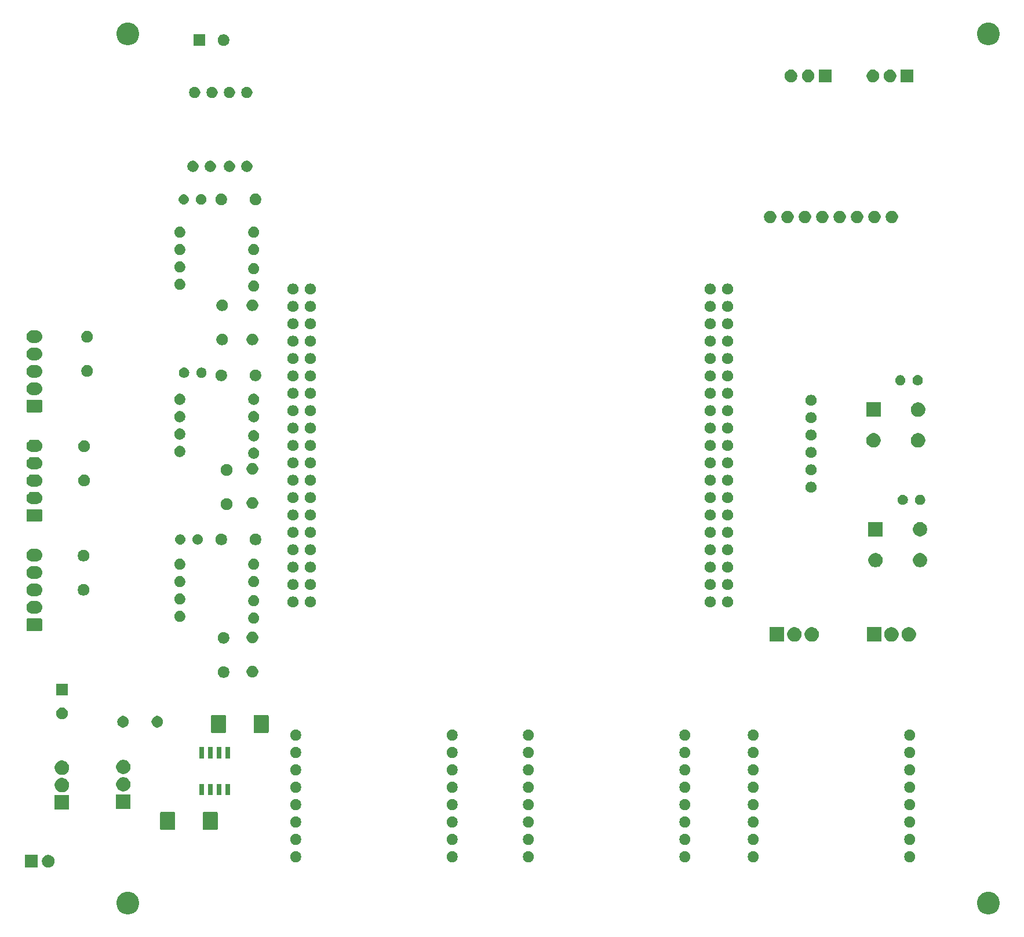
<source format=gbr>
G04 #@! TF.GenerationSoftware,KiCad,Pcbnew,(5.1.2)-2*
G04 #@! TF.CreationDate,2022-11-30T20:03:36+09:00*
G04 #@! TF.ProjectId,MCU_MotherBoard,4d43555f-4d6f-4746-9865-72426f617264,rev?*
G04 #@! TF.SameCoordinates,Original*
G04 #@! TF.FileFunction,Soldermask,Top*
G04 #@! TF.FilePolarity,Negative*
%FSLAX46Y46*%
G04 Gerber Fmt 4.6, Leading zero omitted, Abs format (unit mm)*
G04 Created by KiCad (PCBNEW (5.1.2)-2) date 2022-11-30 20:03:36*
%MOMM*%
%LPD*%
G04 APERTURE LIST*
%ADD10C,0.100000*%
G04 APERTURE END LIST*
D10*
G36*
X171825256Y-149521298D02*
G01*
X171931579Y-149542447D01*
X172232042Y-149666903D01*
X172502451Y-149847585D01*
X172732415Y-150077549D01*
X172913097Y-150347958D01*
X173037553Y-150648421D01*
X173101000Y-150967391D01*
X173101000Y-151292609D01*
X173037553Y-151611579D01*
X172913097Y-151912042D01*
X172732415Y-152182451D01*
X172502451Y-152412415D01*
X172232042Y-152593097D01*
X171931579Y-152717553D01*
X171825256Y-152738702D01*
X171612611Y-152781000D01*
X171287389Y-152781000D01*
X171074744Y-152738702D01*
X170968421Y-152717553D01*
X170667958Y-152593097D01*
X170397549Y-152412415D01*
X170167585Y-152182451D01*
X169986903Y-151912042D01*
X169862447Y-151611579D01*
X169799000Y-151292609D01*
X169799000Y-150967391D01*
X169862447Y-150648421D01*
X169986903Y-150347958D01*
X170167585Y-150077549D01*
X170397549Y-149847585D01*
X170667958Y-149666903D01*
X170968421Y-149542447D01*
X171074744Y-149521298D01*
X171287389Y-149479000D01*
X171612611Y-149479000D01*
X171825256Y-149521298D01*
X171825256Y-149521298D01*
G37*
G36*
X46095256Y-149521298D02*
G01*
X46201579Y-149542447D01*
X46502042Y-149666903D01*
X46772451Y-149847585D01*
X47002415Y-150077549D01*
X47183097Y-150347958D01*
X47307553Y-150648421D01*
X47371000Y-150967391D01*
X47371000Y-151292609D01*
X47307553Y-151611579D01*
X47183097Y-151912042D01*
X47002415Y-152182451D01*
X46772451Y-152412415D01*
X46502042Y-152593097D01*
X46201579Y-152717553D01*
X46095256Y-152738702D01*
X45882611Y-152781000D01*
X45557389Y-152781000D01*
X45344744Y-152738702D01*
X45238421Y-152717553D01*
X44937958Y-152593097D01*
X44667549Y-152412415D01*
X44437585Y-152182451D01*
X44256903Y-151912042D01*
X44132447Y-151611579D01*
X44069000Y-151292609D01*
X44069000Y-150967391D01*
X44132447Y-150648421D01*
X44256903Y-150347958D01*
X44437585Y-150077549D01*
X44667549Y-149847585D01*
X44937958Y-149666903D01*
X45238421Y-149542447D01*
X45344744Y-149521298D01*
X45557389Y-149479000D01*
X45882611Y-149479000D01*
X46095256Y-149521298D01*
X46095256Y-149521298D01*
G37*
G36*
X32523600Y-145934600D02*
G01*
X30671600Y-145934600D01*
X30671600Y-144082600D01*
X32523600Y-144082600D01*
X32523600Y-145934600D01*
X32523600Y-145934600D01*
G37*
G36*
X34367704Y-144118185D02*
G01*
X34536226Y-144187989D01*
X34687891Y-144289328D01*
X34816872Y-144418309D01*
X34918211Y-144569974D01*
X34988015Y-144738496D01*
X35023600Y-144917397D01*
X35023600Y-145099803D01*
X34988015Y-145278704D01*
X34918211Y-145447226D01*
X34816872Y-145598891D01*
X34687891Y-145727872D01*
X34536226Y-145829211D01*
X34367704Y-145899015D01*
X34188803Y-145934600D01*
X34006397Y-145934600D01*
X33827496Y-145899015D01*
X33658974Y-145829211D01*
X33507309Y-145727872D01*
X33378328Y-145598891D01*
X33276989Y-145447226D01*
X33207185Y-145278704D01*
X33171600Y-145099803D01*
X33171600Y-144917397D01*
X33207185Y-144738496D01*
X33276989Y-144569974D01*
X33378328Y-144418309D01*
X33507309Y-144289328D01*
X33658974Y-144187989D01*
X33827496Y-144118185D01*
X34006397Y-144082600D01*
X34188803Y-144082600D01*
X34367704Y-144118185D01*
X34367704Y-144118185D01*
G37*
G36*
X127351442Y-143579442D02*
G01*
X127499401Y-143640729D01*
X127632555Y-143729699D01*
X127745801Y-143842945D01*
X127834771Y-143976099D01*
X127896058Y-144124058D01*
X127927300Y-144281125D01*
X127927300Y-144441275D01*
X127896058Y-144598342D01*
X127834771Y-144746301D01*
X127745801Y-144879455D01*
X127632555Y-144992701D01*
X127499401Y-145081671D01*
X127351442Y-145142958D01*
X127194375Y-145174200D01*
X127034225Y-145174200D01*
X126877158Y-145142958D01*
X126729199Y-145081671D01*
X126596045Y-144992701D01*
X126482799Y-144879455D01*
X126393829Y-144746301D01*
X126332542Y-144598342D01*
X126301300Y-144441275D01*
X126301300Y-144281125D01*
X126332542Y-144124058D01*
X126393829Y-143976099D01*
X126482799Y-143842945D01*
X126596045Y-143729699D01*
X126729199Y-143640729D01*
X126877158Y-143579442D01*
X127034225Y-143548200D01*
X127194375Y-143548200D01*
X127351442Y-143579442D01*
X127351442Y-143579442D01*
G37*
G36*
X70493542Y-143579442D02*
G01*
X70641501Y-143640729D01*
X70774655Y-143729699D01*
X70887901Y-143842945D01*
X70976871Y-143976099D01*
X71038158Y-144124058D01*
X71069400Y-144281125D01*
X71069400Y-144441275D01*
X71038158Y-144598342D01*
X70976871Y-144746301D01*
X70887901Y-144879455D01*
X70774655Y-144992701D01*
X70641501Y-145081671D01*
X70493542Y-145142958D01*
X70336475Y-145174200D01*
X70176325Y-145174200D01*
X70019258Y-145142958D01*
X69871299Y-145081671D01*
X69738145Y-144992701D01*
X69624899Y-144879455D01*
X69535929Y-144746301D01*
X69474642Y-144598342D01*
X69443400Y-144441275D01*
X69443400Y-144281125D01*
X69474642Y-144124058D01*
X69535929Y-143976099D01*
X69624899Y-143842945D01*
X69738145Y-143729699D01*
X69871299Y-143640729D01*
X70019258Y-143579442D01*
X70176325Y-143548200D01*
X70336475Y-143548200D01*
X70493542Y-143579442D01*
X70493542Y-143579442D01*
G37*
G36*
X93353542Y-143579442D02*
G01*
X93501501Y-143640729D01*
X93634655Y-143729699D01*
X93747901Y-143842945D01*
X93836871Y-143976099D01*
X93898158Y-144124058D01*
X93929400Y-144281125D01*
X93929400Y-144441275D01*
X93898158Y-144598342D01*
X93836871Y-144746301D01*
X93747901Y-144879455D01*
X93634655Y-144992701D01*
X93501501Y-145081671D01*
X93353542Y-145142958D01*
X93196475Y-145174200D01*
X93036325Y-145174200D01*
X92879258Y-145142958D01*
X92731299Y-145081671D01*
X92598145Y-144992701D01*
X92484899Y-144879455D01*
X92395929Y-144746301D01*
X92334642Y-144598342D01*
X92303400Y-144441275D01*
X92303400Y-144281125D01*
X92334642Y-144124058D01*
X92395929Y-143976099D01*
X92484899Y-143842945D01*
X92598145Y-143729699D01*
X92731299Y-143640729D01*
X92879258Y-143579442D01*
X93036325Y-143548200D01*
X93196475Y-143548200D01*
X93353542Y-143579442D01*
X93353542Y-143579442D01*
G37*
G36*
X137340942Y-143579442D02*
G01*
X137488901Y-143640729D01*
X137622055Y-143729699D01*
X137735301Y-143842945D01*
X137824271Y-143976099D01*
X137885558Y-144124058D01*
X137916800Y-144281125D01*
X137916800Y-144441275D01*
X137885558Y-144598342D01*
X137824271Y-144746301D01*
X137735301Y-144879455D01*
X137622055Y-144992701D01*
X137488901Y-145081671D01*
X137340942Y-145142958D01*
X137183875Y-145174200D01*
X137023725Y-145174200D01*
X136866658Y-145142958D01*
X136718699Y-145081671D01*
X136585545Y-144992701D01*
X136472299Y-144879455D01*
X136383329Y-144746301D01*
X136322042Y-144598342D01*
X136290800Y-144441275D01*
X136290800Y-144281125D01*
X136322042Y-144124058D01*
X136383329Y-143976099D01*
X136472299Y-143842945D01*
X136585545Y-143729699D01*
X136718699Y-143640729D01*
X136866658Y-143579442D01*
X137023725Y-143548200D01*
X137183875Y-143548200D01*
X137340942Y-143579442D01*
X137340942Y-143579442D01*
G37*
G36*
X104491442Y-143579442D02*
G01*
X104639401Y-143640729D01*
X104772555Y-143729699D01*
X104885801Y-143842945D01*
X104974771Y-143976099D01*
X105036058Y-144124058D01*
X105067300Y-144281125D01*
X105067300Y-144441275D01*
X105036058Y-144598342D01*
X104974771Y-144746301D01*
X104885801Y-144879455D01*
X104772555Y-144992701D01*
X104639401Y-145081671D01*
X104491442Y-145142958D01*
X104334375Y-145174200D01*
X104174225Y-145174200D01*
X104017158Y-145142958D01*
X103869199Y-145081671D01*
X103736045Y-144992701D01*
X103622799Y-144879455D01*
X103533829Y-144746301D01*
X103472542Y-144598342D01*
X103441300Y-144441275D01*
X103441300Y-144281125D01*
X103472542Y-144124058D01*
X103533829Y-143976099D01*
X103622799Y-143842945D01*
X103736045Y-143729699D01*
X103869199Y-143640729D01*
X104017158Y-143579442D01*
X104174225Y-143548200D01*
X104334375Y-143548200D01*
X104491442Y-143579442D01*
X104491442Y-143579442D01*
G37*
G36*
X160200942Y-143579442D02*
G01*
X160348901Y-143640729D01*
X160482055Y-143729699D01*
X160595301Y-143842945D01*
X160684271Y-143976099D01*
X160745558Y-144124058D01*
X160776800Y-144281125D01*
X160776800Y-144441275D01*
X160745558Y-144598342D01*
X160684271Y-144746301D01*
X160595301Y-144879455D01*
X160482055Y-144992701D01*
X160348901Y-145081671D01*
X160200942Y-145142958D01*
X160043875Y-145174200D01*
X159883725Y-145174200D01*
X159726658Y-145142958D01*
X159578699Y-145081671D01*
X159445545Y-144992701D01*
X159332299Y-144879455D01*
X159243329Y-144746301D01*
X159182042Y-144598342D01*
X159150800Y-144441275D01*
X159150800Y-144281125D01*
X159182042Y-144124058D01*
X159243329Y-143976099D01*
X159332299Y-143842945D01*
X159445545Y-143729699D01*
X159578699Y-143640729D01*
X159726658Y-143579442D01*
X159883725Y-143548200D01*
X160043875Y-143548200D01*
X160200942Y-143579442D01*
X160200942Y-143579442D01*
G37*
G36*
X137340942Y-141039442D02*
G01*
X137488901Y-141100729D01*
X137622055Y-141189699D01*
X137735301Y-141302945D01*
X137824271Y-141436099D01*
X137885558Y-141584058D01*
X137916800Y-141741125D01*
X137916800Y-141901275D01*
X137885558Y-142058342D01*
X137824271Y-142206301D01*
X137735301Y-142339455D01*
X137622055Y-142452701D01*
X137488901Y-142541671D01*
X137340942Y-142602958D01*
X137183875Y-142634200D01*
X137023725Y-142634200D01*
X136866658Y-142602958D01*
X136718699Y-142541671D01*
X136585545Y-142452701D01*
X136472299Y-142339455D01*
X136383329Y-142206301D01*
X136322042Y-142058342D01*
X136290800Y-141901275D01*
X136290800Y-141741125D01*
X136322042Y-141584058D01*
X136383329Y-141436099D01*
X136472299Y-141302945D01*
X136585545Y-141189699D01*
X136718699Y-141100729D01*
X136866658Y-141039442D01*
X137023725Y-141008200D01*
X137183875Y-141008200D01*
X137340942Y-141039442D01*
X137340942Y-141039442D01*
G37*
G36*
X70493542Y-141039442D02*
G01*
X70641501Y-141100729D01*
X70774655Y-141189699D01*
X70887901Y-141302945D01*
X70976871Y-141436099D01*
X71038158Y-141584058D01*
X71069400Y-141741125D01*
X71069400Y-141901275D01*
X71038158Y-142058342D01*
X70976871Y-142206301D01*
X70887901Y-142339455D01*
X70774655Y-142452701D01*
X70641501Y-142541671D01*
X70493542Y-142602958D01*
X70336475Y-142634200D01*
X70176325Y-142634200D01*
X70019258Y-142602958D01*
X69871299Y-142541671D01*
X69738145Y-142452701D01*
X69624899Y-142339455D01*
X69535929Y-142206301D01*
X69474642Y-142058342D01*
X69443400Y-141901275D01*
X69443400Y-141741125D01*
X69474642Y-141584058D01*
X69535929Y-141436099D01*
X69624899Y-141302945D01*
X69738145Y-141189699D01*
X69871299Y-141100729D01*
X70019258Y-141039442D01*
X70176325Y-141008200D01*
X70336475Y-141008200D01*
X70493542Y-141039442D01*
X70493542Y-141039442D01*
G37*
G36*
X104491442Y-141039442D02*
G01*
X104639401Y-141100729D01*
X104772555Y-141189699D01*
X104885801Y-141302945D01*
X104974771Y-141436099D01*
X105036058Y-141584058D01*
X105067300Y-141741125D01*
X105067300Y-141901275D01*
X105036058Y-142058342D01*
X104974771Y-142206301D01*
X104885801Y-142339455D01*
X104772555Y-142452701D01*
X104639401Y-142541671D01*
X104491442Y-142602958D01*
X104334375Y-142634200D01*
X104174225Y-142634200D01*
X104017158Y-142602958D01*
X103869199Y-142541671D01*
X103736045Y-142452701D01*
X103622799Y-142339455D01*
X103533829Y-142206301D01*
X103472542Y-142058342D01*
X103441300Y-141901275D01*
X103441300Y-141741125D01*
X103472542Y-141584058D01*
X103533829Y-141436099D01*
X103622799Y-141302945D01*
X103736045Y-141189699D01*
X103869199Y-141100729D01*
X104017158Y-141039442D01*
X104174225Y-141008200D01*
X104334375Y-141008200D01*
X104491442Y-141039442D01*
X104491442Y-141039442D01*
G37*
G36*
X93353542Y-141039442D02*
G01*
X93501501Y-141100729D01*
X93634655Y-141189699D01*
X93747901Y-141302945D01*
X93836871Y-141436099D01*
X93898158Y-141584058D01*
X93929400Y-141741125D01*
X93929400Y-141901275D01*
X93898158Y-142058342D01*
X93836871Y-142206301D01*
X93747901Y-142339455D01*
X93634655Y-142452701D01*
X93501501Y-142541671D01*
X93353542Y-142602958D01*
X93196475Y-142634200D01*
X93036325Y-142634200D01*
X92879258Y-142602958D01*
X92731299Y-142541671D01*
X92598145Y-142452701D01*
X92484899Y-142339455D01*
X92395929Y-142206301D01*
X92334642Y-142058342D01*
X92303400Y-141901275D01*
X92303400Y-141741125D01*
X92334642Y-141584058D01*
X92395929Y-141436099D01*
X92484899Y-141302945D01*
X92598145Y-141189699D01*
X92731299Y-141100729D01*
X92879258Y-141039442D01*
X93036325Y-141008200D01*
X93196475Y-141008200D01*
X93353542Y-141039442D01*
X93353542Y-141039442D01*
G37*
G36*
X127351442Y-141039442D02*
G01*
X127499401Y-141100729D01*
X127632555Y-141189699D01*
X127745801Y-141302945D01*
X127834771Y-141436099D01*
X127896058Y-141584058D01*
X127927300Y-141741125D01*
X127927300Y-141901275D01*
X127896058Y-142058342D01*
X127834771Y-142206301D01*
X127745801Y-142339455D01*
X127632555Y-142452701D01*
X127499401Y-142541671D01*
X127351442Y-142602958D01*
X127194375Y-142634200D01*
X127034225Y-142634200D01*
X126877158Y-142602958D01*
X126729199Y-142541671D01*
X126596045Y-142452701D01*
X126482799Y-142339455D01*
X126393829Y-142206301D01*
X126332542Y-142058342D01*
X126301300Y-141901275D01*
X126301300Y-141741125D01*
X126332542Y-141584058D01*
X126393829Y-141436099D01*
X126482799Y-141302945D01*
X126596045Y-141189699D01*
X126729199Y-141100729D01*
X126877158Y-141039442D01*
X127034225Y-141008200D01*
X127194375Y-141008200D01*
X127351442Y-141039442D01*
X127351442Y-141039442D01*
G37*
G36*
X160200942Y-141039442D02*
G01*
X160348901Y-141100729D01*
X160482055Y-141189699D01*
X160595301Y-141302945D01*
X160684271Y-141436099D01*
X160745558Y-141584058D01*
X160776800Y-141741125D01*
X160776800Y-141901275D01*
X160745558Y-142058342D01*
X160684271Y-142206301D01*
X160595301Y-142339455D01*
X160482055Y-142452701D01*
X160348901Y-142541671D01*
X160200942Y-142602958D01*
X160043875Y-142634200D01*
X159883725Y-142634200D01*
X159726658Y-142602958D01*
X159578699Y-142541671D01*
X159445545Y-142452701D01*
X159332299Y-142339455D01*
X159243329Y-142206301D01*
X159182042Y-142058342D01*
X159150800Y-141901275D01*
X159150800Y-141741125D01*
X159182042Y-141584058D01*
X159243329Y-141436099D01*
X159332299Y-141302945D01*
X159445545Y-141189699D01*
X159578699Y-141100729D01*
X159726658Y-141039442D01*
X159883725Y-141008200D01*
X160043875Y-141008200D01*
X160200942Y-141039442D01*
X160200942Y-141039442D01*
G37*
G36*
X58726932Y-137819010D02*
G01*
X58758223Y-137828502D01*
X58787063Y-137843917D01*
X58812339Y-137864661D01*
X58833083Y-137889937D01*
X58848498Y-137918777D01*
X58857990Y-137950068D01*
X58861800Y-137988751D01*
X58861800Y-140293649D01*
X58857990Y-140332332D01*
X58848498Y-140363623D01*
X58833083Y-140392463D01*
X58812339Y-140417739D01*
X58787063Y-140438483D01*
X58758223Y-140453898D01*
X58726932Y-140463390D01*
X58688249Y-140467200D01*
X56858351Y-140467200D01*
X56819668Y-140463390D01*
X56788377Y-140453898D01*
X56759537Y-140438483D01*
X56734261Y-140417739D01*
X56713517Y-140392463D01*
X56698102Y-140363623D01*
X56688610Y-140332332D01*
X56684800Y-140293649D01*
X56684800Y-137988751D01*
X56688610Y-137950068D01*
X56698102Y-137918777D01*
X56713517Y-137889937D01*
X56734261Y-137864661D01*
X56759537Y-137843917D01*
X56788377Y-137828502D01*
X56819668Y-137819010D01*
X56858351Y-137815200D01*
X58688249Y-137815200D01*
X58726932Y-137819010D01*
X58726932Y-137819010D01*
G37*
G36*
X52501932Y-137819010D02*
G01*
X52533223Y-137828502D01*
X52562063Y-137843917D01*
X52587339Y-137864661D01*
X52608083Y-137889937D01*
X52623498Y-137918777D01*
X52632990Y-137950068D01*
X52636800Y-137988751D01*
X52636800Y-140293649D01*
X52632990Y-140332332D01*
X52623498Y-140363623D01*
X52608083Y-140392463D01*
X52587339Y-140417739D01*
X52562063Y-140438483D01*
X52533223Y-140453898D01*
X52501932Y-140463390D01*
X52463249Y-140467200D01*
X50633351Y-140467200D01*
X50594668Y-140463390D01*
X50563377Y-140453898D01*
X50534537Y-140438483D01*
X50509261Y-140417739D01*
X50488517Y-140392463D01*
X50473102Y-140363623D01*
X50463610Y-140332332D01*
X50459800Y-140293649D01*
X50459800Y-137988751D01*
X50463610Y-137950068D01*
X50473102Y-137918777D01*
X50488517Y-137889937D01*
X50509261Y-137864661D01*
X50534537Y-137843917D01*
X50563377Y-137828502D01*
X50594668Y-137819010D01*
X50633351Y-137815200D01*
X52463249Y-137815200D01*
X52501932Y-137819010D01*
X52501932Y-137819010D01*
G37*
G36*
X93353542Y-138499442D02*
G01*
X93501501Y-138560729D01*
X93634655Y-138649699D01*
X93747901Y-138762945D01*
X93836871Y-138896099D01*
X93898158Y-139044058D01*
X93929400Y-139201125D01*
X93929400Y-139361275D01*
X93898158Y-139518342D01*
X93836871Y-139666301D01*
X93747901Y-139799455D01*
X93634655Y-139912701D01*
X93501501Y-140001671D01*
X93353542Y-140062958D01*
X93196475Y-140094200D01*
X93036325Y-140094200D01*
X92879258Y-140062958D01*
X92731299Y-140001671D01*
X92598145Y-139912701D01*
X92484899Y-139799455D01*
X92395929Y-139666301D01*
X92334642Y-139518342D01*
X92303400Y-139361275D01*
X92303400Y-139201125D01*
X92334642Y-139044058D01*
X92395929Y-138896099D01*
X92484899Y-138762945D01*
X92598145Y-138649699D01*
X92731299Y-138560729D01*
X92879258Y-138499442D01*
X93036325Y-138468200D01*
X93196475Y-138468200D01*
X93353542Y-138499442D01*
X93353542Y-138499442D01*
G37*
G36*
X160200942Y-138499442D02*
G01*
X160348901Y-138560729D01*
X160482055Y-138649699D01*
X160595301Y-138762945D01*
X160684271Y-138896099D01*
X160745558Y-139044058D01*
X160776800Y-139201125D01*
X160776800Y-139361275D01*
X160745558Y-139518342D01*
X160684271Y-139666301D01*
X160595301Y-139799455D01*
X160482055Y-139912701D01*
X160348901Y-140001671D01*
X160200942Y-140062958D01*
X160043875Y-140094200D01*
X159883725Y-140094200D01*
X159726658Y-140062958D01*
X159578699Y-140001671D01*
X159445545Y-139912701D01*
X159332299Y-139799455D01*
X159243329Y-139666301D01*
X159182042Y-139518342D01*
X159150800Y-139361275D01*
X159150800Y-139201125D01*
X159182042Y-139044058D01*
X159243329Y-138896099D01*
X159332299Y-138762945D01*
X159445545Y-138649699D01*
X159578699Y-138560729D01*
X159726658Y-138499442D01*
X159883725Y-138468200D01*
X160043875Y-138468200D01*
X160200942Y-138499442D01*
X160200942Y-138499442D01*
G37*
G36*
X137340942Y-138499442D02*
G01*
X137488901Y-138560729D01*
X137622055Y-138649699D01*
X137735301Y-138762945D01*
X137824271Y-138896099D01*
X137885558Y-139044058D01*
X137916800Y-139201125D01*
X137916800Y-139361275D01*
X137885558Y-139518342D01*
X137824271Y-139666301D01*
X137735301Y-139799455D01*
X137622055Y-139912701D01*
X137488901Y-140001671D01*
X137340942Y-140062958D01*
X137183875Y-140094200D01*
X137023725Y-140094200D01*
X136866658Y-140062958D01*
X136718699Y-140001671D01*
X136585545Y-139912701D01*
X136472299Y-139799455D01*
X136383329Y-139666301D01*
X136322042Y-139518342D01*
X136290800Y-139361275D01*
X136290800Y-139201125D01*
X136322042Y-139044058D01*
X136383329Y-138896099D01*
X136472299Y-138762945D01*
X136585545Y-138649699D01*
X136718699Y-138560729D01*
X136866658Y-138499442D01*
X137023725Y-138468200D01*
X137183875Y-138468200D01*
X137340942Y-138499442D01*
X137340942Y-138499442D01*
G37*
G36*
X70493542Y-138499442D02*
G01*
X70641501Y-138560729D01*
X70774655Y-138649699D01*
X70887901Y-138762945D01*
X70976871Y-138896099D01*
X71038158Y-139044058D01*
X71069400Y-139201125D01*
X71069400Y-139361275D01*
X71038158Y-139518342D01*
X70976871Y-139666301D01*
X70887901Y-139799455D01*
X70774655Y-139912701D01*
X70641501Y-140001671D01*
X70493542Y-140062958D01*
X70336475Y-140094200D01*
X70176325Y-140094200D01*
X70019258Y-140062958D01*
X69871299Y-140001671D01*
X69738145Y-139912701D01*
X69624899Y-139799455D01*
X69535929Y-139666301D01*
X69474642Y-139518342D01*
X69443400Y-139361275D01*
X69443400Y-139201125D01*
X69474642Y-139044058D01*
X69535929Y-138896099D01*
X69624899Y-138762945D01*
X69738145Y-138649699D01*
X69871299Y-138560729D01*
X70019258Y-138499442D01*
X70176325Y-138468200D01*
X70336475Y-138468200D01*
X70493542Y-138499442D01*
X70493542Y-138499442D01*
G37*
G36*
X104491442Y-138499442D02*
G01*
X104639401Y-138560729D01*
X104772555Y-138649699D01*
X104885801Y-138762945D01*
X104974771Y-138896099D01*
X105036058Y-139044058D01*
X105067300Y-139201125D01*
X105067300Y-139361275D01*
X105036058Y-139518342D01*
X104974771Y-139666301D01*
X104885801Y-139799455D01*
X104772555Y-139912701D01*
X104639401Y-140001671D01*
X104491442Y-140062958D01*
X104334375Y-140094200D01*
X104174225Y-140094200D01*
X104017158Y-140062958D01*
X103869199Y-140001671D01*
X103736045Y-139912701D01*
X103622799Y-139799455D01*
X103533829Y-139666301D01*
X103472542Y-139518342D01*
X103441300Y-139361275D01*
X103441300Y-139201125D01*
X103472542Y-139044058D01*
X103533829Y-138896099D01*
X103622799Y-138762945D01*
X103736045Y-138649699D01*
X103869199Y-138560729D01*
X104017158Y-138499442D01*
X104174225Y-138468200D01*
X104334375Y-138468200D01*
X104491442Y-138499442D01*
X104491442Y-138499442D01*
G37*
G36*
X127351442Y-138499442D02*
G01*
X127499401Y-138560729D01*
X127632555Y-138649699D01*
X127745801Y-138762945D01*
X127834771Y-138896099D01*
X127896058Y-139044058D01*
X127927300Y-139201125D01*
X127927300Y-139361275D01*
X127896058Y-139518342D01*
X127834771Y-139666301D01*
X127745801Y-139799455D01*
X127632555Y-139912701D01*
X127499401Y-140001671D01*
X127351442Y-140062958D01*
X127194375Y-140094200D01*
X127034225Y-140094200D01*
X126877158Y-140062958D01*
X126729199Y-140001671D01*
X126596045Y-139912701D01*
X126482799Y-139799455D01*
X126393829Y-139666301D01*
X126332542Y-139518342D01*
X126301300Y-139361275D01*
X126301300Y-139201125D01*
X126332542Y-139044058D01*
X126393829Y-138896099D01*
X126482799Y-138762945D01*
X126596045Y-138649699D01*
X126729199Y-138560729D01*
X126877158Y-138499442D01*
X127034225Y-138468200D01*
X127194375Y-138468200D01*
X127351442Y-138499442D01*
X127351442Y-138499442D01*
G37*
G36*
X137340942Y-135959442D02*
G01*
X137488901Y-136020729D01*
X137622055Y-136109699D01*
X137735301Y-136222945D01*
X137824271Y-136356099D01*
X137885558Y-136504058D01*
X137916800Y-136661125D01*
X137916800Y-136821275D01*
X137885558Y-136978342D01*
X137824271Y-137126301D01*
X137735301Y-137259455D01*
X137622055Y-137372701D01*
X137488901Y-137461671D01*
X137340942Y-137522958D01*
X137183875Y-137554200D01*
X137023725Y-137554200D01*
X136866658Y-137522958D01*
X136718699Y-137461671D01*
X136585545Y-137372701D01*
X136472299Y-137259455D01*
X136383329Y-137126301D01*
X136322042Y-136978342D01*
X136290800Y-136821275D01*
X136290800Y-136661125D01*
X136322042Y-136504058D01*
X136383329Y-136356099D01*
X136472299Y-136222945D01*
X136585545Y-136109699D01*
X136718699Y-136020729D01*
X136866658Y-135959442D01*
X137023725Y-135928200D01*
X137183875Y-135928200D01*
X137340942Y-135959442D01*
X137340942Y-135959442D01*
G37*
G36*
X70493542Y-135959442D02*
G01*
X70641501Y-136020729D01*
X70774655Y-136109699D01*
X70887901Y-136222945D01*
X70976871Y-136356099D01*
X71038158Y-136504058D01*
X71069400Y-136661125D01*
X71069400Y-136821275D01*
X71038158Y-136978342D01*
X70976871Y-137126301D01*
X70887901Y-137259455D01*
X70774655Y-137372701D01*
X70641501Y-137461671D01*
X70493542Y-137522958D01*
X70336475Y-137554200D01*
X70176325Y-137554200D01*
X70019258Y-137522958D01*
X69871299Y-137461671D01*
X69738145Y-137372701D01*
X69624899Y-137259455D01*
X69535929Y-137126301D01*
X69474642Y-136978342D01*
X69443400Y-136821275D01*
X69443400Y-136661125D01*
X69474642Y-136504058D01*
X69535929Y-136356099D01*
X69624899Y-136222945D01*
X69738145Y-136109699D01*
X69871299Y-136020729D01*
X70019258Y-135959442D01*
X70176325Y-135928200D01*
X70336475Y-135928200D01*
X70493542Y-135959442D01*
X70493542Y-135959442D01*
G37*
G36*
X127351442Y-135959442D02*
G01*
X127499401Y-136020729D01*
X127632555Y-136109699D01*
X127745801Y-136222945D01*
X127834771Y-136356099D01*
X127896058Y-136504058D01*
X127927300Y-136661125D01*
X127927300Y-136821275D01*
X127896058Y-136978342D01*
X127834771Y-137126301D01*
X127745801Y-137259455D01*
X127632555Y-137372701D01*
X127499401Y-137461671D01*
X127351442Y-137522958D01*
X127194375Y-137554200D01*
X127034225Y-137554200D01*
X126877158Y-137522958D01*
X126729199Y-137461671D01*
X126596045Y-137372701D01*
X126482799Y-137259455D01*
X126393829Y-137126301D01*
X126332542Y-136978342D01*
X126301300Y-136821275D01*
X126301300Y-136661125D01*
X126332542Y-136504058D01*
X126393829Y-136356099D01*
X126482799Y-136222945D01*
X126596045Y-136109699D01*
X126729199Y-136020729D01*
X126877158Y-135959442D01*
X127034225Y-135928200D01*
X127194375Y-135928200D01*
X127351442Y-135959442D01*
X127351442Y-135959442D01*
G37*
G36*
X93353542Y-135959442D02*
G01*
X93501501Y-136020729D01*
X93634655Y-136109699D01*
X93747901Y-136222945D01*
X93836871Y-136356099D01*
X93898158Y-136504058D01*
X93929400Y-136661125D01*
X93929400Y-136821275D01*
X93898158Y-136978342D01*
X93836871Y-137126301D01*
X93747901Y-137259455D01*
X93634655Y-137372701D01*
X93501501Y-137461671D01*
X93353542Y-137522958D01*
X93196475Y-137554200D01*
X93036325Y-137554200D01*
X92879258Y-137522958D01*
X92731299Y-137461671D01*
X92598145Y-137372701D01*
X92484899Y-137259455D01*
X92395929Y-137126301D01*
X92334642Y-136978342D01*
X92303400Y-136821275D01*
X92303400Y-136661125D01*
X92334642Y-136504058D01*
X92395929Y-136356099D01*
X92484899Y-136222945D01*
X92598145Y-136109699D01*
X92731299Y-136020729D01*
X92879258Y-135959442D01*
X93036325Y-135928200D01*
X93196475Y-135928200D01*
X93353542Y-135959442D01*
X93353542Y-135959442D01*
G37*
G36*
X160200942Y-135959442D02*
G01*
X160348901Y-136020729D01*
X160482055Y-136109699D01*
X160595301Y-136222945D01*
X160684271Y-136356099D01*
X160745558Y-136504058D01*
X160776800Y-136661125D01*
X160776800Y-136821275D01*
X160745558Y-136978342D01*
X160684271Y-137126301D01*
X160595301Y-137259455D01*
X160482055Y-137372701D01*
X160348901Y-137461671D01*
X160200942Y-137522958D01*
X160043875Y-137554200D01*
X159883725Y-137554200D01*
X159726658Y-137522958D01*
X159578699Y-137461671D01*
X159445545Y-137372701D01*
X159332299Y-137259455D01*
X159243329Y-137126301D01*
X159182042Y-136978342D01*
X159150800Y-136821275D01*
X159150800Y-136661125D01*
X159182042Y-136504058D01*
X159243329Y-136356099D01*
X159332299Y-136222945D01*
X159445545Y-136109699D01*
X159578699Y-136020729D01*
X159726658Y-135959442D01*
X159883725Y-135928200D01*
X160043875Y-135928200D01*
X160200942Y-135959442D01*
X160200942Y-135959442D01*
G37*
G36*
X104491442Y-135959442D02*
G01*
X104639401Y-136020729D01*
X104772555Y-136109699D01*
X104885801Y-136222945D01*
X104974771Y-136356099D01*
X105036058Y-136504058D01*
X105067300Y-136661125D01*
X105067300Y-136821275D01*
X105036058Y-136978342D01*
X104974771Y-137126301D01*
X104885801Y-137259455D01*
X104772555Y-137372701D01*
X104639401Y-137461671D01*
X104491442Y-137522958D01*
X104334375Y-137554200D01*
X104174225Y-137554200D01*
X104017158Y-137522958D01*
X103869199Y-137461671D01*
X103736045Y-137372701D01*
X103622799Y-137259455D01*
X103533829Y-137126301D01*
X103472542Y-136978342D01*
X103441300Y-136821275D01*
X103441300Y-136661125D01*
X103472542Y-136504058D01*
X103533829Y-136356099D01*
X103622799Y-136222945D01*
X103736045Y-136109699D01*
X103869199Y-136020729D01*
X104017158Y-135959442D01*
X104174225Y-135928200D01*
X104334375Y-135928200D01*
X104491442Y-135959442D01*
X104491442Y-135959442D01*
G37*
G36*
X37144400Y-137474400D02*
G01*
X35042400Y-137474400D01*
X35042400Y-135372400D01*
X37144400Y-135372400D01*
X37144400Y-137474400D01*
X37144400Y-137474400D01*
G37*
G36*
X46110600Y-137372800D02*
G01*
X44008600Y-137372800D01*
X44008600Y-135270800D01*
X46110600Y-135270800D01*
X46110600Y-137372800D01*
X46110600Y-137372800D01*
G37*
G36*
X58136000Y-135377400D02*
G01*
X57434000Y-135377400D01*
X57434000Y-133725400D01*
X58136000Y-133725400D01*
X58136000Y-135377400D01*
X58136000Y-135377400D01*
G37*
G36*
X60676000Y-135377400D02*
G01*
X59974000Y-135377400D01*
X59974000Y-133725400D01*
X60676000Y-133725400D01*
X60676000Y-135377400D01*
X60676000Y-135377400D01*
G37*
G36*
X59406000Y-135377400D02*
G01*
X58704000Y-135377400D01*
X58704000Y-133725400D01*
X59406000Y-133725400D01*
X59406000Y-135377400D01*
X59406000Y-135377400D01*
G37*
G36*
X56866000Y-135377400D02*
G01*
X56164000Y-135377400D01*
X56164000Y-133725400D01*
X56866000Y-133725400D01*
X56866000Y-135377400D01*
X56866000Y-135377400D01*
G37*
G36*
X137340942Y-133419442D02*
G01*
X137488901Y-133480729D01*
X137622055Y-133569699D01*
X137735301Y-133682945D01*
X137824271Y-133816099D01*
X137885558Y-133964058D01*
X137916800Y-134121125D01*
X137916800Y-134281275D01*
X137885558Y-134438342D01*
X137824271Y-134586301D01*
X137735301Y-134719455D01*
X137622055Y-134832701D01*
X137488901Y-134921671D01*
X137340942Y-134982958D01*
X137183875Y-135014200D01*
X137023725Y-135014200D01*
X136866658Y-134982958D01*
X136718699Y-134921671D01*
X136585545Y-134832701D01*
X136472299Y-134719455D01*
X136383329Y-134586301D01*
X136322042Y-134438342D01*
X136290800Y-134281275D01*
X136290800Y-134121125D01*
X136322042Y-133964058D01*
X136383329Y-133816099D01*
X136472299Y-133682945D01*
X136585545Y-133569699D01*
X136718699Y-133480729D01*
X136866658Y-133419442D01*
X137023725Y-133388200D01*
X137183875Y-133388200D01*
X137340942Y-133419442D01*
X137340942Y-133419442D01*
G37*
G36*
X160200942Y-133419442D02*
G01*
X160348901Y-133480729D01*
X160482055Y-133569699D01*
X160595301Y-133682945D01*
X160684271Y-133816099D01*
X160745558Y-133964058D01*
X160776800Y-134121125D01*
X160776800Y-134281275D01*
X160745558Y-134438342D01*
X160684271Y-134586301D01*
X160595301Y-134719455D01*
X160482055Y-134832701D01*
X160348901Y-134921671D01*
X160200942Y-134982958D01*
X160043875Y-135014200D01*
X159883725Y-135014200D01*
X159726658Y-134982958D01*
X159578699Y-134921671D01*
X159445545Y-134832701D01*
X159332299Y-134719455D01*
X159243329Y-134586301D01*
X159182042Y-134438342D01*
X159150800Y-134281275D01*
X159150800Y-134121125D01*
X159182042Y-133964058D01*
X159243329Y-133816099D01*
X159332299Y-133682945D01*
X159445545Y-133569699D01*
X159578699Y-133480729D01*
X159726658Y-133419442D01*
X159883725Y-133388200D01*
X160043875Y-133388200D01*
X160200942Y-133419442D01*
X160200942Y-133419442D01*
G37*
G36*
X127351442Y-133419442D02*
G01*
X127499401Y-133480729D01*
X127632555Y-133569699D01*
X127745801Y-133682945D01*
X127834771Y-133816099D01*
X127896058Y-133964058D01*
X127927300Y-134121125D01*
X127927300Y-134281275D01*
X127896058Y-134438342D01*
X127834771Y-134586301D01*
X127745801Y-134719455D01*
X127632555Y-134832701D01*
X127499401Y-134921671D01*
X127351442Y-134982958D01*
X127194375Y-135014200D01*
X127034225Y-135014200D01*
X126877158Y-134982958D01*
X126729199Y-134921671D01*
X126596045Y-134832701D01*
X126482799Y-134719455D01*
X126393829Y-134586301D01*
X126332542Y-134438342D01*
X126301300Y-134281275D01*
X126301300Y-134121125D01*
X126332542Y-133964058D01*
X126393829Y-133816099D01*
X126482799Y-133682945D01*
X126596045Y-133569699D01*
X126729199Y-133480729D01*
X126877158Y-133419442D01*
X127034225Y-133388200D01*
X127194375Y-133388200D01*
X127351442Y-133419442D01*
X127351442Y-133419442D01*
G37*
G36*
X93353542Y-133419442D02*
G01*
X93501501Y-133480729D01*
X93634655Y-133569699D01*
X93747901Y-133682945D01*
X93836871Y-133816099D01*
X93898158Y-133964058D01*
X93929400Y-134121125D01*
X93929400Y-134281275D01*
X93898158Y-134438342D01*
X93836871Y-134586301D01*
X93747901Y-134719455D01*
X93634655Y-134832701D01*
X93501501Y-134921671D01*
X93353542Y-134982958D01*
X93196475Y-135014200D01*
X93036325Y-135014200D01*
X92879258Y-134982958D01*
X92731299Y-134921671D01*
X92598145Y-134832701D01*
X92484899Y-134719455D01*
X92395929Y-134586301D01*
X92334642Y-134438342D01*
X92303400Y-134281275D01*
X92303400Y-134121125D01*
X92334642Y-133964058D01*
X92395929Y-133816099D01*
X92484899Y-133682945D01*
X92598145Y-133569699D01*
X92731299Y-133480729D01*
X92879258Y-133419442D01*
X93036325Y-133388200D01*
X93196475Y-133388200D01*
X93353542Y-133419442D01*
X93353542Y-133419442D01*
G37*
G36*
X104491442Y-133419442D02*
G01*
X104639401Y-133480729D01*
X104772555Y-133569699D01*
X104885801Y-133682945D01*
X104974771Y-133816099D01*
X105036058Y-133964058D01*
X105067300Y-134121125D01*
X105067300Y-134281275D01*
X105036058Y-134438342D01*
X104974771Y-134586301D01*
X104885801Y-134719455D01*
X104772555Y-134832701D01*
X104639401Y-134921671D01*
X104491442Y-134982958D01*
X104334375Y-135014200D01*
X104174225Y-135014200D01*
X104017158Y-134982958D01*
X103869199Y-134921671D01*
X103736045Y-134832701D01*
X103622799Y-134719455D01*
X103533829Y-134586301D01*
X103472542Y-134438342D01*
X103441300Y-134281275D01*
X103441300Y-134121125D01*
X103472542Y-133964058D01*
X103533829Y-133816099D01*
X103622799Y-133682945D01*
X103736045Y-133569699D01*
X103869199Y-133480729D01*
X104017158Y-133419442D01*
X104174225Y-133388200D01*
X104334375Y-133388200D01*
X104491442Y-133419442D01*
X104491442Y-133419442D01*
G37*
G36*
X70493542Y-133419442D02*
G01*
X70641501Y-133480729D01*
X70774655Y-133569699D01*
X70887901Y-133682945D01*
X70976871Y-133816099D01*
X71038158Y-133964058D01*
X71069400Y-134121125D01*
X71069400Y-134281275D01*
X71038158Y-134438342D01*
X70976871Y-134586301D01*
X70887901Y-134719455D01*
X70774655Y-134832701D01*
X70641501Y-134921671D01*
X70493542Y-134982958D01*
X70336475Y-135014200D01*
X70176325Y-135014200D01*
X70019258Y-134982958D01*
X69871299Y-134921671D01*
X69738145Y-134832701D01*
X69624899Y-134719455D01*
X69535929Y-134586301D01*
X69474642Y-134438342D01*
X69443400Y-134281275D01*
X69443400Y-134121125D01*
X69474642Y-133964058D01*
X69535929Y-133816099D01*
X69624899Y-133682945D01*
X69738145Y-133569699D01*
X69871299Y-133480729D01*
X70019258Y-133419442D01*
X70176325Y-133388200D01*
X70336475Y-133388200D01*
X70493542Y-133419442D01*
X70493542Y-133419442D01*
G37*
G36*
X36399964Y-132872789D02*
G01*
X36591233Y-132952015D01*
X36591235Y-132952016D01*
X36763373Y-133067035D01*
X36909765Y-133213427D01*
X37024785Y-133385567D01*
X37104011Y-133576836D01*
X37144400Y-133779884D01*
X37144400Y-133986916D01*
X37104011Y-134189964D01*
X37024785Y-134381233D01*
X37024784Y-134381235D01*
X36909765Y-134553373D01*
X36763373Y-134699765D01*
X36591235Y-134814784D01*
X36591234Y-134814785D01*
X36591233Y-134814785D01*
X36399964Y-134894011D01*
X36196916Y-134934400D01*
X35989884Y-134934400D01*
X35786836Y-134894011D01*
X35595567Y-134814785D01*
X35595566Y-134814785D01*
X35595565Y-134814784D01*
X35423427Y-134699765D01*
X35277035Y-134553373D01*
X35162016Y-134381235D01*
X35162015Y-134381233D01*
X35082789Y-134189964D01*
X35042400Y-133986916D01*
X35042400Y-133779884D01*
X35082789Y-133576836D01*
X35162015Y-133385567D01*
X35277035Y-133213427D01*
X35423427Y-133067035D01*
X35595565Y-132952016D01*
X35595567Y-132952015D01*
X35786836Y-132872789D01*
X35989884Y-132832400D01*
X36196916Y-132832400D01*
X36399964Y-132872789D01*
X36399964Y-132872789D01*
G37*
G36*
X45366164Y-132771189D02*
G01*
X45557433Y-132850415D01*
X45557435Y-132850416D01*
X45590920Y-132872790D01*
X45729573Y-132965435D01*
X45875965Y-133111827D01*
X45990985Y-133283967D01*
X46070211Y-133475236D01*
X46110600Y-133678284D01*
X46110600Y-133885316D01*
X46070211Y-134088364D01*
X45990985Y-134279633D01*
X45990984Y-134279635D01*
X45875965Y-134451773D01*
X45729573Y-134598165D01*
X45557435Y-134713184D01*
X45557434Y-134713185D01*
X45557433Y-134713185D01*
X45366164Y-134792411D01*
X45163116Y-134832800D01*
X44956084Y-134832800D01*
X44753036Y-134792411D01*
X44561767Y-134713185D01*
X44561766Y-134713185D01*
X44561765Y-134713184D01*
X44389627Y-134598165D01*
X44243235Y-134451773D01*
X44128216Y-134279635D01*
X44128215Y-134279633D01*
X44048989Y-134088364D01*
X44008600Y-133885316D01*
X44008600Y-133678284D01*
X44048989Y-133475236D01*
X44128215Y-133283967D01*
X44243235Y-133111827D01*
X44389627Y-132965435D01*
X44528280Y-132872790D01*
X44561765Y-132850416D01*
X44561767Y-132850415D01*
X44753036Y-132771189D01*
X44956084Y-132730800D01*
X45163116Y-132730800D01*
X45366164Y-132771189D01*
X45366164Y-132771189D01*
G37*
G36*
X160200942Y-130879442D02*
G01*
X160348901Y-130940729D01*
X160482055Y-131029699D01*
X160595301Y-131142945D01*
X160684271Y-131276099D01*
X160745558Y-131424058D01*
X160776800Y-131581125D01*
X160776800Y-131741275D01*
X160745558Y-131898342D01*
X160684271Y-132046301D01*
X160595301Y-132179455D01*
X160482055Y-132292701D01*
X160348901Y-132381671D01*
X160200942Y-132442958D01*
X160043875Y-132474200D01*
X159883725Y-132474200D01*
X159726658Y-132442958D01*
X159578699Y-132381671D01*
X159445545Y-132292701D01*
X159332299Y-132179455D01*
X159243329Y-132046301D01*
X159182042Y-131898342D01*
X159150800Y-131741275D01*
X159150800Y-131581125D01*
X159182042Y-131424058D01*
X159243329Y-131276099D01*
X159332299Y-131142945D01*
X159445545Y-131029699D01*
X159578699Y-130940729D01*
X159726658Y-130879442D01*
X159883725Y-130848200D01*
X160043875Y-130848200D01*
X160200942Y-130879442D01*
X160200942Y-130879442D01*
G37*
G36*
X137340942Y-130879442D02*
G01*
X137488901Y-130940729D01*
X137622055Y-131029699D01*
X137735301Y-131142945D01*
X137824271Y-131276099D01*
X137885558Y-131424058D01*
X137916800Y-131581125D01*
X137916800Y-131741275D01*
X137885558Y-131898342D01*
X137824271Y-132046301D01*
X137735301Y-132179455D01*
X137622055Y-132292701D01*
X137488901Y-132381671D01*
X137340942Y-132442958D01*
X137183875Y-132474200D01*
X137023725Y-132474200D01*
X136866658Y-132442958D01*
X136718699Y-132381671D01*
X136585545Y-132292701D01*
X136472299Y-132179455D01*
X136383329Y-132046301D01*
X136322042Y-131898342D01*
X136290800Y-131741275D01*
X136290800Y-131581125D01*
X136322042Y-131424058D01*
X136383329Y-131276099D01*
X136472299Y-131142945D01*
X136585545Y-131029699D01*
X136718699Y-130940729D01*
X136866658Y-130879442D01*
X137023725Y-130848200D01*
X137183875Y-130848200D01*
X137340942Y-130879442D01*
X137340942Y-130879442D01*
G37*
G36*
X127351442Y-130879442D02*
G01*
X127499401Y-130940729D01*
X127632555Y-131029699D01*
X127745801Y-131142945D01*
X127834771Y-131276099D01*
X127896058Y-131424058D01*
X127927300Y-131581125D01*
X127927300Y-131741275D01*
X127896058Y-131898342D01*
X127834771Y-132046301D01*
X127745801Y-132179455D01*
X127632555Y-132292701D01*
X127499401Y-132381671D01*
X127351442Y-132442958D01*
X127194375Y-132474200D01*
X127034225Y-132474200D01*
X126877158Y-132442958D01*
X126729199Y-132381671D01*
X126596045Y-132292701D01*
X126482799Y-132179455D01*
X126393829Y-132046301D01*
X126332542Y-131898342D01*
X126301300Y-131741275D01*
X126301300Y-131581125D01*
X126332542Y-131424058D01*
X126393829Y-131276099D01*
X126482799Y-131142945D01*
X126596045Y-131029699D01*
X126729199Y-130940729D01*
X126877158Y-130879442D01*
X127034225Y-130848200D01*
X127194375Y-130848200D01*
X127351442Y-130879442D01*
X127351442Y-130879442D01*
G37*
G36*
X104491442Y-130879442D02*
G01*
X104639401Y-130940729D01*
X104772555Y-131029699D01*
X104885801Y-131142945D01*
X104974771Y-131276099D01*
X105036058Y-131424058D01*
X105067300Y-131581125D01*
X105067300Y-131741275D01*
X105036058Y-131898342D01*
X104974771Y-132046301D01*
X104885801Y-132179455D01*
X104772555Y-132292701D01*
X104639401Y-132381671D01*
X104491442Y-132442958D01*
X104334375Y-132474200D01*
X104174225Y-132474200D01*
X104017158Y-132442958D01*
X103869199Y-132381671D01*
X103736045Y-132292701D01*
X103622799Y-132179455D01*
X103533829Y-132046301D01*
X103472542Y-131898342D01*
X103441300Y-131741275D01*
X103441300Y-131581125D01*
X103472542Y-131424058D01*
X103533829Y-131276099D01*
X103622799Y-131142945D01*
X103736045Y-131029699D01*
X103869199Y-130940729D01*
X104017158Y-130879442D01*
X104174225Y-130848200D01*
X104334375Y-130848200D01*
X104491442Y-130879442D01*
X104491442Y-130879442D01*
G37*
G36*
X93353542Y-130879442D02*
G01*
X93501501Y-130940729D01*
X93634655Y-131029699D01*
X93747901Y-131142945D01*
X93836871Y-131276099D01*
X93898158Y-131424058D01*
X93929400Y-131581125D01*
X93929400Y-131741275D01*
X93898158Y-131898342D01*
X93836871Y-132046301D01*
X93747901Y-132179455D01*
X93634655Y-132292701D01*
X93501501Y-132381671D01*
X93353542Y-132442958D01*
X93196475Y-132474200D01*
X93036325Y-132474200D01*
X92879258Y-132442958D01*
X92731299Y-132381671D01*
X92598145Y-132292701D01*
X92484899Y-132179455D01*
X92395929Y-132046301D01*
X92334642Y-131898342D01*
X92303400Y-131741275D01*
X92303400Y-131581125D01*
X92334642Y-131424058D01*
X92395929Y-131276099D01*
X92484899Y-131142945D01*
X92598145Y-131029699D01*
X92731299Y-130940729D01*
X92879258Y-130879442D01*
X93036325Y-130848200D01*
X93196475Y-130848200D01*
X93353542Y-130879442D01*
X93353542Y-130879442D01*
G37*
G36*
X70493542Y-130879442D02*
G01*
X70641501Y-130940729D01*
X70774655Y-131029699D01*
X70887901Y-131142945D01*
X70976871Y-131276099D01*
X71038158Y-131424058D01*
X71069400Y-131581125D01*
X71069400Y-131741275D01*
X71038158Y-131898342D01*
X70976871Y-132046301D01*
X70887901Y-132179455D01*
X70774655Y-132292701D01*
X70641501Y-132381671D01*
X70493542Y-132442958D01*
X70336475Y-132474200D01*
X70176325Y-132474200D01*
X70019258Y-132442958D01*
X69871299Y-132381671D01*
X69738145Y-132292701D01*
X69624899Y-132179455D01*
X69535929Y-132046301D01*
X69474642Y-131898342D01*
X69443400Y-131741275D01*
X69443400Y-131581125D01*
X69474642Y-131424058D01*
X69535929Y-131276099D01*
X69624899Y-131142945D01*
X69738145Y-131029699D01*
X69871299Y-130940729D01*
X70019258Y-130879442D01*
X70176325Y-130848200D01*
X70336475Y-130848200D01*
X70493542Y-130879442D01*
X70493542Y-130879442D01*
G37*
G36*
X36399964Y-130332789D02*
G01*
X36591233Y-130412015D01*
X36591235Y-130412016D01*
X36763373Y-130527035D01*
X36909765Y-130673427D01*
X37024785Y-130845567D01*
X37104011Y-131036836D01*
X37144400Y-131239884D01*
X37144400Y-131446916D01*
X37104011Y-131649964D01*
X37024785Y-131841233D01*
X37024784Y-131841235D01*
X36909765Y-132013373D01*
X36763373Y-132159765D01*
X36591235Y-132274784D01*
X36591234Y-132274785D01*
X36591233Y-132274785D01*
X36399964Y-132354011D01*
X36196916Y-132394400D01*
X35989884Y-132394400D01*
X35786836Y-132354011D01*
X35595567Y-132274785D01*
X35595566Y-132274785D01*
X35595565Y-132274784D01*
X35423427Y-132159765D01*
X35277035Y-132013373D01*
X35162016Y-131841235D01*
X35162015Y-131841233D01*
X35082789Y-131649964D01*
X35042400Y-131446916D01*
X35042400Y-131239884D01*
X35082789Y-131036836D01*
X35162015Y-130845567D01*
X35277035Y-130673427D01*
X35423427Y-130527035D01*
X35595565Y-130412016D01*
X35595567Y-130412015D01*
X35786836Y-130332789D01*
X35989884Y-130292400D01*
X36196916Y-130292400D01*
X36399964Y-130332789D01*
X36399964Y-130332789D01*
G37*
G36*
X45366164Y-130231189D02*
G01*
X45557433Y-130310415D01*
X45557435Y-130310416D01*
X45590920Y-130332790D01*
X45729573Y-130425435D01*
X45875965Y-130571827D01*
X45990985Y-130743967D01*
X46070211Y-130935236D01*
X46110600Y-131138284D01*
X46110600Y-131345316D01*
X46070211Y-131548364D01*
X45990985Y-131739633D01*
X45990984Y-131739635D01*
X45875965Y-131911773D01*
X45729573Y-132058165D01*
X45557435Y-132173184D01*
X45557434Y-132173185D01*
X45557433Y-132173185D01*
X45366164Y-132252411D01*
X45163116Y-132292800D01*
X44956084Y-132292800D01*
X44753036Y-132252411D01*
X44561767Y-132173185D01*
X44561766Y-132173185D01*
X44561765Y-132173184D01*
X44389627Y-132058165D01*
X44243235Y-131911773D01*
X44128216Y-131739635D01*
X44128215Y-131739633D01*
X44048989Y-131548364D01*
X44008600Y-131345316D01*
X44008600Y-131138284D01*
X44048989Y-130935236D01*
X44128215Y-130743967D01*
X44243235Y-130571827D01*
X44389627Y-130425435D01*
X44528280Y-130332790D01*
X44561765Y-130310416D01*
X44561767Y-130310415D01*
X44753036Y-130231189D01*
X44956084Y-130190800D01*
X45163116Y-130190800D01*
X45366164Y-130231189D01*
X45366164Y-130231189D01*
G37*
G36*
X56866000Y-129977400D02*
G01*
X56164000Y-129977400D01*
X56164000Y-128325400D01*
X56866000Y-128325400D01*
X56866000Y-129977400D01*
X56866000Y-129977400D01*
G37*
G36*
X60676000Y-129977400D02*
G01*
X59974000Y-129977400D01*
X59974000Y-128325400D01*
X60676000Y-128325400D01*
X60676000Y-129977400D01*
X60676000Y-129977400D01*
G37*
G36*
X59406000Y-129977400D02*
G01*
X58704000Y-129977400D01*
X58704000Y-128325400D01*
X59406000Y-128325400D01*
X59406000Y-129977400D01*
X59406000Y-129977400D01*
G37*
G36*
X58136000Y-129977400D02*
G01*
X57434000Y-129977400D01*
X57434000Y-128325400D01*
X58136000Y-128325400D01*
X58136000Y-129977400D01*
X58136000Y-129977400D01*
G37*
G36*
X70493542Y-128339442D02*
G01*
X70641501Y-128400729D01*
X70774655Y-128489699D01*
X70887901Y-128602945D01*
X70976871Y-128736099D01*
X71038158Y-128884058D01*
X71069400Y-129041125D01*
X71069400Y-129201275D01*
X71038158Y-129358342D01*
X70976871Y-129506301D01*
X70887901Y-129639455D01*
X70774655Y-129752701D01*
X70641501Y-129841671D01*
X70493542Y-129902958D01*
X70336475Y-129934200D01*
X70176325Y-129934200D01*
X70019258Y-129902958D01*
X69871299Y-129841671D01*
X69738145Y-129752701D01*
X69624899Y-129639455D01*
X69535929Y-129506301D01*
X69474642Y-129358342D01*
X69443400Y-129201275D01*
X69443400Y-129041125D01*
X69474642Y-128884058D01*
X69535929Y-128736099D01*
X69624899Y-128602945D01*
X69738145Y-128489699D01*
X69871299Y-128400729D01*
X70019258Y-128339442D01*
X70176325Y-128308200D01*
X70336475Y-128308200D01*
X70493542Y-128339442D01*
X70493542Y-128339442D01*
G37*
G36*
X93353542Y-128339442D02*
G01*
X93501501Y-128400729D01*
X93634655Y-128489699D01*
X93747901Y-128602945D01*
X93836871Y-128736099D01*
X93898158Y-128884058D01*
X93929400Y-129041125D01*
X93929400Y-129201275D01*
X93898158Y-129358342D01*
X93836871Y-129506301D01*
X93747901Y-129639455D01*
X93634655Y-129752701D01*
X93501501Y-129841671D01*
X93353542Y-129902958D01*
X93196475Y-129934200D01*
X93036325Y-129934200D01*
X92879258Y-129902958D01*
X92731299Y-129841671D01*
X92598145Y-129752701D01*
X92484899Y-129639455D01*
X92395929Y-129506301D01*
X92334642Y-129358342D01*
X92303400Y-129201275D01*
X92303400Y-129041125D01*
X92334642Y-128884058D01*
X92395929Y-128736099D01*
X92484899Y-128602945D01*
X92598145Y-128489699D01*
X92731299Y-128400729D01*
X92879258Y-128339442D01*
X93036325Y-128308200D01*
X93196475Y-128308200D01*
X93353542Y-128339442D01*
X93353542Y-128339442D01*
G37*
G36*
X160200942Y-128339442D02*
G01*
X160348901Y-128400729D01*
X160482055Y-128489699D01*
X160595301Y-128602945D01*
X160684271Y-128736099D01*
X160745558Y-128884058D01*
X160776800Y-129041125D01*
X160776800Y-129201275D01*
X160745558Y-129358342D01*
X160684271Y-129506301D01*
X160595301Y-129639455D01*
X160482055Y-129752701D01*
X160348901Y-129841671D01*
X160200942Y-129902958D01*
X160043875Y-129934200D01*
X159883725Y-129934200D01*
X159726658Y-129902958D01*
X159578699Y-129841671D01*
X159445545Y-129752701D01*
X159332299Y-129639455D01*
X159243329Y-129506301D01*
X159182042Y-129358342D01*
X159150800Y-129201275D01*
X159150800Y-129041125D01*
X159182042Y-128884058D01*
X159243329Y-128736099D01*
X159332299Y-128602945D01*
X159445545Y-128489699D01*
X159578699Y-128400729D01*
X159726658Y-128339442D01*
X159883725Y-128308200D01*
X160043875Y-128308200D01*
X160200942Y-128339442D01*
X160200942Y-128339442D01*
G37*
G36*
X104491442Y-128339442D02*
G01*
X104639401Y-128400729D01*
X104772555Y-128489699D01*
X104885801Y-128602945D01*
X104974771Y-128736099D01*
X105036058Y-128884058D01*
X105067300Y-129041125D01*
X105067300Y-129201275D01*
X105036058Y-129358342D01*
X104974771Y-129506301D01*
X104885801Y-129639455D01*
X104772555Y-129752701D01*
X104639401Y-129841671D01*
X104491442Y-129902958D01*
X104334375Y-129934200D01*
X104174225Y-129934200D01*
X104017158Y-129902958D01*
X103869199Y-129841671D01*
X103736045Y-129752701D01*
X103622799Y-129639455D01*
X103533829Y-129506301D01*
X103472542Y-129358342D01*
X103441300Y-129201275D01*
X103441300Y-129041125D01*
X103472542Y-128884058D01*
X103533829Y-128736099D01*
X103622799Y-128602945D01*
X103736045Y-128489699D01*
X103869199Y-128400729D01*
X104017158Y-128339442D01*
X104174225Y-128308200D01*
X104334375Y-128308200D01*
X104491442Y-128339442D01*
X104491442Y-128339442D01*
G37*
G36*
X137340942Y-128339442D02*
G01*
X137488901Y-128400729D01*
X137622055Y-128489699D01*
X137735301Y-128602945D01*
X137824271Y-128736099D01*
X137885558Y-128884058D01*
X137916800Y-129041125D01*
X137916800Y-129201275D01*
X137885558Y-129358342D01*
X137824271Y-129506301D01*
X137735301Y-129639455D01*
X137622055Y-129752701D01*
X137488901Y-129841671D01*
X137340942Y-129902958D01*
X137183875Y-129934200D01*
X137023725Y-129934200D01*
X136866658Y-129902958D01*
X136718699Y-129841671D01*
X136585545Y-129752701D01*
X136472299Y-129639455D01*
X136383329Y-129506301D01*
X136322042Y-129358342D01*
X136290800Y-129201275D01*
X136290800Y-129041125D01*
X136322042Y-128884058D01*
X136383329Y-128736099D01*
X136472299Y-128602945D01*
X136585545Y-128489699D01*
X136718699Y-128400729D01*
X136866658Y-128339442D01*
X137023725Y-128308200D01*
X137183875Y-128308200D01*
X137340942Y-128339442D01*
X137340942Y-128339442D01*
G37*
G36*
X127351442Y-128339442D02*
G01*
X127499401Y-128400729D01*
X127632555Y-128489699D01*
X127745801Y-128602945D01*
X127834771Y-128736099D01*
X127896058Y-128884058D01*
X127927300Y-129041125D01*
X127927300Y-129201275D01*
X127896058Y-129358342D01*
X127834771Y-129506301D01*
X127745801Y-129639455D01*
X127632555Y-129752701D01*
X127499401Y-129841671D01*
X127351442Y-129902958D01*
X127194375Y-129934200D01*
X127034225Y-129934200D01*
X126877158Y-129902958D01*
X126729199Y-129841671D01*
X126596045Y-129752701D01*
X126482799Y-129639455D01*
X126393829Y-129506301D01*
X126332542Y-129358342D01*
X126301300Y-129201275D01*
X126301300Y-129041125D01*
X126332542Y-128884058D01*
X126393829Y-128736099D01*
X126482799Y-128602945D01*
X126596045Y-128489699D01*
X126729199Y-128400729D01*
X126877158Y-128339442D01*
X127034225Y-128308200D01*
X127194375Y-128308200D01*
X127351442Y-128339442D01*
X127351442Y-128339442D01*
G37*
G36*
X137340942Y-125799442D02*
G01*
X137488901Y-125860729D01*
X137622055Y-125949699D01*
X137735301Y-126062945D01*
X137824271Y-126196099D01*
X137885558Y-126344058D01*
X137916800Y-126501125D01*
X137916800Y-126661275D01*
X137885558Y-126818342D01*
X137824271Y-126966301D01*
X137735301Y-127099455D01*
X137622055Y-127212701D01*
X137488901Y-127301671D01*
X137340942Y-127362958D01*
X137183875Y-127394200D01*
X137023725Y-127394200D01*
X136866658Y-127362958D01*
X136718699Y-127301671D01*
X136585545Y-127212701D01*
X136472299Y-127099455D01*
X136383329Y-126966301D01*
X136322042Y-126818342D01*
X136290800Y-126661275D01*
X136290800Y-126501125D01*
X136322042Y-126344058D01*
X136383329Y-126196099D01*
X136472299Y-126062945D01*
X136585545Y-125949699D01*
X136718699Y-125860729D01*
X136866658Y-125799442D01*
X137023725Y-125768200D01*
X137183875Y-125768200D01*
X137340942Y-125799442D01*
X137340942Y-125799442D01*
G37*
G36*
X160200942Y-125799442D02*
G01*
X160348901Y-125860729D01*
X160482055Y-125949699D01*
X160595301Y-126062945D01*
X160684271Y-126196099D01*
X160745558Y-126344058D01*
X160776800Y-126501125D01*
X160776800Y-126661275D01*
X160745558Y-126818342D01*
X160684271Y-126966301D01*
X160595301Y-127099455D01*
X160482055Y-127212701D01*
X160348901Y-127301671D01*
X160200942Y-127362958D01*
X160043875Y-127394200D01*
X159883725Y-127394200D01*
X159726658Y-127362958D01*
X159578699Y-127301671D01*
X159445545Y-127212701D01*
X159332299Y-127099455D01*
X159243329Y-126966301D01*
X159182042Y-126818342D01*
X159150800Y-126661275D01*
X159150800Y-126501125D01*
X159182042Y-126344058D01*
X159243329Y-126196099D01*
X159332299Y-126062945D01*
X159445545Y-125949699D01*
X159578699Y-125860729D01*
X159726658Y-125799442D01*
X159883725Y-125768200D01*
X160043875Y-125768200D01*
X160200942Y-125799442D01*
X160200942Y-125799442D01*
G37*
G36*
X127351442Y-125799442D02*
G01*
X127499401Y-125860729D01*
X127632555Y-125949699D01*
X127745801Y-126062945D01*
X127834771Y-126196099D01*
X127896058Y-126344058D01*
X127927300Y-126501125D01*
X127927300Y-126661275D01*
X127896058Y-126818342D01*
X127834771Y-126966301D01*
X127745801Y-127099455D01*
X127632555Y-127212701D01*
X127499401Y-127301671D01*
X127351442Y-127362958D01*
X127194375Y-127394200D01*
X127034225Y-127394200D01*
X126877158Y-127362958D01*
X126729199Y-127301671D01*
X126596045Y-127212701D01*
X126482799Y-127099455D01*
X126393829Y-126966301D01*
X126332542Y-126818342D01*
X126301300Y-126661275D01*
X126301300Y-126501125D01*
X126332542Y-126344058D01*
X126393829Y-126196099D01*
X126482799Y-126062945D01*
X126596045Y-125949699D01*
X126729199Y-125860729D01*
X126877158Y-125799442D01*
X127034225Y-125768200D01*
X127194375Y-125768200D01*
X127351442Y-125799442D01*
X127351442Y-125799442D01*
G37*
G36*
X104491442Y-125799442D02*
G01*
X104639401Y-125860729D01*
X104772555Y-125949699D01*
X104885801Y-126062945D01*
X104974771Y-126196099D01*
X105036058Y-126344058D01*
X105067300Y-126501125D01*
X105067300Y-126661275D01*
X105036058Y-126818342D01*
X104974771Y-126966301D01*
X104885801Y-127099455D01*
X104772555Y-127212701D01*
X104639401Y-127301671D01*
X104491442Y-127362958D01*
X104334375Y-127394200D01*
X104174225Y-127394200D01*
X104017158Y-127362958D01*
X103869199Y-127301671D01*
X103736045Y-127212701D01*
X103622799Y-127099455D01*
X103533829Y-126966301D01*
X103472542Y-126818342D01*
X103441300Y-126661275D01*
X103441300Y-126501125D01*
X103472542Y-126344058D01*
X103533829Y-126196099D01*
X103622799Y-126062945D01*
X103736045Y-125949699D01*
X103869199Y-125860729D01*
X104017158Y-125799442D01*
X104174225Y-125768200D01*
X104334375Y-125768200D01*
X104491442Y-125799442D01*
X104491442Y-125799442D01*
G37*
G36*
X93353542Y-125799442D02*
G01*
X93501501Y-125860729D01*
X93634655Y-125949699D01*
X93747901Y-126062945D01*
X93836871Y-126196099D01*
X93898158Y-126344058D01*
X93929400Y-126501125D01*
X93929400Y-126661275D01*
X93898158Y-126818342D01*
X93836871Y-126966301D01*
X93747901Y-127099455D01*
X93634655Y-127212701D01*
X93501501Y-127301671D01*
X93353542Y-127362958D01*
X93196475Y-127394200D01*
X93036325Y-127394200D01*
X92879258Y-127362958D01*
X92731299Y-127301671D01*
X92598145Y-127212701D01*
X92484899Y-127099455D01*
X92395929Y-126966301D01*
X92334642Y-126818342D01*
X92303400Y-126661275D01*
X92303400Y-126501125D01*
X92334642Y-126344058D01*
X92395929Y-126196099D01*
X92484899Y-126062945D01*
X92598145Y-125949699D01*
X92731299Y-125860729D01*
X92879258Y-125799442D01*
X93036325Y-125768200D01*
X93196475Y-125768200D01*
X93353542Y-125799442D01*
X93353542Y-125799442D01*
G37*
G36*
X70493542Y-125799442D02*
G01*
X70641501Y-125860729D01*
X70774655Y-125949699D01*
X70887901Y-126062945D01*
X70976871Y-126196099D01*
X71038158Y-126344058D01*
X71069400Y-126501125D01*
X71069400Y-126661275D01*
X71038158Y-126818342D01*
X70976871Y-126966301D01*
X70887901Y-127099455D01*
X70774655Y-127212701D01*
X70641501Y-127301671D01*
X70493542Y-127362958D01*
X70336475Y-127394200D01*
X70176325Y-127394200D01*
X70019258Y-127362958D01*
X69871299Y-127301671D01*
X69738145Y-127212701D01*
X69624899Y-127099455D01*
X69535929Y-126966301D01*
X69474642Y-126818342D01*
X69443400Y-126661275D01*
X69443400Y-126501125D01*
X69474642Y-126344058D01*
X69535929Y-126196099D01*
X69624899Y-126062945D01*
X69738145Y-125949699D01*
X69871299Y-125860729D01*
X70019258Y-125799442D01*
X70176325Y-125768200D01*
X70336475Y-125768200D01*
X70493542Y-125799442D01*
X70493542Y-125799442D01*
G37*
G36*
X59944132Y-123645810D02*
G01*
X59975423Y-123655302D01*
X60004263Y-123670717D01*
X60029539Y-123691461D01*
X60050283Y-123716737D01*
X60065698Y-123745577D01*
X60075190Y-123776868D01*
X60079000Y-123815551D01*
X60079000Y-126120449D01*
X60075190Y-126159132D01*
X60065698Y-126190423D01*
X60050283Y-126219263D01*
X60029539Y-126244539D01*
X60004263Y-126265283D01*
X59975423Y-126280698D01*
X59944132Y-126290190D01*
X59905449Y-126294000D01*
X58075551Y-126294000D01*
X58036868Y-126290190D01*
X58005577Y-126280698D01*
X57976737Y-126265283D01*
X57951461Y-126244539D01*
X57930717Y-126219263D01*
X57915302Y-126190423D01*
X57905810Y-126159132D01*
X57902000Y-126120449D01*
X57902000Y-123815551D01*
X57905810Y-123776868D01*
X57915302Y-123745577D01*
X57930717Y-123716737D01*
X57951461Y-123691461D01*
X57976737Y-123670717D01*
X58005577Y-123655302D01*
X58036868Y-123645810D01*
X58075551Y-123642000D01*
X59905449Y-123642000D01*
X59944132Y-123645810D01*
X59944132Y-123645810D01*
G37*
G36*
X66169132Y-123645810D02*
G01*
X66200423Y-123655302D01*
X66229263Y-123670717D01*
X66254539Y-123691461D01*
X66275283Y-123716737D01*
X66290698Y-123745577D01*
X66300190Y-123776868D01*
X66304000Y-123815551D01*
X66304000Y-126120449D01*
X66300190Y-126159132D01*
X66290698Y-126190423D01*
X66275283Y-126219263D01*
X66254539Y-126244539D01*
X66229263Y-126265283D01*
X66200423Y-126280698D01*
X66169132Y-126290190D01*
X66130449Y-126294000D01*
X64300551Y-126294000D01*
X64261868Y-126290190D01*
X64230577Y-126280698D01*
X64201737Y-126265283D01*
X64176461Y-126244539D01*
X64155717Y-126219263D01*
X64140302Y-126190423D01*
X64130810Y-126159132D01*
X64127000Y-126120449D01*
X64127000Y-123815551D01*
X64130810Y-123776868D01*
X64140302Y-123745577D01*
X64155717Y-123716737D01*
X64176461Y-123691461D01*
X64201737Y-123670717D01*
X64230577Y-123655302D01*
X64261868Y-123645810D01*
X64300551Y-123642000D01*
X66130449Y-123642000D01*
X66169132Y-123645810D01*
X66169132Y-123645810D01*
G37*
G36*
X45286228Y-123819503D02*
G01*
X45441100Y-123883653D01*
X45580481Y-123976785D01*
X45699015Y-124095319D01*
X45792147Y-124234700D01*
X45856297Y-124389572D01*
X45889000Y-124553984D01*
X45889000Y-124721616D01*
X45856297Y-124886028D01*
X45792147Y-125040900D01*
X45699015Y-125180281D01*
X45580481Y-125298815D01*
X45441100Y-125391947D01*
X45286228Y-125456097D01*
X45121816Y-125488800D01*
X44954184Y-125488800D01*
X44789772Y-125456097D01*
X44634900Y-125391947D01*
X44495519Y-125298815D01*
X44376985Y-125180281D01*
X44283853Y-125040900D01*
X44219703Y-124886028D01*
X44187000Y-124721616D01*
X44187000Y-124553984D01*
X44219703Y-124389572D01*
X44283853Y-124234700D01*
X44376985Y-124095319D01*
X44495519Y-123976785D01*
X44634900Y-123883653D01*
X44789772Y-123819503D01*
X44954184Y-123786800D01*
X45121816Y-123786800D01*
X45286228Y-123819503D01*
X45286228Y-123819503D01*
G37*
G36*
X50286228Y-123819503D02*
G01*
X50441100Y-123883653D01*
X50580481Y-123976785D01*
X50699015Y-124095319D01*
X50792147Y-124234700D01*
X50856297Y-124389572D01*
X50889000Y-124553984D01*
X50889000Y-124721616D01*
X50856297Y-124886028D01*
X50792147Y-125040900D01*
X50699015Y-125180281D01*
X50580481Y-125298815D01*
X50441100Y-125391947D01*
X50286228Y-125456097D01*
X50121816Y-125488800D01*
X49954184Y-125488800D01*
X49789772Y-125456097D01*
X49634900Y-125391947D01*
X49495519Y-125298815D01*
X49376985Y-125180281D01*
X49283853Y-125040900D01*
X49219703Y-124886028D01*
X49187000Y-124721616D01*
X49187000Y-124553984D01*
X49219703Y-124389572D01*
X49283853Y-124234700D01*
X49376985Y-124095319D01*
X49495519Y-123976785D01*
X49634900Y-123883653D01*
X49789772Y-123819503D01*
X49954184Y-123786800D01*
X50121816Y-123786800D01*
X50286228Y-123819503D01*
X50286228Y-123819503D01*
G37*
G36*
X36367028Y-122595103D02*
G01*
X36521900Y-122659253D01*
X36661281Y-122752385D01*
X36779815Y-122870919D01*
X36872947Y-123010300D01*
X36937097Y-123165172D01*
X36969800Y-123329584D01*
X36969800Y-123497216D01*
X36937097Y-123661628D01*
X36872947Y-123816500D01*
X36779815Y-123955881D01*
X36661281Y-124074415D01*
X36521900Y-124167547D01*
X36367028Y-124231697D01*
X36202616Y-124264400D01*
X36034984Y-124264400D01*
X35870572Y-124231697D01*
X35715700Y-124167547D01*
X35576319Y-124074415D01*
X35457785Y-123955881D01*
X35364653Y-123816500D01*
X35300503Y-123661628D01*
X35267800Y-123497216D01*
X35267800Y-123329584D01*
X35300503Y-123165172D01*
X35364653Y-123010300D01*
X35457785Y-122870919D01*
X35576319Y-122752385D01*
X35715700Y-122659253D01*
X35870572Y-122595103D01*
X36034984Y-122562400D01*
X36202616Y-122562400D01*
X36367028Y-122595103D01*
X36367028Y-122595103D01*
G37*
G36*
X36969800Y-120764400D02*
G01*
X35267800Y-120764400D01*
X35267800Y-119062400D01*
X36969800Y-119062400D01*
X36969800Y-120764400D01*
X36969800Y-120764400D01*
G37*
G36*
X59963628Y-116555103D02*
G01*
X60118500Y-116619253D01*
X60257881Y-116712385D01*
X60376415Y-116830919D01*
X60469547Y-116970300D01*
X60533697Y-117125172D01*
X60566400Y-117289584D01*
X60566400Y-117457216D01*
X60533697Y-117621628D01*
X60469547Y-117776500D01*
X60376415Y-117915881D01*
X60257881Y-118034415D01*
X60118500Y-118127547D01*
X59963628Y-118191697D01*
X59799216Y-118224400D01*
X59631584Y-118224400D01*
X59467172Y-118191697D01*
X59312300Y-118127547D01*
X59172919Y-118034415D01*
X59054385Y-117915881D01*
X58961253Y-117776500D01*
X58897103Y-117621628D01*
X58864400Y-117457216D01*
X58864400Y-117289584D01*
X58897103Y-117125172D01*
X58961253Y-116970300D01*
X59054385Y-116830919D01*
X59172919Y-116712385D01*
X59312300Y-116619253D01*
X59467172Y-116555103D01*
X59631584Y-116522400D01*
X59799216Y-116522400D01*
X59963628Y-116555103D01*
X59963628Y-116555103D01*
G37*
G36*
X64174728Y-116504303D02*
G01*
X64329600Y-116568453D01*
X64468981Y-116661585D01*
X64587515Y-116780119D01*
X64680647Y-116919500D01*
X64744797Y-117074372D01*
X64777500Y-117238784D01*
X64777500Y-117406416D01*
X64744797Y-117570828D01*
X64680647Y-117725700D01*
X64587515Y-117865081D01*
X64468981Y-117983615D01*
X64329600Y-118076747D01*
X64174728Y-118140897D01*
X64010316Y-118173600D01*
X63842684Y-118173600D01*
X63678272Y-118140897D01*
X63523400Y-118076747D01*
X63384019Y-117983615D01*
X63265485Y-117865081D01*
X63172353Y-117725700D01*
X63108203Y-117570828D01*
X63075500Y-117406416D01*
X63075500Y-117238784D01*
X63108203Y-117074372D01*
X63172353Y-116919500D01*
X63265485Y-116780119D01*
X63384019Y-116661585D01*
X63523400Y-116568453D01*
X63678272Y-116504303D01*
X63842684Y-116471600D01*
X64010316Y-116471600D01*
X64174728Y-116504303D01*
X64174728Y-116504303D01*
G37*
G36*
X59963628Y-111555103D02*
G01*
X60118500Y-111619253D01*
X60257881Y-111712385D01*
X60376415Y-111830919D01*
X60469547Y-111970300D01*
X60533697Y-112125172D01*
X60566400Y-112289584D01*
X60566400Y-112457216D01*
X60533697Y-112621628D01*
X60469547Y-112776500D01*
X60376415Y-112915881D01*
X60257881Y-113034415D01*
X60118500Y-113127547D01*
X59963628Y-113191697D01*
X59799216Y-113224400D01*
X59631584Y-113224400D01*
X59467172Y-113191697D01*
X59312300Y-113127547D01*
X59172919Y-113034415D01*
X59054385Y-112915881D01*
X58961253Y-112776500D01*
X58897103Y-112621628D01*
X58864400Y-112457216D01*
X58864400Y-112289584D01*
X58897103Y-112125172D01*
X58961253Y-111970300D01*
X59054385Y-111830919D01*
X59172919Y-111712385D01*
X59312300Y-111619253D01*
X59467172Y-111555103D01*
X59631584Y-111522400D01*
X59799216Y-111522400D01*
X59963628Y-111555103D01*
X59963628Y-111555103D01*
G37*
G36*
X64174728Y-111504303D02*
G01*
X64329600Y-111568453D01*
X64468981Y-111661585D01*
X64587515Y-111780119D01*
X64680647Y-111919500D01*
X64744797Y-112074372D01*
X64777500Y-112238784D01*
X64777500Y-112406416D01*
X64744797Y-112570828D01*
X64680647Y-112725700D01*
X64587515Y-112865081D01*
X64468981Y-112983615D01*
X64329600Y-113076747D01*
X64174728Y-113140897D01*
X64010316Y-113173600D01*
X63842684Y-113173600D01*
X63678272Y-113140897D01*
X63523400Y-113076747D01*
X63384019Y-112983615D01*
X63265485Y-112865081D01*
X63172353Y-112725700D01*
X63108203Y-112570828D01*
X63075500Y-112406416D01*
X63075500Y-112238784D01*
X63108203Y-112074372D01*
X63172353Y-111919500D01*
X63265485Y-111780119D01*
X63384019Y-111661585D01*
X63523400Y-111568453D01*
X63678272Y-111504303D01*
X63842684Y-111471600D01*
X64010316Y-111471600D01*
X64174728Y-111504303D01*
X64174728Y-111504303D01*
G37*
G36*
X143410164Y-110850989D02*
G01*
X143601433Y-110930215D01*
X143601435Y-110930216D01*
X143773573Y-111045235D01*
X143919965Y-111191627D01*
X144019772Y-111340998D01*
X144034985Y-111363767D01*
X144114211Y-111555036D01*
X144154600Y-111758084D01*
X144154600Y-111965116D01*
X144114211Y-112168164D01*
X144063917Y-112289584D01*
X144034984Y-112359435D01*
X143919965Y-112531573D01*
X143773573Y-112677965D01*
X143601435Y-112792984D01*
X143601434Y-112792985D01*
X143601433Y-112792985D01*
X143410164Y-112872211D01*
X143207116Y-112912600D01*
X143000084Y-112912600D01*
X142797036Y-112872211D01*
X142605767Y-112792985D01*
X142605766Y-112792985D01*
X142605765Y-112792984D01*
X142433627Y-112677965D01*
X142287235Y-112531573D01*
X142172216Y-112359435D01*
X142143283Y-112289584D01*
X142092989Y-112168164D01*
X142052600Y-111965116D01*
X142052600Y-111758084D01*
X142092989Y-111555036D01*
X142172215Y-111363767D01*
X142187429Y-111340998D01*
X142287235Y-111191627D01*
X142433627Y-111045235D01*
X142605765Y-110930216D01*
X142605767Y-110930215D01*
X142797036Y-110850989D01*
X143000084Y-110810600D01*
X143207116Y-110810600D01*
X143410164Y-110850989D01*
X143410164Y-110850989D01*
G37*
G36*
X160135364Y-110850989D02*
G01*
X160326633Y-110930215D01*
X160326635Y-110930216D01*
X160498773Y-111045235D01*
X160645165Y-111191627D01*
X160744972Y-111340998D01*
X160760185Y-111363767D01*
X160839411Y-111555036D01*
X160879800Y-111758084D01*
X160879800Y-111965116D01*
X160839411Y-112168164D01*
X160789117Y-112289584D01*
X160760184Y-112359435D01*
X160645165Y-112531573D01*
X160498773Y-112677965D01*
X160326635Y-112792984D01*
X160326634Y-112792985D01*
X160326633Y-112792985D01*
X160135364Y-112872211D01*
X159932316Y-112912600D01*
X159725284Y-112912600D01*
X159522236Y-112872211D01*
X159330967Y-112792985D01*
X159330966Y-112792985D01*
X159330965Y-112792984D01*
X159158827Y-112677965D01*
X159012435Y-112531573D01*
X158897416Y-112359435D01*
X158868483Y-112289584D01*
X158818189Y-112168164D01*
X158777800Y-111965116D01*
X158777800Y-111758084D01*
X158818189Y-111555036D01*
X158897415Y-111363767D01*
X158912629Y-111340998D01*
X159012435Y-111191627D01*
X159158827Y-111045235D01*
X159330965Y-110930216D01*
X159330967Y-110930215D01*
X159522236Y-110850989D01*
X159725284Y-110810600D01*
X159932316Y-110810600D01*
X160135364Y-110850989D01*
X160135364Y-110850989D01*
G37*
G36*
X157595364Y-110850989D02*
G01*
X157786633Y-110930215D01*
X157786635Y-110930216D01*
X157958773Y-111045235D01*
X158105165Y-111191627D01*
X158204972Y-111340998D01*
X158220185Y-111363767D01*
X158299411Y-111555036D01*
X158339800Y-111758084D01*
X158339800Y-111965116D01*
X158299411Y-112168164D01*
X158249117Y-112289584D01*
X158220184Y-112359435D01*
X158105165Y-112531573D01*
X157958773Y-112677965D01*
X157786635Y-112792984D01*
X157786634Y-112792985D01*
X157786633Y-112792985D01*
X157595364Y-112872211D01*
X157392316Y-112912600D01*
X157185284Y-112912600D01*
X156982236Y-112872211D01*
X156790967Y-112792985D01*
X156790966Y-112792985D01*
X156790965Y-112792984D01*
X156618827Y-112677965D01*
X156472435Y-112531573D01*
X156357416Y-112359435D01*
X156328483Y-112289584D01*
X156278189Y-112168164D01*
X156237800Y-111965116D01*
X156237800Y-111758084D01*
X156278189Y-111555036D01*
X156357415Y-111363767D01*
X156372629Y-111340998D01*
X156472435Y-111191627D01*
X156618827Y-111045235D01*
X156790965Y-110930216D01*
X156790967Y-110930215D01*
X156982236Y-110850989D01*
X157185284Y-110810600D01*
X157392316Y-110810600D01*
X157595364Y-110850989D01*
X157595364Y-110850989D01*
G37*
G36*
X155799800Y-112912600D02*
G01*
X153697800Y-112912600D01*
X153697800Y-110810600D01*
X155799800Y-110810600D01*
X155799800Y-112912600D01*
X155799800Y-112912600D01*
G37*
G36*
X145950164Y-110850989D02*
G01*
X146141433Y-110930215D01*
X146141435Y-110930216D01*
X146313573Y-111045235D01*
X146459965Y-111191627D01*
X146559772Y-111340998D01*
X146574985Y-111363767D01*
X146654211Y-111555036D01*
X146694600Y-111758084D01*
X146694600Y-111965116D01*
X146654211Y-112168164D01*
X146603917Y-112289584D01*
X146574984Y-112359435D01*
X146459965Y-112531573D01*
X146313573Y-112677965D01*
X146141435Y-112792984D01*
X146141434Y-112792985D01*
X146141433Y-112792985D01*
X145950164Y-112872211D01*
X145747116Y-112912600D01*
X145540084Y-112912600D01*
X145337036Y-112872211D01*
X145145767Y-112792985D01*
X145145766Y-112792985D01*
X145145765Y-112792984D01*
X144973627Y-112677965D01*
X144827235Y-112531573D01*
X144712216Y-112359435D01*
X144683283Y-112289584D01*
X144632989Y-112168164D01*
X144592600Y-111965116D01*
X144592600Y-111758084D01*
X144632989Y-111555036D01*
X144712215Y-111363767D01*
X144727429Y-111340998D01*
X144827235Y-111191627D01*
X144973627Y-111045235D01*
X145145765Y-110930216D01*
X145145767Y-110930215D01*
X145337036Y-110850989D01*
X145540084Y-110810600D01*
X145747116Y-110810600D01*
X145950164Y-110850989D01*
X145950164Y-110850989D01*
G37*
G36*
X141614600Y-112912600D02*
G01*
X139512600Y-112912600D01*
X139512600Y-110810600D01*
X141614600Y-110810600D01*
X141614600Y-112912600D01*
X141614600Y-112912600D01*
G37*
G36*
X33077161Y-109547566D02*
G01*
X33109983Y-109557523D01*
X33140232Y-109573692D01*
X33166748Y-109595452D01*
X33188508Y-109621968D01*
X33204677Y-109652217D01*
X33214634Y-109685039D01*
X33218600Y-109725313D01*
X33218600Y-111203887D01*
X33214634Y-111244161D01*
X33204677Y-111276983D01*
X33188508Y-111307232D01*
X33166748Y-111333748D01*
X33140232Y-111355508D01*
X33109983Y-111371677D01*
X33077161Y-111381634D01*
X33036887Y-111385600D01*
X31098313Y-111385600D01*
X31058039Y-111381634D01*
X31025217Y-111371677D01*
X30994968Y-111355508D01*
X30968452Y-111333748D01*
X30946692Y-111307232D01*
X30930523Y-111276983D01*
X30920566Y-111244161D01*
X30916600Y-111203887D01*
X30916600Y-109725313D01*
X30920566Y-109685039D01*
X30930523Y-109652217D01*
X30946692Y-109621968D01*
X30968452Y-109595452D01*
X30994968Y-109573692D01*
X31025217Y-109557523D01*
X31058039Y-109547566D01*
X31098313Y-109543600D01*
X33036887Y-109543600D01*
X33077161Y-109547566D01*
X33077161Y-109547566D01*
G37*
G36*
X64358642Y-108717642D02*
G01*
X64506601Y-108778929D01*
X64639755Y-108867899D01*
X64753001Y-108981145D01*
X64841971Y-109114299D01*
X64903258Y-109262258D01*
X64934500Y-109419325D01*
X64934500Y-109579475D01*
X64903258Y-109736542D01*
X64841971Y-109884501D01*
X64753001Y-110017655D01*
X64639755Y-110130901D01*
X64506601Y-110219871D01*
X64358642Y-110281158D01*
X64201575Y-110312400D01*
X64041425Y-110312400D01*
X63884358Y-110281158D01*
X63736399Y-110219871D01*
X63603245Y-110130901D01*
X63489999Y-110017655D01*
X63401029Y-109884501D01*
X63339742Y-109736542D01*
X63308500Y-109579475D01*
X63308500Y-109419325D01*
X63339742Y-109262258D01*
X63401029Y-109114299D01*
X63489999Y-108981145D01*
X63603245Y-108867899D01*
X63736399Y-108778929D01*
X63884358Y-108717642D01*
X64041425Y-108686400D01*
X64201575Y-108686400D01*
X64358642Y-108717642D01*
X64358642Y-108717642D01*
G37*
G36*
X53563642Y-108463642D02*
G01*
X53711601Y-108524929D01*
X53844755Y-108613899D01*
X53958001Y-108727145D01*
X54046971Y-108860299D01*
X54108258Y-109008258D01*
X54139500Y-109165325D01*
X54139500Y-109325475D01*
X54108258Y-109482542D01*
X54046971Y-109630501D01*
X53958001Y-109763655D01*
X53844755Y-109876901D01*
X53711601Y-109965871D01*
X53563642Y-110027158D01*
X53406575Y-110058400D01*
X53246425Y-110058400D01*
X53089358Y-110027158D01*
X52941399Y-109965871D01*
X52808245Y-109876901D01*
X52694999Y-109763655D01*
X52606029Y-109630501D01*
X52544742Y-109482542D01*
X52513500Y-109325475D01*
X52513500Y-109165325D01*
X52544742Y-109008258D01*
X52606029Y-108860299D01*
X52694999Y-108727145D01*
X52808245Y-108613899D01*
X52941399Y-108524929D01*
X53089358Y-108463642D01*
X53246425Y-108432400D01*
X53406575Y-108432400D01*
X53563642Y-108463642D01*
X53563642Y-108463642D01*
G37*
G36*
X32387945Y-107008042D02*
G01*
X32478148Y-107016926D01*
X32651757Y-107069590D01*
X32811756Y-107155111D01*
X32855329Y-107190871D01*
X32951997Y-107270203D01*
X33012970Y-107344500D01*
X33067089Y-107410444D01*
X33152610Y-107570443D01*
X33205274Y-107744052D01*
X33223056Y-107924600D01*
X33205274Y-108105148D01*
X33152610Y-108278757D01*
X33067089Y-108438756D01*
X33031329Y-108482329D01*
X32951997Y-108578997D01*
X32855329Y-108658329D01*
X32811756Y-108694089D01*
X32651757Y-108779610D01*
X32478148Y-108832274D01*
X32387945Y-108841158D01*
X32342845Y-108845600D01*
X31792355Y-108845600D01*
X31747255Y-108841158D01*
X31657052Y-108832274D01*
X31483443Y-108779610D01*
X31323444Y-108694089D01*
X31279871Y-108658329D01*
X31183203Y-108578997D01*
X31103871Y-108482329D01*
X31068111Y-108438756D01*
X30982590Y-108278757D01*
X30929926Y-108105148D01*
X30912144Y-107924600D01*
X30929926Y-107744052D01*
X30982590Y-107570443D01*
X31068111Y-107410444D01*
X31122230Y-107344500D01*
X31183203Y-107270203D01*
X31279871Y-107190871D01*
X31323444Y-107155111D01*
X31483443Y-107069590D01*
X31657052Y-107016926D01*
X31747255Y-107008042D01*
X31792355Y-107003600D01*
X32342845Y-107003600D01*
X32387945Y-107008042D01*
X32387945Y-107008042D01*
G37*
G36*
X72627142Y-106355442D02*
G01*
X72775101Y-106416729D01*
X72908255Y-106505699D01*
X73021501Y-106618945D01*
X73110471Y-106752099D01*
X73171758Y-106900058D01*
X73203000Y-107057125D01*
X73203000Y-107217275D01*
X73171758Y-107374342D01*
X73110471Y-107522301D01*
X73021501Y-107655455D01*
X72908255Y-107768701D01*
X72775101Y-107857671D01*
X72627142Y-107918958D01*
X72470075Y-107950200D01*
X72309925Y-107950200D01*
X72152858Y-107918958D01*
X72004899Y-107857671D01*
X71871745Y-107768701D01*
X71758499Y-107655455D01*
X71669529Y-107522301D01*
X71608242Y-107374342D01*
X71577000Y-107217275D01*
X71577000Y-107057125D01*
X71608242Y-106900058D01*
X71669529Y-106752099D01*
X71758499Y-106618945D01*
X71871745Y-106505699D01*
X72004899Y-106416729D01*
X72152858Y-106355442D01*
X72309925Y-106324200D01*
X72470075Y-106324200D01*
X72627142Y-106355442D01*
X72627142Y-106355442D01*
G37*
G36*
X70087142Y-106355442D02*
G01*
X70235101Y-106416729D01*
X70368255Y-106505699D01*
X70481501Y-106618945D01*
X70570471Y-106752099D01*
X70631758Y-106900058D01*
X70663000Y-107057125D01*
X70663000Y-107217275D01*
X70631758Y-107374342D01*
X70570471Y-107522301D01*
X70481501Y-107655455D01*
X70368255Y-107768701D01*
X70235101Y-107857671D01*
X70087142Y-107918958D01*
X69930075Y-107950200D01*
X69769925Y-107950200D01*
X69612858Y-107918958D01*
X69464899Y-107857671D01*
X69331745Y-107768701D01*
X69218499Y-107655455D01*
X69129529Y-107522301D01*
X69068242Y-107374342D01*
X69037000Y-107217275D01*
X69037000Y-107057125D01*
X69068242Y-106900058D01*
X69129529Y-106752099D01*
X69218499Y-106618945D01*
X69331745Y-106505699D01*
X69464899Y-106416729D01*
X69612858Y-106355442D01*
X69769925Y-106324200D01*
X69930075Y-106324200D01*
X70087142Y-106355442D01*
X70087142Y-106355442D01*
G37*
G36*
X131047142Y-106355442D02*
G01*
X131195101Y-106416729D01*
X131328255Y-106505699D01*
X131441501Y-106618945D01*
X131530471Y-106752099D01*
X131591758Y-106900058D01*
X131623000Y-107057125D01*
X131623000Y-107217275D01*
X131591758Y-107374342D01*
X131530471Y-107522301D01*
X131441501Y-107655455D01*
X131328255Y-107768701D01*
X131195101Y-107857671D01*
X131047142Y-107918958D01*
X130890075Y-107950200D01*
X130729925Y-107950200D01*
X130572858Y-107918958D01*
X130424899Y-107857671D01*
X130291745Y-107768701D01*
X130178499Y-107655455D01*
X130089529Y-107522301D01*
X130028242Y-107374342D01*
X129997000Y-107217275D01*
X129997000Y-107057125D01*
X130028242Y-106900058D01*
X130089529Y-106752099D01*
X130178499Y-106618945D01*
X130291745Y-106505699D01*
X130424899Y-106416729D01*
X130572858Y-106355442D01*
X130729925Y-106324200D01*
X130890075Y-106324200D01*
X131047142Y-106355442D01*
X131047142Y-106355442D01*
G37*
G36*
X133587142Y-106355442D02*
G01*
X133735101Y-106416729D01*
X133868255Y-106505699D01*
X133981501Y-106618945D01*
X134070471Y-106752099D01*
X134131758Y-106900058D01*
X134163000Y-107057125D01*
X134163000Y-107217275D01*
X134131758Y-107374342D01*
X134070471Y-107522301D01*
X133981501Y-107655455D01*
X133868255Y-107768701D01*
X133735101Y-107857671D01*
X133587142Y-107918958D01*
X133430075Y-107950200D01*
X133269925Y-107950200D01*
X133112858Y-107918958D01*
X132964899Y-107857671D01*
X132831745Y-107768701D01*
X132718499Y-107655455D01*
X132629529Y-107522301D01*
X132568242Y-107374342D01*
X132537000Y-107217275D01*
X132537000Y-107057125D01*
X132568242Y-106900058D01*
X132629529Y-106752099D01*
X132718499Y-106618945D01*
X132831745Y-106505699D01*
X132964899Y-106416729D01*
X133112858Y-106355442D01*
X133269925Y-106324200D01*
X133430075Y-106324200D01*
X133587142Y-106355442D01*
X133587142Y-106355442D01*
G37*
G36*
X64358642Y-106177642D02*
G01*
X64506601Y-106238929D01*
X64639755Y-106327899D01*
X64753001Y-106441145D01*
X64841971Y-106574299D01*
X64903258Y-106722258D01*
X64934500Y-106879325D01*
X64934500Y-107039475D01*
X64903258Y-107196542D01*
X64841971Y-107344501D01*
X64753001Y-107477655D01*
X64639755Y-107590901D01*
X64506601Y-107679871D01*
X64358642Y-107741158D01*
X64201575Y-107772400D01*
X64041425Y-107772400D01*
X63884358Y-107741158D01*
X63736399Y-107679871D01*
X63603245Y-107590901D01*
X63489999Y-107477655D01*
X63401029Y-107344501D01*
X63339742Y-107196542D01*
X63308500Y-107039475D01*
X63308500Y-106879325D01*
X63339742Y-106722258D01*
X63401029Y-106574299D01*
X63489999Y-106441145D01*
X63603245Y-106327899D01*
X63736399Y-106238929D01*
X63884358Y-106177642D01*
X64041425Y-106146400D01*
X64201575Y-106146400D01*
X64358642Y-106177642D01*
X64358642Y-106177642D01*
G37*
G36*
X53563642Y-105923642D02*
G01*
X53711601Y-105984929D01*
X53844755Y-106073899D01*
X53958001Y-106187145D01*
X54046971Y-106320299D01*
X54108258Y-106468258D01*
X54139500Y-106625325D01*
X54139500Y-106785475D01*
X54108258Y-106942542D01*
X54046971Y-107090501D01*
X53958001Y-107223655D01*
X53844755Y-107336901D01*
X53711601Y-107425871D01*
X53563642Y-107487158D01*
X53406575Y-107518400D01*
X53246425Y-107518400D01*
X53089358Y-107487158D01*
X52941399Y-107425871D01*
X52808245Y-107336901D01*
X52694999Y-107223655D01*
X52606029Y-107090501D01*
X52544742Y-106942542D01*
X52513500Y-106785475D01*
X52513500Y-106625325D01*
X52544742Y-106468258D01*
X52606029Y-106320299D01*
X52694999Y-106187145D01*
X52808245Y-106073899D01*
X52941399Y-105984929D01*
X53089358Y-105923642D01*
X53246425Y-105892400D01*
X53406575Y-105892400D01*
X53563642Y-105923642D01*
X53563642Y-105923642D01*
G37*
G36*
X32387945Y-104468042D02*
G01*
X32478148Y-104476926D01*
X32651757Y-104529590D01*
X32811756Y-104615111D01*
X32855329Y-104650871D01*
X32951997Y-104730203D01*
X33031329Y-104826871D01*
X33067089Y-104870444D01*
X33152610Y-105030443D01*
X33205274Y-105204052D01*
X33223056Y-105384600D01*
X33205274Y-105565148D01*
X33152610Y-105738757D01*
X33067089Y-105898756D01*
X33031329Y-105942329D01*
X32951997Y-106038997D01*
X32861400Y-106113347D01*
X32811756Y-106154089D01*
X32651757Y-106239610D01*
X32478148Y-106292274D01*
X32387945Y-106301158D01*
X32342845Y-106305600D01*
X31792355Y-106305600D01*
X31747255Y-106301158D01*
X31657052Y-106292274D01*
X31483443Y-106239610D01*
X31323444Y-106154089D01*
X31273800Y-106113347D01*
X31183203Y-106038997D01*
X31103871Y-105942329D01*
X31068111Y-105898756D01*
X30982590Y-105738757D01*
X30929926Y-105565148D01*
X30912144Y-105384600D01*
X30929926Y-105204052D01*
X30982590Y-105030443D01*
X31068111Y-104870444D01*
X31103871Y-104826871D01*
X31183203Y-104730203D01*
X31279871Y-104650871D01*
X31323444Y-104615111D01*
X31483443Y-104529590D01*
X31657052Y-104476926D01*
X31747255Y-104468042D01*
X31792355Y-104463600D01*
X32342845Y-104463600D01*
X32387945Y-104468042D01*
X32387945Y-104468042D01*
G37*
G36*
X39516628Y-104540903D02*
G01*
X39671500Y-104605053D01*
X39810881Y-104698185D01*
X39929415Y-104816719D01*
X40022547Y-104956100D01*
X40086697Y-105110972D01*
X40119400Y-105275384D01*
X40119400Y-105443016D01*
X40086697Y-105607428D01*
X40022547Y-105762300D01*
X39929415Y-105901681D01*
X39810881Y-106020215D01*
X39671500Y-106113347D01*
X39516628Y-106177497D01*
X39352216Y-106210200D01*
X39184584Y-106210200D01*
X39020172Y-106177497D01*
X38865300Y-106113347D01*
X38725919Y-106020215D01*
X38607385Y-105901681D01*
X38514253Y-105762300D01*
X38450103Y-105607428D01*
X38417400Y-105443016D01*
X38417400Y-105275384D01*
X38450103Y-105110972D01*
X38514253Y-104956100D01*
X38607385Y-104816719D01*
X38725919Y-104698185D01*
X38865300Y-104605053D01*
X39020172Y-104540903D01*
X39184584Y-104508200D01*
X39352216Y-104508200D01*
X39516628Y-104540903D01*
X39516628Y-104540903D01*
G37*
G36*
X70087142Y-103815442D02*
G01*
X70235101Y-103876729D01*
X70368255Y-103965699D01*
X70481501Y-104078945D01*
X70570471Y-104212099D01*
X70631758Y-104360058D01*
X70663000Y-104517125D01*
X70663000Y-104677275D01*
X70631758Y-104834342D01*
X70570471Y-104982301D01*
X70481501Y-105115455D01*
X70368255Y-105228701D01*
X70235101Y-105317671D01*
X70087142Y-105378958D01*
X69930075Y-105410200D01*
X69769925Y-105410200D01*
X69612858Y-105378958D01*
X69464899Y-105317671D01*
X69331745Y-105228701D01*
X69218499Y-105115455D01*
X69129529Y-104982301D01*
X69068242Y-104834342D01*
X69037000Y-104677275D01*
X69037000Y-104517125D01*
X69068242Y-104360058D01*
X69129529Y-104212099D01*
X69218499Y-104078945D01*
X69331745Y-103965699D01*
X69464899Y-103876729D01*
X69612858Y-103815442D01*
X69769925Y-103784200D01*
X69930075Y-103784200D01*
X70087142Y-103815442D01*
X70087142Y-103815442D01*
G37*
G36*
X72627142Y-103815442D02*
G01*
X72775101Y-103876729D01*
X72908255Y-103965699D01*
X73021501Y-104078945D01*
X73110471Y-104212099D01*
X73171758Y-104360058D01*
X73203000Y-104517125D01*
X73203000Y-104677275D01*
X73171758Y-104834342D01*
X73110471Y-104982301D01*
X73021501Y-105115455D01*
X72908255Y-105228701D01*
X72775101Y-105317671D01*
X72627142Y-105378958D01*
X72470075Y-105410200D01*
X72309925Y-105410200D01*
X72152858Y-105378958D01*
X72004899Y-105317671D01*
X71871745Y-105228701D01*
X71758499Y-105115455D01*
X71669529Y-104982301D01*
X71608242Y-104834342D01*
X71577000Y-104677275D01*
X71577000Y-104517125D01*
X71608242Y-104360058D01*
X71669529Y-104212099D01*
X71758499Y-104078945D01*
X71871745Y-103965699D01*
X72004899Y-103876729D01*
X72152858Y-103815442D01*
X72309925Y-103784200D01*
X72470075Y-103784200D01*
X72627142Y-103815442D01*
X72627142Y-103815442D01*
G37*
G36*
X131047142Y-103815442D02*
G01*
X131195101Y-103876729D01*
X131328255Y-103965699D01*
X131441501Y-104078945D01*
X131530471Y-104212099D01*
X131591758Y-104360058D01*
X131623000Y-104517125D01*
X131623000Y-104677275D01*
X131591758Y-104834342D01*
X131530471Y-104982301D01*
X131441501Y-105115455D01*
X131328255Y-105228701D01*
X131195101Y-105317671D01*
X131047142Y-105378958D01*
X130890075Y-105410200D01*
X130729925Y-105410200D01*
X130572858Y-105378958D01*
X130424899Y-105317671D01*
X130291745Y-105228701D01*
X130178499Y-105115455D01*
X130089529Y-104982301D01*
X130028242Y-104834342D01*
X129997000Y-104677275D01*
X129997000Y-104517125D01*
X130028242Y-104360058D01*
X130089529Y-104212099D01*
X130178499Y-104078945D01*
X130291745Y-103965699D01*
X130424899Y-103876729D01*
X130572858Y-103815442D01*
X130729925Y-103784200D01*
X130890075Y-103784200D01*
X131047142Y-103815442D01*
X131047142Y-103815442D01*
G37*
G36*
X133587142Y-103815442D02*
G01*
X133735101Y-103876729D01*
X133868255Y-103965699D01*
X133981501Y-104078945D01*
X134070471Y-104212099D01*
X134131758Y-104360058D01*
X134163000Y-104517125D01*
X134163000Y-104677275D01*
X134131758Y-104834342D01*
X134070471Y-104982301D01*
X133981501Y-105115455D01*
X133868255Y-105228701D01*
X133735101Y-105317671D01*
X133587142Y-105378958D01*
X133430075Y-105410200D01*
X133269925Y-105410200D01*
X133112858Y-105378958D01*
X132964899Y-105317671D01*
X132831745Y-105228701D01*
X132718499Y-105115455D01*
X132629529Y-104982301D01*
X132568242Y-104834342D01*
X132537000Y-104677275D01*
X132537000Y-104517125D01*
X132568242Y-104360058D01*
X132629529Y-104212099D01*
X132718499Y-104078945D01*
X132831745Y-103965699D01*
X132964899Y-103876729D01*
X133112858Y-103815442D01*
X133269925Y-103784200D01*
X133430075Y-103784200D01*
X133587142Y-103815442D01*
X133587142Y-103815442D01*
G37*
G36*
X53563642Y-103383642D02*
G01*
X53711601Y-103444929D01*
X53844755Y-103533899D01*
X53958001Y-103647145D01*
X54046971Y-103780299D01*
X54108258Y-103928258D01*
X54139500Y-104085325D01*
X54139500Y-104245475D01*
X54108258Y-104402542D01*
X54046971Y-104550501D01*
X53958001Y-104683655D01*
X53844755Y-104796901D01*
X53711601Y-104885871D01*
X53563642Y-104947158D01*
X53406575Y-104978400D01*
X53246425Y-104978400D01*
X53089358Y-104947158D01*
X52941399Y-104885871D01*
X52808245Y-104796901D01*
X52694999Y-104683655D01*
X52606029Y-104550501D01*
X52544742Y-104402542D01*
X52513500Y-104245475D01*
X52513500Y-104085325D01*
X52544742Y-103928258D01*
X52606029Y-103780299D01*
X52694999Y-103647145D01*
X52808245Y-103533899D01*
X52941399Y-103444929D01*
X53089358Y-103383642D01*
X53246425Y-103352400D01*
X53406575Y-103352400D01*
X53563642Y-103383642D01*
X53563642Y-103383642D01*
G37*
G36*
X64358642Y-103383642D02*
G01*
X64506601Y-103444929D01*
X64639755Y-103533899D01*
X64753001Y-103647145D01*
X64841971Y-103780299D01*
X64903258Y-103928258D01*
X64934500Y-104085325D01*
X64934500Y-104245475D01*
X64903258Y-104402542D01*
X64841971Y-104550501D01*
X64753001Y-104683655D01*
X64639755Y-104796901D01*
X64506601Y-104885871D01*
X64358642Y-104947158D01*
X64201575Y-104978400D01*
X64041425Y-104978400D01*
X63884358Y-104947158D01*
X63736399Y-104885871D01*
X63603245Y-104796901D01*
X63489999Y-104683655D01*
X63401029Y-104550501D01*
X63339742Y-104402542D01*
X63308500Y-104245475D01*
X63308500Y-104085325D01*
X63339742Y-103928258D01*
X63401029Y-103780299D01*
X63489999Y-103647145D01*
X63603245Y-103533899D01*
X63736399Y-103444929D01*
X63884358Y-103383642D01*
X64041425Y-103352400D01*
X64201575Y-103352400D01*
X64358642Y-103383642D01*
X64358642Y-103383642D01*
G37*
G36*
X32387945Y-101928042D02*
G01*
X32478148Y-101936926D01*
X32651757Y-101989590D01*
X32811756Y-102075111D01*
X32855329Y-102110871D01*
X32951997Y-102190203D01*
X33031329Y-102286871D01*
X33067089Y-102330444D01*
X33152610Y-102490443D01*
X33205274Y-102664052D01*
X33223056Y-102844600D01*
X33205274Y-103025148D01*
X33152610Y-103198757D01*
X33067089Y-103358756D01*
X33031329Y-103402329D01*
X32951997Y-103498997D01*
X32855329Y-103578329D01*
X32811756Y-103614089D01*
X32651757Y-103699610D01*
X32478148Y-103752274D01*
X32387945Y-103761158D01*
X32342845Y-103765600D01*
X31792355Y-103765600D01*
X31747255Y-103761158D01*
X31657052Y-103752274D01*
X31483443Y-103699610D01*
X31323444Y-103614089D01*
X31279871Y-103578329D01*
X31183203Y-103498997D01*
X31103871Y-103402329D01*
X31068111Y-103358756D01*
X30982590Y-103198757D01*
X30929926Y-103025148D01*
X30912144Y-102844600D01*
X30929926Y-102664052D01*
X30982590Y-102490443D01*
X31068111Y-102330444D01*
X31103871Y-102286871D01*
X31183203Y-102190203D01*
X31279871Y-102110871D01*
X31323444Y-102075111D01*
X31483443Y-101989590D01*
X31657052Y-101936926D01*
X31747255Y-101928042D01*
X31792355Y-101923600D01*
X32342845Y-101923600D01*
X32387945Y-101928042D01*
X32387945Y-101928042D01*
G37*
G36*
X131047142Y-101275442D02*
G01*
X131195101Y-101336729D01*
X131328255Y-101425699D01*
X131441501Y-101538945D01*
X131530471Y-101672099D01*
X131591758Y-101820058D01*
X131623000Y-101977125D01*
X131623000Y-102137275D01*
X131591758Y-102294342D01*
X131530471Y-102442301D01*
X131441501Y-102575455D01*
X131328255Y-102688701D01*
X131195101Y-102777671D01*
X131047142Y-102838958D01*
X130890075Y-102870200D01*
X130729925Y-102870200D01*
X130572858Y-102838958D01*
X130424899Y-102777671D01*
X130291745Y-102688701D01*
X130178499Y-102575455D01*
X130089529Y-102442301D01*
X130028242Y-102294342D01*
X129997000Y-102137275D01*
X129997000Y-101977125D01*
X130028242Y-101820058D01*
X130089529Y-101672099D01*
X130178499Y-101538945D01*
X130291745Y-101425699D01*
X130424899Y-101336729D01*
X130572858Y-101275442D01*
X130729925Y-101244200D01*
X130890075Y-101244200D01*
X131047142Y-101275442D01*
X131047142Y-101275442D01*
G37*
G36*
X70087142Y-101275442D02*
G01*
X70235101Y-101336729D01*
X70368255Y-101425699D01*
X70481501Y-101538945D01*
X70570471Y-101672099D01*
X70631758Y-101820058D01*
X70663000Y-101977125D01*
X70663000Y-102137275D01*
X70631758Y-102294342D01*
X70570471Y-102442301D01*
X70481501Y-102575455D01*
X70368255Y-102688701D01*
X70235101Y-102777671D01*
X70087142Y-102838958D01*
X69930075Y-102870200D01*
X69769925Y-102870200D01*
X69612858Y-102838958D01*
X69464899Y-102777671D01*
X69331745Y-102688701D01*
X69218499Y-102575455D01*
X69129529Y-102442301D01*
X69068242Y-102294342D01*
X69037000Y-102137275D01*
X69037000Y-101977125D01*
X69068242Y-101820058D01*
X69129529Y-101672099D01*
X69218499Y-101538945D01*
X69331745Y-101425699D01*
X69464899Y-101336729D01*
X69612858Y-101275442D01*
X69769925Y-101244200D01*
X69930075Y-101244200D01*
X70087142Y-101275442D01*
X70087142Y-101275442D01*
G37*
G36*
X133587142Y-101275442D02*
G01*
X133735101Y-101336729D01*
X133868255Y-101425699D01*
X133981501Y-101538945D01*
X134070471Y-101672099D01*
X134131758Y-101820058D01*
X134163000Y-101977125D01*
X134163000Y-102137275D01*
X134131758Y-102294342D01*
X134070471Y-102442301D01*
X133981501Y-102575455D01*
X133868255Y-102688701D01*
X133735101Y-102777671D01*
X133587142Y-102838958D01*
X133430075Y-102870200D01*
X133269925Y-102870200D01*
X133112858Y-102838958D01*
X132964899Y-102777671D01*
X132831745Y-102688701D01*
X132718499Y-102575455D01*
X132629529Y-102442301D01*
X132568242Y-102294342D01*
X132537000Y-102137275D01*
X132537000Y-101977125D01*
X132568242Y-101820058D01*
X132629529Y-101672099D01*
X132718499Y-101538945D01*
X132831745Y-101425699D01*
X132964899Y-101336729D01*
X133112858Y-101275442D01*
X133269925Y-101244200D01*
X133430075Y-101244200D01*
X133587142Y-101275442D01*
X133587142Y-101275442D01*
G37*
G36*
X72627142Y-101275442D02*
G01*
X72775101Y-101336729D01*
X72908255Y-101425699D01*
X73021501Y-101538945D01*
X73110471Y-101672099D01*
X73171758Y-101820058D01*
X73203000Y-101977125D01*
X73203000Y-102137275D01*
X73171758Y-102294342D01*
X73110471Y-102442301D01*
X73021501Y-102575455D01*
X72908255Y-102688701D01*
X72775101Y-102777671D01*
X72627142Y-102838958D01*
X72470075Y-102870200D01*
X72309925Y-102870200D01*
X72152858Y-102838958D01*
X72004899Y-102777671D01*
X71871745Y-102688701D01*
X71758499Y-102575455D01*
X71669529Y-102442301D01*
X71608242Y-102294342D01*
X71577000Y-102137275D01*
X71577000Y-101977125D01*
X71608242Y-101820058D01*
X71669529Y-101672099D01*
X71758499Y-101538945D01*
X71871745Y-101425699D01*
X72004899Y-101336729D01*
X72152858Y-101275442D01*
X72309925Y-101244200D01*
X72470075Y-101244200D01*
X72627142Y-101275442D01*
X72627142Y-101275442D01*
G37*
G36*
X64358642Y-100843642D02*
G01*
X64506601Y-100904929D01*
X64639755Y-100993899D01*
X64753001Y-101107145D01*
X64841971Y-101240299D01*
X64903258Y-101388258D01*
X64934500Y-101545325D01*
X64934500Y-101705475D01*
X64903258Y-101862542D01*
X64841971Y-102010501D01*
X64753001Y-102143655D01*
X64639755Y-102256901D01*
X64506601Y-102345871D01*
X64358642Y-102407158D01*
X64201575Y-102438400D01*
X64041425Y-102438400D01*
X63884358Y-102407158D01*
X63736399Y-102345871D01*
X63603245Y-102256901D01*
X63489999Y-102143655D01*
X63401029Y-102010501D01*
X63339742Y-101862542D01*
X63308500Y-101705475D01*
X63308500Y-101545325D01*
X63339742Y-101388258D01*
X63401029Y-101240299D01*
X63489999Y-101107145D01*
X63603245Y-100993899D01*
X63736399Y-100904929D01*
X63884358Y-100843642D01*
X64041425Y-100812400D01*
X64201575Y-100812400D01*
X64358642Y-100843642D01*
X64358642Y-100843642D01*
G37*
G36*
X53563642Y-100843642D02*
G01*
X53711601Y-100904929D01*
X53844755Y-100993899D01*
X53958001Y-101107145D01*
X54046971Y-101240299D01*
X54108258Y-101388258D01*
X54139500Y-101545325D01*
X54139500Y-101705475D01*
X54108258Y-101862542D01*
X54046971Y-102010501D01*
X53958001Y-102143655D01*
X53844755Y-102256901D01*
X53711601Y-102345871D01*
X53563642Y-102407158D01*
X53406575Y-102438400D01*
X53246425Y-102438400D01*
X53089358Y-102407158D01*
X52941399Y-102345871D01*
X52808245Y-102256901D01*
X52694999Y-102143655D01*
X52606029Y-102010501D01*
X52544742Y-101862542D01*
X52513500Y-101705475D01*
X52513500Y-101545325D01*
X52544742Y-101388258D01*
X52606029Y-101240299D01*
X52694999Y-101107145D01*
X52808245Y-100993899D01*
X52941399Y-100904929D01*
X53089358Y-100843642D01*
X53246425Y-100812400D01*
X53406575Y-100812400D01*
X53563642Y-100843642D01*
X53563642Y-100843642D01*
G37*
G36*
X155274364Y-100009389D02*
G01*
X155465633Y-100088615D01*
X155465635Y-100088616D01*
X155637773Y-100203635D01*
X155784165Y-100350027D01*
X155874449Y-100485146D01*
X155899185Y-100522167D01*
X155978411Y-100713436D01*
X156018800Y-100916484D01*
X156018800Y-101123516D01*
X155978411Y-101326564D01*
X155937348Y-101425699D01*
X155899184Y-101517835D01*
X155784165Y-101689973D01*
X155637773Y-101836365D01*
X155465635Y-101951384D01*
X155465634Y-101951385D01*
X155465633Y-101951385D01*
X155274364Y-102030611D01*
X155071316Y-102071000D01*
X154864284Y-102071000D01*
X154661236Y-102030611D01*
X154469967Y-101951385D01*
X154469966Y-101951385D01*
X154469965Y-101951384D01*
X154297827Y-101836365D01*
X154151435Y-101689973D01*
X154036416Y-101517835D01*
X153998252Y-101425699D01*
X153957189Y-101326564D01*
X153916800Y-101123516D01*
X153916800Y-100916484D01*
X153957189Y-100713436D01*
X154036415Y-100522167D01*
X154061152Y-100485146D01*
X154151435Y-100350027D01*
X154297827Y-100203635D01*
X154469965Y-100088616D01*
X154469967Y-100088615D01*
X154661236Y-100009389D01*
X154864284Y-99969000D01*
X155071316Y-99969000D01*
X155274364Y-100009389D01*
X155274364Y-100009389D01*
G37*
G36*
X161774364Y-100009389D02*
G01*
X161965633Y-100088615D01*
X161965635Y-100088616D01*
X162137773Y-100203635D01*
X162284165Y-100350027D01*
X162374449Y-100485146D01*
X162399185Y-100522167D01*
X162478411Y-100713436D01*
X162518800Y-100916484D01*
X162518800Y-101123516D01*
X162478411Y-101326564D01*
X162437348Y-101425699D01*
X162399184Y-101517835D01*
X162284165Y-101689973D01*
X162137773Y-101836365D01*
X161965635Y-101951384D01*
X161965634Y-101951385D01*
X161965633Y-101951385D01*
X161774364Y-102030611D01*
X161571316Y-102071000D01*
X161364284Y-102071000D01*
X161161236Y-102030611D01*
X160969967Y-101951385D01*
X160969966Y-101951385D01*
X160969965Y-101951384D01*
X160797827Y-101836365D01*
X160651435Y-101689973D01*
X160536416Y-101517835D01*
X160498252Y-101425699D01*
X160457189Y-101326564D01*
X160416800Y-101123516D01*
X160416800Y-100916484D01*
X160457189Y-100713436D01*
X160536415Y-100522167D01*
X160561152Y-100485146D01*
X160651435Y-100350027D01*
X160797827Y-100203635D01*
X160969965Y-100088616D01*
X160969967Y-100088615D01*
X161161236Y-100009389D01*
X161364284Y-99969000D01*
X161571316Y-99969000D01*
X161774364Y-100009389D01*
X161774364Y-100009389D01*
G37*
G36*
X32387945Y-99388042D02*
G01*
X32478148Y-99396926D01*
X32651757Y-99449590D01*
X32811756Y-99535111D01*
X32855329Y-99570871D01*
X32951997Y-99650203D01*
X33031329Y-99746871D01*
X33067089Y-99790444D01*
X33152610Y-99950443D01*
X33205274Y-100124052D01*
X33223056Y-100304600D01*
X33205274Y-100485148D01*
X33152610Y-100658757D01*
X33067089Y-100818756D01*
X33031329Y-100862329D01*
X32951997Y-100958997D01*
X32855329Y-101038329D01*
X32811756Y-101074089D01*
X32651757Y-101159610D01*
X32478148Y-101212274D01*
X32387945Y-101221158D01*
X32342845Y-101225600D01*
X31792355Y-101225600D01*
X31747255Y-101221158D01*
X31657052Y-101212274D01*
X31483443Y-101159610D01*
X31323444Y-101074089D01*
X31279871Y-101038329D01*
X31183203Y-100958997D01*
X31103871Y-100862329D01*
X31068111Y-100818756D01*
X30982590Y-100658757D01*
X30929926Y-100485148D01*
X30912144Y-100304600D01*
X30929926Y-100124052D01*
X30982590Y-99950443D01*
X31068111Y-99790444D01*
X31103871Y-99746871D01*
X31183203Y-99650203D01*
X31279871Y-99570871D01*
X31323444Y-99535111D01*
X31483443Y-99449590D01*
X31657052Y-99396926D01*
X31747255Y-99388042D01*
X31792355Y-99383600D01*
X32342845Y-99383600D01*
X32387945Y-99388042D01*
X32387945Y-99388042D01*
G37*
G36*
X39516628Y-99540903D02*
G01*
X39671500Y-99605053D01*
X39810881Y-99698185D01*
X39929415Y-99816719D01*
X40022547Y-99956100D01*
X40086697Y-100110972D01*
X40119400Y-100275384D01*
X40119400Y-100443016D01*
X40086697Y-100607428D01*
X40022547Y-100762300D01*
X39929415Y-100901681D01*
X39810881Y-101020215D01*
X39671500Y-101113347D01*
X39516628Y-101177497D01*
X39352216Y-101210200D01*
X39184584Y-101210200D01*
X39020172Y-101177497D01*
X38865300Y-101113347D01*
X38725919Y-101020215D01*
X38607385Y-100901681D01*
X38514253Y-100762300D01*
X38450103Y-100607428D01*
X38417400Y-100443016D01*
X38417400Y-100275384D01*
X38450103Y-100110972D01*
X38514253Y-99956100D01*
X38607385Y-99816719D01*
X38725919Y-99698185D01*
X38865300Y-99605053D01*
X39020172Y-99540903D01*
X39184584Y-99508200D01*
X39352216Y-99508200D01*
X39516628Y-99540903D01*
X39516628Y-99540903D01*
G37*
G36*
X70087142Y-98735442D02*
G01*
X70235101Y-98796729D01*
X70368255Y-98885699D01*
X70481501Y-98998945D01*
X70570471Y-99132099D01*
X70631758Y-99280058D01*
X70663000Y-99437125D01*
X70663000Y-99597275D01*
X70631758Y-99754342D01*
X70570471Y-99902301D01*
X70481501Y-100035455D01*
X70368255Y-100148701D01*
X70235101Y-100237671D01*
X70087142Y-100298958D01*
X69930075Y-100330200D01*
X69769925Y-100330200D01*
X69612858Y-100298958D01*
X69464899Y-100237671D01*
X69331745Y-100148701D01*
X69218499Y-100035455D01*
X69129529Y-99902301D01*
X69068242Y-99754342D01*
X69037000Y-99597275D01*
X69037000Y-99437125D01*
X69068242Y-99280058D01*
X69129529Y-99132099D01*
X69218499Y-98998945D01*
X69331745Y-98885699D01*
X69464899Y-98796729D01*
X69612858Y-98735442D01*
X69769925Y-98704200D01*
X69930075Y-98704200D01*
X70087142Y-98735442D01*
X70087142Y-98735442D01*
G37*
G36*
X72627142Y-98735442D02*
G01*
X72775101Y-98796729D01*
X72908255Y-98885699D01*
X73021501Y-98998945D01*
X73110471Y-99132099D01*
X73171758Y-99280058D01*
X73203000Y-99437125D01*
X73203000Y-99597275D01*
X73171758Y-99754342D01*
X73110471Y-99902301D01*
X73021501Y-100035455D01*
X72908255Y-100148701D01*
X72775101Y-100237671D01*
X72627142Y-100298958D01*
X72470075Y-100330200D01*
X72309925Y-100330200D01*
X72152858Y-100298958D01*
X72004899Y-100237671D01*
X71871745Y-100148701D01*
X71758499Y-100035455D01*
X71669529Y-99902301D01*
X71608242Y-99754342D01*
X71577000Y-99597275D01*
X71577000Y-99437125D01*
X71608242Y-99280058D01*
X71669529Y-99132099D01*
X71758499Y-98998945D01*
X71871745Y-98885699D01*
X72004899Y-98796729D01*
X72152858Y-98735442D01*
X72309925Y-98704200D01*
X72470075Y-98704200D01*
X72627142Y-98735442D01*
X72627142Y-98735442D01*
G37*
G36*
X133587142Y-98735442D02*
G01*
X133735101Y-98796729D01*
X133868255Y-98885699D01*
X133981501Y-98998945D01*
X134070471Y-99132099D01*
X134131758Y-99280058D01*
X134163000Y-99437125D01*
X134163000Y-99597275D01*
X134131758Y-99754342D01*
X134070471Y-99902301D01*
X133981501Y-100035455D01*
X133868255Y-100148701D01*
X133735101Y-100237671D01*
X133587142Y-100298958D01*
X133430075Y-100330200D01*
X133269925Y-100330200D01*
X133112858Y-100298958D01*
X132964899Y-100237671D01*
X132831745Y-100148701D01*
X132718499Y-100035455D01*
X132629529Y-99902301D01*
X132568242Y-99754342D01*
X132537000Y-99597275D01*
X132537000Y-99437125D01*
X132568242Y-99280058D01*
X132629529Y-99132099D01*
X132718499Y-98998945D01*
X132831745Y-98885699D01*
X132964899Y-98796729D01*
X133112858Y-98735442D01*
X133269925Y-98704200D01*
X133430075Y-98704200D01*
X133587142Y-98735442D01*
X133587142Y-98735442D01*
G37*
G36*
X131047142Y-98735442D02*
G01*
X131195101Y-98796729D01*
X131328255Y-98885699D01*
X131441501Y-98998945D01*
X131530471Y-99132099D01*
X131591758Y-99280058D01*
X131623000Y-99437125D01*
X131623000Y-99597275D01*
X131591758Y-99754342D01*
X131530471Y-99902301D01*
X131441501Y-100035455D01*
X131328255Y-100148701D01*
X131195101Y-100237671D01*
X131047142Y-100298958D01*
X130890075Y-100330200D01*
X130729925Y-100330200D01*
X130572858Y-100298958D01*
X130424899Y-100237671D01*
X130291745Y-100148701D01*
X130178499Y-100035455D01*
X130089529Y-99902301D01*
X130028242Y-99754342D01*
X129997000Y-99597275D01*
X129997000Y-99437125D01*
X130028242Y-99280058D01*
X130089529Y-99132099D01*
X130178499Y-98998945D01*
X130291745Y-98885699D01*
X130424899Y-98796729D01*
X130572858Y-98735442D01*
X130729925Y-98704200D01*
X130890075Y-98704200D01*
X131047142Y-98735442D01*
X131047142Y-98735442D01*
G37*
G36*
X59624728Y-97174903D02*
G01*
X59779600Y-97239053D01*
X59918981Y-97332185D01*
X60037515Y-97450719D01*
X60130647Y-97590100D01*
X60194797Y-97744972D01*
X60227500Y-97909384D01*
X60227500Y-98077016D01*
X60194797Y-98241428D01*
X60130647Y-98396300D01*
X60037515Y-98535681D01*
X59918981Y-98654215D01*
X59779600Y-98747347D01*
X59624728Y-98811497D01*
X59460316Y-98844200D01*
X59292684Y-98844200D01*
X59128272Y-98811497D01*
X58973400Y-98747347D01*
X58834019Y-98654215D01*
X58715485Y-98535681D01*
X58622353Y-98396300D01*
X58558203Y-98241428D01*
X58525500Y-98077016D01*
X58525500Y-97909384D01*
X58558203Y-97744972D01*
X58622353Y-97590100D01*
X58715485Y-97450719D01*
X58834019Y-97332185D01*
X58973400Y-97239053D01*
X59128272Y-97174903D01*
X59292684Y-97142200D01*
X59460316Y-97142200D01*
X59624728Y-97174903D01*
X59624728Y-97174903D01*
G37*
G36*
X64624728Y-97174903D02*
G01*
X64779600Y-97239053D01*
X64918981Y-97332185D01*
X65037515Y-97450719D01*
X65130647Y-97590100D01*
X65194797Y-97744972D01*
X65227500Y-97909384D01*
X65227500Y-98077016D01*
X65194797Y-98241428D01*
X65130647Y-98396300D01*
X65037515Y-98535681D01*
X64918981Y-98654215D01*
X64779600Y-98747347D01*
X64624728Y-98811497D01*
X64460316Y-98844200D01*
X64292684Y-98844200D01*
X64128272Y-98811497D01*
X63973400Y-98747347D01*
X63834019Y-98654215D01*
X63715485Y-98535681D01*
X63622353Y-98396300D01*
X63558203Y-98241428D01*
X63525500Y-98077016D01*
X63525500Y-97909384D01*
X63558203Y-97744972D01*
X63622353Y-97590100D01*
X63715485Y-97450719D01*
X63834019Y-97332185D01*
X63973400Y-97239053D01*
X64128272Y-97174903D01*
X64292684Y-97142200D01*
X64460316Y-97142200D01*
X64624728Y-97174903D01*
X64624728Y-97174903D01*
G37*
G36*
X53464465Y-97245822D02*
G01*
X53538022Y-97253067D01*
X53679586Y-97296010D01*
X53810052Y-97365746D01*
X53839840Y-97390192D01*
X53924407Y-97459593D01*
X53982688Y-97530611D01*
X54018254Y-97573948D01*
X54087990Y-97704414D01*
X54130933Y-97845978D01*
X54145433Y-97993200D01*
X54130933Y-98140422D01*
X54087990Y-98281986D01*
X54018254Y-98412452D01*
X53993808Y-98442240D01*
X53924407Y-98526807D01*
X53863804Y-98576541D01*
X53810052Y-98620654D01*
X53679586Y-98690390D01*
X53538022Y-98733333D01*
X53464465Y-98740578D01*
X53427688Y-98744200D01*
X53353912Y-98744200D01*
X53317135Y-98740578D01*
X53243578Y-98733333D01*
X53102014Y-98690390D01*
X52971548Y-98620654D01*
X52917796Y-98576541D01*
X52857193Y-98526807D01*
X52787792Y-98442240D01*
X52763346Y-98412452D01*
X52693610Y-98281986D01*
X52650667Y-98140422D01*
X52636167Y-97993200D01*
X52650667Y-97845978D01*
X52693610Y-97704414D01*
X52763346Y-97573948D01*
X52798912Y-97530611D01*
X52857193Y-97459593D01*
X52941760Y-97390192D01*
X52971548Y-97365746D01*
X53102014Y-97296010D01*
X53243578Y-97253067D01*
X53317135Y-97245822D01*
X53353912Y-97242200D01*
X53427688Y-97242200D01*
X53464465Y-97245822D01*
X53464465Y-97245822D01*
G37*
G36*
X56149859Y-97271060D02*
G01*
X56210094Y-97296010D01*
X56286532Y-97327672D01*
X56409535Y-97409860D01*
X56514140Y-97514465D01*
X56596328Y-97637468D01*
X56652940Y-97774141D01*
X56681800Y-97919233D01*
X56681800Y-98067167D01*
X56652940Y-98212259D01*
X56596328Y-98348932D01*
X56514140Y-98471935D01*
X56409535Y-98576540D01*
X56286532Y-98658728D01*
X56286531Y-98658729D01*
X56286530Y-98658729D01*
X56149859Y-98715340D01*
X56004768Y-98744200D01*
X55856832Y-98744200D01*
X55711741Y-98715340D01*
X55575070Y-98658729D01*
X55575069Y-98658729D01*
X55575068Y-98658728D01*
X55452065Y-98576540D01*
X55347460Y-98471935D01*
X55265272Y-98348932D01*
X55208660Y-98212259D01*
X55179800Y-98067167D01*
X55179800Y-97919233D01*
X55208660Y-97774141D01*
X55265272Y-97637468D01*
X55347460Y-97514465D01*
X55452065Y-97409860D01*
X55575068Y-97327672D01*
X55651507Y-97296010D01*
X55711741Y-97271060D01*
X55856832Y-97242200D01*
X56004768Y-97242200D01*
X56149859Y-97271060D01*
X56149859Y-97271060D01*
G37*
G36*
X131047142Y-96195442D02*
G01*
X131195101Y-96256729D01*
X131328255Y-96345699D01*
X131441501Y-96458945D01*
X131530471Y-96592099D01*
X131591758Y-96740058D01*
X131623000Y-96897125D01*
X131623000Y-97057275D01*
X131591758Y-97214342D01*
X131530471Y-97362301D01*
X131441501Y-97495455D01*
X131328255Y-97608701D01*
X131195101Y-97697671D01*
X131047142Y-97758958D01*
X130890075Y-97790200D01*
X130729925Y-97790200D01*
X130572858Y-97758958D01*
X130424899Y-97697671D01*
X130291745Y-97608701D01*
X130178499Y-97495455D01*
X130089529Y-97362301D01*
X130028242Y-97214342D01*
X129997000Y-97057275D01*
X129997000Y-96897125D01*
X130028242Y-96740058D01*
X130089529Y-96592099D01*
X130178499Y-96458945D01*
X130291745Y-96345699D01*
X130424899Y-96256729D01*
X130572858Y-96195442D01*
X130729925Y-96164200D01*
X130890075Y-96164200D01*
X131047142Y-96195442D01*
X131047142Y-96195442D01*
G37*
G36*
X133587142Y-96195442D02*
G01*
X133735101Y-96256729D01*
X133868255Y-96345699D01*
X133981501Y-96458945D01*
X134070471Y-96592099D01*
X134131758Y-96740058D01*
X134163000Y-96897125D01*
X134163000Y-97057275D01*
X134131758Y-97214342D01*
X134070471Y-97362301D01*
X133981501Y-97495455D01*
X133868255Y-97608701D01*
X133735101Y-97697671D01*
X133587142Y-97758958D01*
X133430075Y-97790200D01*
X133269925Y-97790200D01*
X133112858Y-97758958D01*
X132964899Y-97697671D01*
X132831745Y-97608701D01*
X132718499Y-97495455D01*
X132629529Y-97362301D01*
X132568242Y-97214342D01*
X132537000Y-97057275D01*
X132537000Y-96897125D01*
X132568242Y-96740058D01*
X132629529Y-96592099D01*
X132718499Y-96458945D01*
X132831745Y-96345699D01*
X132964899Y-96256729D01*
X133112858Y-96195442D01*
X133269925Y-96164200D01*
X133430075Y-96164200D01*
X133587142Y-96195442D01*
X133587142Y-96195442D01*
G37*
G36*
X72627142Y-96195442D02*
G01*
X72775101Y-96256729D01*
X72908255Y-96345699D01*
X73021501Y-96458945D01*
X73110471Y-96592099D01*
X73171758Y-96740058D01*
X73203000Y-96897125D01*
X73203000Y-97057275D01*
X73171758Y-97214342D01*
X73110471Y-97362301D01*
X73021501Y-97495455D01*
X72908255Y-97608701D01*
X72775101Y-97697671D01*
X72627142Y-97758958D01*
X72470075Y-97790200D01*
X72309925Y-97790200D01*
X72152858Y-97758958D01*
X72004899Y-97697671D01*
X71871745Y-97608701D01*
X71758499Y-97495455D01*
X71669529Y-97362301D01*
X71608242Y-97214342D01*
X71577000Y-97057275D01*
X71577000Y-96897125D01*
X71608242Y-96740058D01*
X71669529Y-96592099D01*
X71758499Y-96458945D01*
X71871745Y-96345699D01*
X72004899Y-96256729D01*
X72152858Y-96195442D01*
X72309925Y-96164200D01*
X72470075Y-96164200D01*
X72627142Y-96195442D01*
X72627142Y-96195442D01*
G37*
G36*
X70087142Y-96195442D02*
G01*
X70235101Y-96256729D01*
X70368255Y-96345699D01*
X70481501Y-96458945D01*
X70570471Y-96592099D01*
X70631758Y-96740058D01*
X70663000Y-96897125D01*
X70663000Y-97057275D01*
X70631758Y-97214342D01*
X70570471Y-97362301D01*
X70481501Y-97495455D01*
X70368255Y-97608701D01*
X70235101Y-97697671D01*
X70087142Y-97758958D01*
X69930075Y-97790200D01*
X69769925Y-97790200D01*
X69612858Y-97758958D01*
X69464899Y-97697671D01*
X69331745Y-97608701D01*
X69218499Y-97495455D01*
X69129529Y-97362301D01*
X69068242Y-97214342D01*
X69037000Y-97057275D01*
X69037000Y-96897125D01*
X69068242Y-96740058D01*
X69129529Y-96592099D01*
X69218499Y-96458945D01*
X69331745Y-96345699D01*
X69464899Y-96256729D01*
X69612858Y-96195442D01*
X69769925Y-96164200D01*
X69930075Y-96164200D01*
X70087142Y-96195442D01*
X70087142Y-96195442D01*
G37*
G36*
X161774364Y-95509389D02*
G01*
X161965633Y-95588615D01*
X161965635Y-95588616D01*
X162137773Y-95703635D01*
X162284165Y-95850027D01*
X162399185Y-96022167D01*
X162478411Y-96213436D01*
X162518800Y-96416484D01*
X162518800Y-96623516D01*
X162478411Y-96826564D01*
X162449183Y-96897126D01*
X162399184Y-97017835D01*
X162284165Y-97189973D01*
X162137773Y-97336365D01*
X161965635Y-97451384D01*
X161965634Y-97451385D01*
X161965633Y-97451385D01*
X161774364Y-97530611D01*
X161571316Y-97571000D01*
X161364284Y-97571000D01*
X161161236Y-97530611D01*
X160969967Y-97451385D01*
X160969966Y-97451385D01*
X160969965Y-97451384D01*
X160797827Y-97336365D01*
X160651435Y-97189973D01*
X160536416Y-97017835D01*
X160486417Y-96897126D01*
X160457189Y-96826564D01*
X160416800Y-96623516D01*
X160416800Y-96416484D01*
X160457189Y-96213436D01*
X160536415Y-96022167D01*
X160651435Y-95850027D01*
X160797827Y-95703635D01*
X160969965Y-95588616D01*
X160969967Y-95588615D01*
X161161236Y-95509389D01*
X161364284Y-95469000D01*
X161571316Y-95469000D01*
X161774364Y-95509389D01*
X161774364Y-95509389D01*
G37*
G36*
X156018800Y-97571000D02*
G01*
X153916800Y-97571000D01*
X153916800Y-95469000D01*
X156018800Y-95469000D01*
X156018800Y-97571000D01*
X156018800Y-97571000D01*
G37*
G36*
X33077161Y-93570966D02*
G01*
X33109983Y-93580923D01*
X33140232Y-93597092D01*
X33166748Y-93618852D01*
X33188508Y-93645368D01*
X33204677Y-93675617D01*
X33214634Y-93708439D01*
X33218600Y-93748713D01*
X33218600Y-95227287D01*
X33214634Y-95267561D01*
X33204677Y-95300383D01*
X33188508Y-95330632D01*
X33166748Y-95357148D01*
X33140232Y-95378908D01*
X33109983Y-95395077D01*
X33077161Y-95405034D01*
X33036887Y-95409000D01*
X31098313Y-95409000D01*
X31058039Y-95405034D01*
X31025217Y-95395077D01*
X30994968Y-95378908D01*
X30968452Y-95357148D01*
X30946692Y-95330632D01*
X30930523Y-95300383D01*
X30920566Y-95267561D01*
X30916600Y-95227287D01*
X30916600Y-93748713D01*
X30920566Y-93708439D01*
X30930523Y-93675617D01*
X30946692Y-93645368D01*
X30968452Y-93618852D01*
X30994968Y-93597092D01*
X31025217Y-93580923D01*
X31058039Y-93570966D01*
X31098313Y-93567000D01*
X33036887Y-93567000D01*
X33077161Y-93570966D01*
X33077161Y-93570966D01*
G37*
G36*
X70087142Y-93655442D02*
G01*
X70235101Y-93716729D01*
X70368255Y-93805699D01*
X70481501Y-93918945D01*
X70570471Y-94052099D01*
X70631758Y-94200058D01*
X70663000Y-94357125D01*
X70663000Y-94517275D01*
X70631758Y-94674342D01*
X70570471Y-94822301D01*
X70481501Y-94955455D01*
X70368255Y-95068701D01*
X70235101Y-95157671D01*
X70087142Y-95218958D01*
X69930075Y-95250200D01*
X69769925Y-95250200D01*
X69612858Y-95218958D01*
X69464899Y-95157671D01*
X69331745Y-95068701D01*
X69218499Y-94955455D01*
X69129529Y-94822301D01*
X69068242Y-94674342D01*
X69037000Y-94517275D01*
X69037000Y-94357125D01*
X69068242Y-94200058D01*
X69129529Y-94052099D01*
X69218499Y-93918945D01*
X69331745Y-93805699D01*
X69464899Y-93716729D01*
X69612858Y-93655442D01*
X69769925Y-93624200D01*
X69930075Y-93624200D01*
X70087142Y-93655442D01*
X70087142Y-93655442D01*
G37*
G36*
X133587142Y-93655442D02*
G01*
X133735101Y-93716729D01*
X133868255Y-93805699D01*
X133981501Y-93918945D01*
X134070471Y-94052099D01*
X134131758Y-94200058D01*
X134163000Y-94357125D01*
X134163000Y-94517275D01*
X134131758Y-94674342D01*
X134070471Y-94822301D01*
X133981501Y-94955455D01*
X133868255Y-95068701D01*
X133735101Y-95157671D01*
X133587142Y-95218958D01*
X133430075Y-95250200D01*
X133269925Y-95250200D01*
X133112858Y-95218958D01*
X132964899Y-95157671D01*
X132831745Y-95068701D01*
X132718499Y-94955455D01*
X132629529Y-94822301D01*
X132568242Y-94674342D01*
X132537000Y-94517275D01*
X132537000Y-94357125D01*
X132568242Y-94200058D01*
X132629529Y-94052099D01*
X132718499Y-93918945D01*
X132831745Y-93805699D01*
X132964899Y-93716729D01*
X133112858Y-93655442D01*
X133269925Y-93624200D01*
X133430075Y-93624200D01*
X133587142Y-93655442D01*
X133587142Y-93655442D01*
G37*
G36*
X131047142Y-93655442D02*
G01*
X131195101Y-93716729D01*
X131328255Y-93805699D01*
X131441501Y-93918945D01*
X131530471Y-94052099D01*
X131591758Y-94200058D01*
X131623000Y-94357125D01*
X131623000Y-94517275D01*
X131591758Y-94674342D01*
X131530471Y-94822301D01*
X131441501Y-94955455D01*
X131328255Y-95068701D01*
X131195101Y-95157671D01*
X131047142Y-95218958D01*
X130890075Y-95250200D01*
X130729925Y-95250200D01*
X130572858Y-95218958D01*
X130424899Y-95157671D01*
X130291745Y-95068701D01*
X130178499Y-94955455D01*
X130089529Y-94822301D01*
X130028242Y-94674342D01*
X129997000Y-94517275D01*
X129997000Y-94357125D01*
X130028242Y-94200058D01*
X130089529Y-94052099D01*
X130178499Y-93918945D01*
X130291745Y-93805699D01*
X130424899Y-93716729D01*
X130572858Y-93655442D01*
X130729925Y-93624200D01*
X130890075Y-93624200D01*
X131047142Y-93655442D01*
X131047142Y-93655442D01*
G37*
G36*
X72627142Y-93655442D02*
G01*
X72775101Y-93716729D01*
X72908255Y-93805699D01*
X73021501Y-93918945D01*
X73110471Y-94052099D01*
X73171758Y-94200058D01*
X73203000Y-94357125D01*
X73203000Y-94517275D01*
X73171758Y-94674342D01*
X73110471Y-94822301D01*
X73021501Y-94955455D01*
X72908255Y-95068701D01*
X72775101Y-95157671D01*
X72627142Y-95218958D01*
X72470075Y-95250200D01*
X72309925Y-95250200D01*
X72152858Y-95218958D01*
X72004899Y-95157671D01*
X71871745Y-95068701D01*
X71758499Y-94955455D01*
X71669529Y-94822301D01*
X71608242Y-94674342D01*
X71577000Y-94517275D01*
X71577000Y-94357125D01*
X71608242Y-94200058D01*
X71669529Y-94052099D01*
X71758499Y-93918945D01*
X71871745Y-93805699D01*
X72004899Y-93716729D01*
X72152858Y-93655442D01*
X72309925Y-93624200D01*
X72470075Y-93624200D01*
X72627142Y-93655442D01*
X72627142Y-93655442D01*
G37*
G36*
X60420828Y-92018703D02*
G01*
X60575700Y-92082853D01*
X60715081Y-92175985D01*
X60833615Y-92294519D01*
X60926747Y-92433900D01*
X60990897Y-92588772D01*
X61023600Y-92753184D01*
X61023600Y-92920816D01*
X60990897Y-93085228D01*
X60926747Y-93240100D01*
X60833615Y-93379481D01*
X60715081Y-93498015D01*
X60575700Y-93591147D01*
X60420828Y-93655297D01*
X60256416Y-93688000D01*
X60088784Y-93688000D01*
X59924372Y-93655297D01*
X59769500Y-93591147D01*
X59630119Y-93498015D01*
X59511585Y-93379481D01*
X59418453Y-93240100D01*
X59354303Y-93085228D01*
X59321600Y-92920816D01*
X59321600Y-92753184D01*
X59354303Y-92588772D01*
X59418453Y-92433900D01*
X59511585Y-92294519D01*
X59630119Y-92175985D01*
X59769500Y-92082853D01*
X59924372Y-92018703D01*
X60088784Y-91986000D01*
X60256416Y-91986000D01*
X60420828Y-92018703D01*
X60420828Y-92018703D01*
G37*
G36*
X64174728Y-91866303D02*
G01*
X64329600Y-91930453D01*
X64468981Y-92023585D01*
X64587515Y-92142119D01*
X64680647Y-92281500D01*
X64744797Y-92436372D01*
X64777500Y-92600784D01*
X64777500Y-92768416D01*
X64744797Y-92932828D01*
X64680647Y-93087700D01*
X64587515Y-93227081D01*
X64468981Y-93345615D01*
X64329600Y-93438747D01*
X64174728Y-93502897D01*
X64010316Y-93535600D01*
X63842684Y-93535600D01*
X63678272Y-93502897D01*
X63523400Y-93438747D01*
X63384019Y-93345615D01*
X63265485Y-93227081D01*
X63172353Y-93087700D01*
X63108203Y-92932828D01*
X63075500Y-92768416D01*
X63075500Y-92600784D01*
X63108203Y-92436372D01*
X63172353Y-92281500D01*
X63265485Y-92142119D01*
X63384019Y-92023585D01*
X63523400Y-91930453D01*
X63678272Y-91866303D01*
X63842684Y-91833600D01*
X64010316Y-91833600D01*
X64174728Y-91866303D01*
X64174728Y-91866303D01*
G37*
G36*
X159159559Y-91490020D02*
G01*
X159219794Y-91514970D01*
X159296232Y-91546632D01*
X159419235Y-91628820D01*
X159523840Y-91733425D01*
X159606028Y-91856428D01*
X159606029Y-91856430D01*
X159662640Y-91993101D01*
X159691500Y-92138192D01*
X159691500Y-92286128D01*
X159662640Y-92431219D01*
X159622262Y-92528701D01*
X159606028Y-92567892D01*
X159523840Y-92690895D01*
X159419235Y-92795500D01*
X159296232Y-92877688D01*
X159296231Y-92877689D01*
X159296230Y-92877689D01*
X159159559Y-92934300D01*
X159014468Y-92963160D01*
X158866532Y-92963160D01*
X158721441Y-92934300D01*
X158584770Y-92877689D01*
X158584769Y-92877689D01*
X158584768Y-92877688D01*
X158461765Y-92795500D01*
X158357160Y-92690895D01*
X158274972Y-92567892D01*
X158258739Y-92528701D01*
X158218360Y-92431219D01*
X158189500Y-92286128D01*
X158189500Y-92138192D01*
X158218360Y-91993101D01*
X158274971Y-91856430D01*
X158274972Y-91856428D01*
X158357160Y-91733425D01*
X158461765Y-91628820D01*
X158584768Y-91546632D01*
X158661207Y-91514970D01*
X158721441Y-91490020D01*
X158866532Y-91461160D01*
X159014468Y-91461160D01*
X159159559Y-91490020D01*
X159159559Y-91490020D01*
G37*
G36*
X161554165Y-91464782D02*
G01*
X161627722Y-91472027D01*
X161769286Y-91514970D01*
X161899752Y-91584706D01*
X161910883Y-91593841D01*
X162014107Y-91678553D01*
X162083508Y-91763120D01*
X162107954Y-91792908D01*
X162177690Y-91923374D01*
X162220633Y-92064938D01*
X162235133Y-92212160D01*
X162220633Y-92359382D01*
X162177690Y-92500946D01*
X162107954Y-92631412D01*
X162083508Y-92661200D01*
X162014107Y-92745767D01*
X161944354Y-92803010D01*
X161899752Y-92839614D01*
X161769286Y-92909350D01*
X161627722Y-92952293D01*
X161554165Y-92959538D01*
X161517388Y-92963160D01*
X161443612Y-92963160D01*
X161406835Y-92959538D01*
X161333278Y-92952293D01*
X161191714Y-92909350D01*
X161061248Y-92839614D01*
X161016646Y-92803010D01*
X160946893Y-92745767D01*
X160877492Y-92661200D01*
X160853046Y-92631412D01*
X160783310Y-92500946D01*
X160740367Y-92359382D01*
X160725867Y-92212160D01*
X160740367Y-92064938D01*
X160783310Y-91923374D01*
X160853046Y-91792908D01*
X160877492Y-91763120D01*
X160946893Y-91678553D01*
X161050117Y-91593841D01*
X161061248Y-91584706D01*
X161191714Y-91514970D01*
X161333278Y-91472027D01*
X161406835Y-91464782D01*
X161443612Y-91461160D01*
X161517388Y-91461160D01*
X161554165Y-91464782D01*
X161554165Y-91464782D01*
G37*
G36*
X32387945Y-91031442D02*
G01*
X32478148Y-91040326D01*
X32651757Y-91092990D01*
X32811756Y-91178511D01*
X32855329Y-91214271D01*
X32951997Y-91293603D01*
X33022033Y-91378943D01*
X33067089Y-91433844D01*
X33152610Y-91593843D01*
X33205274Y-91767452D01*
X33223056Y-91948000D01*
X33205274Y-92128548D01*
X33152610Y-92302157D01*
X33067089Y-92462156D01*
X33035255Y-92500946D01*
X32951997Y-92602397D01*
X32858707Y-92678957D01*
X32811756Y-92717489D01*
X32651757Y-92803010D01*
X32478148Y-92855674D01*
X32387945Y-92864558D01*
X32342845Y-92869000D01*
X31792355Y-92869000D01*
X31747255Y-92864558D01*
X31657052Y-92855674D01*
X31483443Y-92803010D01*
X31323444Y-92717489D01*
X31276493Y-92678957D01*
X31183203Y-92602397D01*
X31099945Y-92500946D01*
X31068111Y-92462156D01*
X30982590Y-92302157D01*
X30929926Y-92128548D01*
X30912144Y-91948000D01*
X30929926Y-91767452D01*
X30982590Y-91593843D01*
X31068111Y-91433844D01*
X31113167Y-91378943D01*
X31183203Y-91293603D01*
X31279871Y-91214271D01*
X31323444Y-91178511D01*
X31483443Y-91092990D01*
X31657052Y-91040326D01*
X31747255Y-91031442D01*
X31792355Y-91027000D01*
X32342845Y-91027000D01*
X32387945Y-91031442D01*
X32387945Y-91031442D01*
G37*
G36*
X70087142Y-91115442D02*
G01*
X70235101Y-91176729D01*
X70368255Y-91265699D01*
X70481501Y-91378945D01*
X70570471Y-91512099D01*
X70631758Y-91660058D01*
X70663000Y-91817125D01*
X70663000Y-91977275D01*
X70631758Y-92134342D01*
X70570471Y-92282301D01*
X70481501Y-92415455D01*
X70368255Y-92528701D01*
X70235101Y-92617671D01*
X70087142Y-92678958D01*
X69930075Y-92710200D01*
X69769925Y-92710200D01*
X69612858Y-92678958D01*
X69464899Y-92617671D01*
X69331745Y-92528701D01*
X69218499Y-92415455D01*
X69129529Y-92282301D01*
X69068242Y-92134342D01*
X69037000Y-91977275D01*
X69037000Y-91817125D01*
X69068242Y-91660058D01*
X69129529Y-91512099D01*
X69218499Y-91378945D01*
X69331745Y-91265699D01*
X69464899Y-91176729D01*
X69612858Y-91115442D01*
X69769925Y-91084200D01*
X69930075Y-91084200D01*
X70087142Y-91115442D01*
X70087142Y-91115442D01*
G37*
G36*
X133587142Y-91115442D02*
G01*
X133735101Y-91176729D01*
X133868255Y-91265699D01*
X133981501Y-91378945D01*
X134070471Y-91512099D01*
X134131758Y-91660058D01*
X134163000Y-91817125D01*
X134163000Y-91977275D01*
X134131758Y-92134342D01*
X134070471Y-92282301D01*
X133981501Y-92415455D01*
X133868255Y-92528701D01*
X133735101Y-92617671D01*
X133587142Y-92678958D01*
X133430075Y-92710200D01*
X133269925Y-92710200D01*
X133112858Y-92678958D01*
X132964899Y-92617671D01*
X132831745Y-92528701D01*
X132718499Y-92415455D01*
X132629529Y-92282301D01*
X132568242Y-92134342D01*
X132537000Y-91977275D01*
X132537000Y-91817125D01*
X132568242Y-91660058D01*
X132629529Y-91512099D01*
X132718499Y-91378945D01*
X132831745Y-91265699D01*
X132964899Y-91176729D01*
X133112858Y-91115442D01*
X133269925Y-91084200D01*
X133430075Y-91084200D01*
X133587142Y-91115442D01*
X133587142Y-91115442D01*
G37*
G36*
X72627142Y-91115442D02*
G01*
X72775101Y-91176729D01*
X72908255Y-91265699D01*
X73021501Y-91378945D01*
X73110471Y-91512099D01*
X73171758Y-91660058D01*
X73203000Y-91817125D01*
X73203000Y-91977275D01*
X73171758Y-92134342D01*
X73110471Y-92282301D01*
X73021501Y-92415455D01*
X72908255Y-92528701D01*
X72775101Y-92617671D01*
X72627142Y-92678958D01*
X72470075Y-92710200D01*
X72309925Y-92710200D01*
X72152858Y-92678958D01*
X72004899Y-92617671D01*
X71871745Y-92528701D01*
X71758499Y-92415455D01*
X71669529Y-92282301D01*
X71608242Y-92134342D01*
X71577000Y-91977275D01*
X71577000Y-91817125D01*
X71608242Y-91660058D01*
X71669529Y-91512099D01*
X71758499Y-91378945D01*
X71871745Y-91265699D01*
X72004899Y-91176729D01*
X72152858Y-91115442D01*
X72309925Y-91084200D01*
X72470075Y-91084200D01*
X72627142Y-91115442D01*
X72627142Y-91115442D01*
G37*
G36*
X131047142Y-91115442D02*
G01*
X131195101Y-91176729D01*
X131328255Y-91265699D01*
X131441501Y-91378945D01*
X131530471Y-91512099D01*
X131591758Y-91660058D01*
X131623000Y-91817125D01*
X131623000Y-91977275D01*
X131591758Y-92134342D01*
X131530471Y-92282301D01*
X131441501Y-92415455D01*
X131328255Y-92528701D01*
X131195101Y-92617671D01*
X131047142Y-92678958D01*
X130890075Y-92710200D01*
X130729925Y-92710200D01*
X130572858Y-92678958D01*
X130424899Y-92617671D01*
X130291745Y-92528701D01*
X130178499Y-92415455D01*
X130089529Y-92282301D01*
X130028242Y-92134342D01*
X129997000Y-91977275D01*
X129997000Y-91817125D01*
X130028242Y-91660058D01*
X130089529Y-91512099D01*
X130178499Y-91378945D01*
X130291745Y-91265699D01*
X130424899Y-91176729D01*
X130572858Y-91115442D01*
X130729925Y-91084200D01*
X130890075Y-91084200D01*
X131047142Y-91115442D01*
X131047142Y-91115442D01*
G37*
G36*
X145779142Y-89591442D02*
G01*
X145927101Y-89652729D01*
X146060255Y-89741699D01*
X146173501Y-89854945D01*
X146262471Y-89988099D01*
X146323758Y-90136058D01*
X146355000Y-90293125D01*
X146355000Y-90453275D01*
X146323758Y-90610342D01*
X146262471Y-90758301D01*
X146173501Y-90891455D01*
X146060255Y-91004701D01*
X145927101Y-91093671D01*
X145779142Y-91154958D01*
X145622075Y-91186200D01*
X145461925Y-91186200D01*
X145304858Y-91154958D01*
X145156899Y-91093671D01*
X145023745Y-91004701D01*
X144910499Y-90891455D01*
X144821529Y-90758301D01*
X144760242Y-90610342D01*
X144729000Y-90453275D01*
X144729000Y-90293125D01*
X144760242Y-90136058D01*
X144821529Y-89988099D01*
X144910499Y-89854945D01*
X145023745Y-89741699D01*
X145156899Y-89652729D01*
X145304858Y-89591442D01*
X145461925Y-89560200D01*
X145622075Y-89560200D01*
X145779142Y-89591442D01*
X145779142Y-89591442D01*
G37*
G36*
X32387945Y-88491442D02*
G01*
X32478148Y-88500326D01*
X32651757Y-88552990D01*
X32811756Y-88638511D01*
X32855329Y-88674271D01*
X32951997Y-88753603D01*
X33031329Y-88850271D01*
X33067089Y-88893844D01*
X33152610Y-89053843D01*
X33205274Y-89227452D01*
X33223056Y-89408000D01*
X33205274Y-89588548D01*
X33152610Y-89762157D01*
X33067089Y-89922156D01*
X33064689Y-89925080D01*
X32951997Y-90062397D01*
X32861400Y-90136747D01*
X32811756Y-90177489D01*
X32651757Y-90263010D01*
X32478148Y-90315674D01*
X32387945Y-90324558D01*
X32342845Y-90329000D01*
X31792355Y-90329000D01*
X31747255Y-90324558D01*
X31657052Y-90315674D01*
X31483443Y-90263010D01*
X31323444Y-90177489D01*
X31273800Y-90136747D01*
X31183203Y-90062397D01*
X31070511Y-89925080D01*
X31068111Y-89922156D01*
X30982590Y-89762157D01*
X30929926Y-89588548D01*
X30912144Y-89408000D01*
X30929926Y-89227452D01*
X30982590Y-89053843D01*
X31068111Y-88893844D01*
X31103871Y-88850271D01*
X31183203Y-88753603D01*
X31279871Y-88674271D01*
X31323444Y-88638511D01*
X31483443Y-88552990D01*
X31657052Y-88500326D01*
X31747255Y-88491442D01*
X31792355Y-88487000D01*
X32342845Y-88487000D01*
X32387945Y-88491442D01*
X32387945Y-88491442D01*
G37*
G36*
X39592828Y-88564303D02*
G01*
X39747700Y-88628453D01*
X39887081Y-88721585D01*
X40005615Y-88840119D01*
X40098747Y-88979500D01*
X40162897Y-89134372D01*
X40195600Y-89298784D01*
X40195600Y-89466416D01*
X40162897Y-89630828D01*
X40098747Y-89785700D01*
X40005615Y-89925081D01*
X39887081Y-90043615D01*
X39747700Y-90136747D01*
X39592828Y-90200897D01*
X39428416Y-90233600D01*
X39260784Y-90233600D01*
X39096372Y-90200897D01*
X38941500Y-90136747D01*
X38802119Y-90043615D01*
X38683585Y-89925081D01*
X38590453Y-89785700D01*
X38526303Y-89630828D01*
X38493600Y-89466416D01*
X38493600Y-89298784D01*
X38526303Y-89134372D01*
X38590453Y-88979500D01*
X38683585Y-88840119D01*
X38802119Y-88721585D01*
X38941500Y-88628453D01*
X39096372Y-88564303D01*
X39260784Y-88531600D01*
X39428416Y-88531600D01*
X39592828Y-88564303D01*
X39592828Y-88564303D01*
G37*
G36*
X131047142Y-88575442D02*
G01*
X131195101Y-88636729D01*
X131328255Y-88725699D01*
X131441501Y-88838945D01*
X131530471Y-88972099D01*
X131591758Y-89120058D01*
X131623000Y-89277125D01*
X131623000Y-89437275D01*
X131591758Y-89594342D01*
X131530471Y-89742301D01*
X131441501Y-89875455D01*
X131328255Y-89988701D01*
X131195101Y-90077671D01*
X131047142Y-90138958D01*
X130890075Y-90170200D01*
X130729925Y-90170200D01*
X130572858Y-90138958D01*
X130424899Y-90077671D01*
X130291745Y-89988701D01*
X130178499Y-89875455D01*
X130089529Y-89742301D01*
X130028242Y-89594342D01*
X129997000Y-89437275D01*
X129997000Y-89277125D01*
X130028242Y-89120058D01*
X130089529Y-88972099D01*
X130178499Y-88838945D01*
X130291745Y-88725699D01*
X130424899Y-88636729D01*
X130572858Y-88575442D01*
X130729925Y-88544200D01*
X130890075Y-88544200D01*
X131047142Y-88575442D01*
X131047142Y-88575442D01*
G37*
G36*
X72627142Y-88575442D02*
G01*
X72775101Y-88636729D01*
X72908255Y-88725699D01*
X73021501Y-88838945D01*
X73110471Y-88972099D01*
X73171758Y-89120058D01*
X73203000Y-89277125D01*
X73203000Y-89437275D01*
X73171758Y-89594342D01*
X73110471Y-89742301D01*
X73021501Y-89875455D01*
X72908255Y-89988701D01*
X72775101Y-90077671D01*
X72627142Y-90138958D01*
X72470075Y-90170200D01*
X72309925Y-90170200D01*
X72152858Y-90138958D01*
X72004899Y-90077671D01*
X71871745Y-89988701D01*
X71758499Y-89875455D01*
X71669529Y-89742301D01*
X71608242Y-89594342D01*
X71577000Y-89437275D01*
X71577000Y-89277125D01*
X71608242Y-89120058D01*
X71669529Y-88972099D01*
X71758499Y-88838945D01*
X71871745Y-88725699D01*
X72004899Y-88636729D01*
X72152858Y-88575442D01*
X72309925Y-88544200D01*
X72470075Y-88544200D01*
X72627142Y-88575442D01*
X72627142Y-88575442D01*
G37*
G36*
X70087142Y-88575442D02*
G01*
X70235101Y-88636729D01*
X70368255Y-88725699D01*
X70481501Y-88838945D01*
X70570471Y-88972099D01*
X70631758Y-89120058D01*
X70663000Y-89277125D01*
X70663000Y-89437275D01*
X70631758Y-89594342D01*
X70570471Y-89742301D01*
X70481501Y-89875455D01*
X70368255Y-89988701D01*
X70235101Y-90077671D01*
X70087142Y-90138958D01*
X69930075Y-90170200D01*
X69769925Y-90170200D01*
X69612858Y-90138958D01*
X69464899Y-90077671D01*
X69331745Y-89988701D01*
X69218499Y-89875455D01*
X69129529Y-89742301D01*
X69068242Y-89594342D01*
X69037000Y-89437275D01*
X69037000Y-89277125D01*
X69068242Y-89120058D01*
X69129529Y-88972099D01*
X69218499Y-88838945D01*
X69331745Y-88725699D01*
X69464899Y-88636729D01*
X69612858Y-88575442D01*
X69769925Y-88544200D01*
X69930075Y-88544200D01*
X70087142Y-88575442D01*
X70087142Y-88575442D01*
G37*
G36*
X133587142Y-88575442D02*
G01*
X133735101Y-88636729D01*
X133868255Y-88725699D01*
X133981501Y-88838945D01*
X134070471Y-88972099D01*
X134131758Y-89120058D01*
X134163000Y-89277125D01*
X134163000Y-89437275D01*
X134131758Y-89594342D01*
X134070471Y-89742301D01*
X133981501Y-89875455D01*
X133868255Y-89988701D01*
X133735101Y-90077671D01*
X133587142Y-90138958D01*
X133430075Y-90170200D01*
X133269925Y-90170200D01*
X133112858Y-90138958D01*
X132964899Y-90077671D01*
X132831745Y-89988701D01*
X132718499Y-89875455D01*
X132629529Y-89742301D01*
X132568242Y-89594342D01*
X132537000Y-89437275D01*
X132537000Y-89277125D01*
X132568242Y-89120058D01*
X132629529Y-88972099D01*
X132718499Y-88838945D01*
X132831745Y-88725699D01*
X132964899Y-88636729D01*
X133112858Y-88575442D01*
X133269925Y-88544200D01*
X133430075Y-88544200D01*
X133587142Y-88575442D01*
X133587142Y-88575442D01*
G37*
G36*
X60420828Y-87018703D02*
G01*
X60575700Y-87082853D01*
X60715081Y-87175985D01*
X60833615Y-87294519D01*
X60926747Y-87433900D01*
X60990897Y-87588772D01*
X61023600Y-87753184D01*
X61023600Y-87920816D01*
X60990897Y-88085228D01*
X60926747Y-88240100D01*
X60833615Y-88379481D01*
X60715081Y-88498015D01*
X60575700Y-88591147D01*
X60420828Y-88655297D01*
X60256416Y-88688000D01*
X60088784Y-88688000D01*
X59924372Y-88655297D01*
X59769500Y-88591147D01*
X59630119Y-88498015D01*
X59511585Y-88379481D01*
X59418453Y-88240100D01*
X59354303Y-88085228D01*
X59321600Y-87920816D01*
X59321600Y-87753184D01*
X59354303Y-87588772D01*
X59418453Y-87433900D01*
X59511585Y-87294519D01*
X59630119Y-87175985D01*
X59769500Y-87082853D01*
X59924372Y-87018703D01*
X60088784Y-86986000D01*
X60256416Y-86986000D01*
X60420828Y-87018703D01*
X60420828Y-87018703D01*
G37*
G36*
X145779142Y-87051442D02*
G01*
X145927101Y-87112729D01*
X146060255Y-87201699D01*
X146173501Y-87314945D01*
X146262471Y-87448099D01*
X146323758Y-87596058D01*
X146355000Y-87753125D01*
X146355000Y-87913275D01*
X146323758Y-88070342D01*
X146262471Y-88218301D01*
X146173501Y-88351455D01*
X146060255Y-88464701D01*
X145927101Y-88553671D01*
X145779142Y-88614958D01*
X145622075Y-88646200D01*
X145461925Y-88646200D01*
X145304858Y-88614958D01*
X145156899Y-88553671D01*
X145023745Y-88464701D01*
X144910499Y-88351455D01*
X144821529Y-88218301D01*
X144760242Y-88070342D01*
X144729000Y-87913275D01*
X144729000Y-87753125D01*
X144760242Y-87596058D01*
X144821529Y-87448099D01*
X144910499Y-87314945D01*
X145023745Y-87201699D01*
X145156899Y-87112729D01*
X145304858Y-87051442D01*
X145461925Y-87020200D01*
X145622075Y-87020200D01*
X145779142Y-87051442D01*
X145779142Y-87051442D01*
G37*
G36*
X64174728Y-86866303D02*
G01*
X64329600Y-86930453D01*
X64468981Y-87023585D01*
X64587515Y-87142119D01*
X64680647Y-87281500D01*
X64744797Y-87436372D01*
X64777500Y-87600784D01*
X64777500Y-87768416D01*
X64744797Y-87932828D01*
X64680647Y-88087700D01*
X64587515Y-88227081D01*
X64468981Y-88345615D01*
X64329600Y-88438747D01*
X64174728Y-88502897D01*
X64010316Y-88535600D01*
X63842684Y-88535600D01*
X63678272Y-88502897D01*
X63523400Y-88438747D01*
X63384019Y-88345615D01*
X63265485Y-88227081D01*
X63172353Y-88087700D01*
X63108203Y-87932828D01*
X63075500Y-87768416D01*
X63075500Y-87600784D01*
X63108203Y-87436372D01*
X63172353Y-87281500D01*
X63265485Y-87142119D01*
X63384019Y-87023585D01*
X63523400Y-86930453D01*
X63678272Y-86866303D01*
X63842684Y-86833600D01*
X64010316Y-86833600D01*
X64174728Y-86866303D01*
X64174728Y-86866303D01*
G37*
G36*
X32387945Y-85951442D02*
G01*
X32478148Y-85960326D01*
X32651757Y-86012990D01*
X32811756Y-86098511D01*
X32855329Y-86134271D01*
X32951997Y-86213603D01*
X33022033Y-86298943D01*
X33067089Y-86353844D01*
X33152610Y-86513843D01*
X33205274Y-86687452D01*
X33223056Y-86868000D01*
X33205274Y-87048548D01*
X33152610Y-87222157D01*
X33067089Y-87382156D01*
X33031329Y-87425729D01*
X32951997Y-87522397D01*
X32858707Y-87598957D01*
X32811756Y-87637489D01*
X32651757Y-87723010D01*
X32478148Y-87775674D01*
X32387945Y-87784558D01*
X32342845Y-87789000D01*
X31792355Y-87789000D01*
X31747255Y-87784558D01*
X31657052Y-87775674D01*
X31483443Y-87723010D01*
X31323444Y-87637489D01*
X31276493Y-87598957D01*
X31183203Y-87522397D01*
X31103871Y-87425729D01*
X31068111Y-87382156D01*
X30982590Y-87222157D01*
X30929926Y-87048548D01*
X30912144Y-86868000D01*
X30929926Y-86687452D01*
X30982590Y-86513843D01*
X31068111Y-86353844D01*
X31113167Y-86298943D01*
X31183203Y-86213603D01*
X31279871Y-86134271D01*
X31323444Y-86098511D01*
X31483443Y-86012990D01*
X31657052Y-85960326D01*
X31747255Y-85951442D01*
X31792355Y-85947000D01*
X32342845Y-85947000D01*
X32387945Y-85951442D01*
X32387945Y-85951442D01*
G37*
G36*
X72627142Y-86035442D02*
G01*
X72775101Y-86096729D01*
X72908255Y-86185699D01*
X73021501Y-86298945D01*
X73110471Y-86432099D01*
X73171758Y-86580058D01*
X73203000Y-86737125D01*
X73203000Y-86897275D01*
X73171758Y-87054342D01*
X73110471Y-87202301D01*
X73021501Y-87335455D01*
X72908255Y-87448701D01*
X72775101Y-87537671D01*
X72627142Y-87598958D01*
X72470075Y-87630200D01*
X72309925Y-87630200D01*
X72152858Y-87598958D01*
X72004899Y-87537671D01*
X71871745Y-87448701D01*
X71758499Y-87335455D01*
X71669529Y-87202301D01*
X71608242Y-87054342D01*
X71577000Y-86897275D01*
X71577000Y-86737125D01*
X71608242Y-86580058D01*
X71669529Y-86432099D01*
X71758499Y-86298945D01*
X71871745Y-86185699D01*
X72004899Y-86096729D01*
X72152858Y-86035442D01*
X72309925Y-86004200D01*
X72470075Y-86004200D01*
X72627142Y-86035442D01*
X72627142Y-86035442D01*
G37*
G36*
X70087142Y-86035442D02*
G01*
X70235101Y-86096729D01*
X70368255Y-86185699D01*
X70481501Y-86298945D01*
X70570471Y-86432099D01*
X70631758Y-86580058D01*
X70663000Y-86737125D01*
X70663000Y-86897275D01*
X70631758Y-87054342D01*
X70570471Y-87202301D01*
X70481501Y-87335455D01*
X70368255Y-87448701D01*
X70235101Y-87537671D01*
X70087142Y-87598958D01*
X69930075Y-87630200D01*
X69769925Y-87630200D01*
X69612858Y-87598958D01*
X69464899Y-87537671D01*
X69331745Y-87448701D01*
X69218499Y-87335455D01*
X69129529Y-87202301D01*
X69068242Y-87054342D01*
X69037000Y-86897275D01*
X69037000Y-86737125D01*
X69068242Y-86580058D01*
X69129529Y-86432099D01*
X69218499Y-86298945D01*
X69331745Y-86185699D01*
X69464899Y-86096729D01*
X69612858Y-86035442D01*
X69769925Y-86004200D01*
X69930075Y-86004200D01*
X70087142Y-86035442D01*
X70087142Y-86035442D01*
G37*
G36*
X131047142Y-86035442D02*
G01*
X131195101Y-86096729D01*
X131328255Y-86185699D01*
X131441501Y-86298945D01*
X131530471Y-86432099D01*
X131591758Y-86580058D01*
X131623000Y-86737125D01*
X131623000Y-86897275D01*
X131591758Y-87054342D01*
X131530471Y-87202301D01*
X131441501Y-87335455D01*
X131328255Y-87448701D01*
X131195101Y-87537671D01*
X131047142Y-87598958D01*
X130890075Y-87630200D01*
X130729925Y-87630200D01*
X130572858Y-87598958D01*
X130424899Y-87537671D01*
X130291745Y-87448701D01*
X130178499Y-87335455D01*
X130089529Y-87202301D01*
X130028242Y-87054342D01*
X129997000Y-86897275D01*
X129997000Y-86737125D01*
X130028242Y-86580058D01*
X130089529Y-86432099D01*
X130178499Y-86298945D01*
X130291745Y-86185699D01*
X130424899Y-86096729D01*
X130572858Y-86035442D01*
X130729925Y-86004200D01*
X130890075Y-86004200D01*
X131047142Y-86035442D01*
X131047142Y-86035442D01*
G37*
G36*
X133587142Y-86035442D02*
G01*
X133735101Y-86096729D01*
X133868255Y-86185699D01*
X133981501Y-86298945D01*
X134070471Y-86432099D01*
X134131758Y-86580058D01*
X134163000Y-86737125D01*
X134163000Y-86897275D01*
X134131758Y-87054342D01*
X134070471Y-87202301D01*
X133981501Y-87335455D01*
X133868255Y-87448701D01*
X133735101Y-87537671D01*
X133587142Y-87598958D01*
X133430075Y-87630200D01*
X133269925Y-87630200D01*
X133112858Y-87598958D01*
X132964899Y-87537671D01*
X132831745Y-87448701D01*
X132718499Y-87335455D01*
X132629529Y-87202301D01*
X132568242Y-87054342D01*
X132537000Y-86897275D01*
X132537000Y-86737125D01*
X132568242Y-86580058D01*
X132629529Y-86432099D01*
X132718499Y-86298945D01*
X132831745Y-86185699D01*
X132964899Y-86096729D01*
X133112858Y-86035442D01*
X133269925Y-86004200D01*
X133430075Y-86004200D01*
X133587142Y-86035442D01*
X133587142Y-86035442D01*
G37*
G36*
X64358642Y-84613042D02*
G01*
X64506601Y-84674329D01*
X64639755Y-84763299D01*
X64753001Y-84876545D01*
X64841971Y-85009699D01*
X64903258Y-85157658D01*
X64934500Y-85314725D01*
X64934500Y-85474875D01*
X64903258Y-85631942D01*
X64841971Y-85779901D01*
X64753001Y-85913055D01*
X64639755Y-86026301D01*
X64506601Y-86115271D01*
X64358642Y-86176558D01*
X64201575Y-86207800D01*
X64041425Y-86207800D01*
X63884358Y-86176558D01*
X63736399Y-86115271D01*
X63603245Y-86026301D01*
X63489999Y-85913055D01*
X63401029Y-85779901D01*
X63339742Y-85631942D01*
X63308500Y-85474875D01*
X63308500Y-85314725D01*
X63339742Y-85157658D01*
X63401029Y-85009699D01*
X63489999Y-84876545D01*
X63603245Y-84763299D01*
X63736399Y-84674329D01*
X63884358Y-84613042D01*
X64041425Y-84581800D01*
X64201575Y-84581800D01*
X64358642Y-84613042D01*
X64358642Y-84613042D01*
G37*
G36*
X145779142Y-84511442D02*
G01*
X145927101Y-84572729D01*
X146060255Y-84661699D01*
X146173501Y-84774945D01*
X146262471Y-84908099D01*
X146323758Y-85056058D01*
X146355000Y-85213125D01*
X146355000Y-85373275D01*
X146323758Y-85530342D01*
X146262471Y-85678301D01*
X146173501Y-85811455D01*
X146060255Y-85924701D01*
X145927101Y-86013671D01*
X145779142Y-86074958D01*
X145622075Y-86106200D01*
X145461925Y-86106200D01*
X145304858Y-86074958D01*
X145156899Y-86013671D01*
X145023745Y-85924701D01*
X144910499Y-85811455D01*
X144821529Y-85678301D01*
X144760242Y-85530342D01*
X144729000Y-85373275D01*
X144729000Y-85213125D01*
X144760242Y-85056058D01*
X144821529Y-84908099D01*
X144910499Y-84774945D01*
X145023745Y-84661699D01*
X145156899Y-84572729D01*
X145304858Y-84511442D01*
X145461925Y-84480200D01*
X145622075Y-84480200D01*
X145779142Y-84511442D01*
X145779142Y-84511442D01*
G37*
G36*
X53563642Y-84359042D02*
G01*
X53711601Y-84420329D01*
X53844755Y-84509299D01*
X53958001Y-84622545D01*
X54046971Y-84755699D01*
X54108258Y-84903658D01*
X54139500Y-85060725D01*
X54139500Y-85220875D01*
X54108258Y-85377942D01*
X54046971Y-85525901D01*
X53958001Y-85659055D01*
X53844755Y-85772301D01*
X53711601Y-85861271D01*
X53563642Y-85922558D01*
X53406575Y-85953800D01*
X53246425Y-85953800D01*
X53089358Y-85922558D01*
X52941399Y-85861271D01*
X52808245Y-85772301D01*
X52694999Y-85659055D01*
X52606029Y-85525901D01*
X52544742Y-85377942D01*
X52513500Y-85220875D01*
X52513500Y-85060725D01*
X52544742Y-84903658D01*
X52606029Y-84755699D01*
X52694999Y-84622545D01*
X52808245Y-84509299D01*
X52941399Y-84420329D01*
X53089358Y-84359042D01*
X53246425Y-84327800D01*
X53406575Y-84327800D01*
X53563642Y-84359042D01*
X53563642Y-84359042D01*
G37*
G36*
X32387945Y-83411442D02*
G01*
X32478148Y-83420326D01*
X32651757Y-83472990D01*
X32811756Y-83558511D01*
X32855329Y-83594271D01*
X32951997Y-83673603D01*
X33022033Y-83758943D01*
X33067089Y-83813844D01*
X33152610Y-83973843D01*
X33205274Y-84147452D01*
X33223056Y-84328000D01*
X33205274Y-84508548D01*
X33152610Y-84682157D01*
X33067089Y-84842156D01*
X33038868Y-84876543D01*
X32951997Y-84982397D01*
X32858707Y-85058957D01*
X32811756Y-85097489D01*
X32651757Y-85183010D01*
X32478148Y-85235674D01*
X32387945Y-85244558D01*
X32342845Y-85249000D01*
X31792355Y-85249000D01*
X31747255Y-85244558D01*
X31657052Y-85235674D01*
X31483443Y-85183010D01*
X31323444Y-85097489D01*
X31276493Y-85058957D01*
X31183203Y-84982397D01*
X31096332Y-84876543D01*
X31068111Y-84842156D01*
X30982590Y-84682157D01*
X30929926Y-84508548D01*
X30912144Y-84328000D01*
X30929926Y-84147452D01*
X30982590Y-83973843D01*
X31068111Y-83813844D01*
X31113167Y-83758943D01*
X31183203Y-83673603D01*
X31279871Y-83594271D01*
X31323444Y-83558511D01*
X31483443Y-83472990D01*
X31657052Y-83420326D01*
X31747255Y-83411442D01*
X31792355Y-83407000D01*
X32342845Y-83407000D01*
X32387945Y-83411442D01*
X32387945Y-83411442D01*
G37*
G36*
X39592828Y-83564303D02*
G01*
X39747700Y-83628453D01*
X39887081Y-83721585D01*
X40005615Y-83840119D01*
X40098747Y-83979500D01*
X40162897Y-84134372D01*
X40195600Y-84298784D01*
X40195600Y-84466416D01*
X40162897Y-84630828D01*
X40098747Y-84785700D01*
X40005615Y-84925081D01*
X39887081Y-85043615D01*
X39747700Y-85136747D01*
X39592828Y-85200897D01*
X39428416Y-85233600D01*
X39260784Y-85233600D01*
X39096372Y-85200897D01*
X38941500Y-85136747D01*
X38802119Y-85043615D01*
X38683585Y-84925081D01*
X38590453Y-84785700D01*
X38526303Y-84630828D01*
X38493600Y-84466416D01*
X38493600Y-84298784D01*
X38526303Y-84134372D01*
X38590453Y-83979500D01*
X38683585Y-83840119D01*
X38802119Y-83721585D01*
X38941500Y-83628453D01*
X39096372Y-83564303D01*
X39260784Y-83531600D01*
X39428416Y-83531600D01*
X39592828Y-83564303D01*
X39592828Y-83564303D01*
G37*
G36*
X70087142Y-83495442D02*
G01*
X70235101Y-83556729D01*
X70368255Y-83645699D01*
X70481501Y-83758945D01*
X70570471Y-83892099D01*
X70631758Y-84040058D01*
X70663000Y-84197125D01*
X70663000Y-84357275D01*
X70631758Y-84514342D01*
X70570471Y-84662301D01*
X70481501Y-84795455D01*
X70368255Y-84908701D01*
X70235101Y-84997671D01*
X70087142Y-85058958D01*
X69930075Y-85090200D01*
X69769925Y-85090200D01*
X69612858Y-85058958D01*
X69464899Y-84997671D01*
X69331745Y-84908701D01*
X69218499Y-84795455D01*
X69129529Y-84662301D01*
X69068242Y-84514342D01*
X69037000Y-84357275D01*
X69037000Y-84197125D01*
X69068242Y-84040058D01*
X69129529Y-83892099D01*
X69218499Y-83758945D01*
X69331745Y-83645699D01*
X69464899Y-83556729D01*
X69612858Y-83495442D01*
X69769925Y-83464200D01*
X69930075Y-83464200D01*
X70087142Y-83495442D01*
X70087142Y-83495442D01*
G37*
G36*
X72627142Y-83495442D02*
G01*
X72775101Y-83556729D01*
X72908255Y-83645699D01*
X73021501Y-83758945D01*
X73110471Y-83892099D01*
X73171758Y-84040058D01*
X73203000Y-84197125D01*
X73203000Y-84357275D01*
X73171758Y-84514342D01*
X73110471Y-84662301D01*
X73021501Y-84795455D01*
X72908255Y-84908701D01*
X72775101Y-84997671D01*
X72627142Y-85058958D01*
X72470075Y-85090200D01*
X72309925Y-85090200D01*
X72152858Y-85058958D01*
X72004899Y-84997671D01*
X71871745Y-84908701D01*
X71758499Y-84795455D01*
X71669529Y-84662301D01*
X71608242Y-84514342D01*
X71577000Y-84357275D01*
X71577000Y-84197125D01*
X71608242Y-84040058D01*
X71669529Y-83892099D01*
X71758499Y-83758945D01*
X71871745Y-83645699D01*
X72004899Y-83556729D01*
X72152858Y-83495442D01*
X72309925Y-83464200D01*
X72470075Y-83464200D01*
X72627142Y-83495442D01*
X72627142Y-83495442D01*
G37*
G36*
X133587142Y-83495442D02*
G01*
X133735101Y-83556729D01*
X133868255Y-83645699D01*
X133981501Y-83758945D01*
X134070471Y-83892099D01*
X134131758Y-84040058D01*
X134163000Y-84197125D01*
X134163000Y-84357275D01*
X134131758Y-84514342D01*
X134070471Y-84662301D01*
X133981501Y-84795455D01*
X133868255Y-84908701D01*
X133735101Y-84997671D01*
X133587142Y-85058958D01*
X133430075Y-85090200D01*
X133269925Y-85090200D01*
X133112858Y-85058958D01*
X132964899Y-84997671D01*
X132831745Y-84908701D01*
X132718499Y-84795455D01*
X132629529Y-84662301D01*
X132568242Y-84514342D01*
X132537000Y-84357275D01*
X132537000Y-84197125D01*
X132568242Y-84040058D01*
X132629529Y-83892099D01*
X132718499Y-83758945D01*
X132831745Y-83645699D01*
X132964899Y-83556729D01*
X133112858Y-83495442D01*
X133269925Y-83464200D01*
X133430075Y-83464200D01*
X133587142Y-83495442D01*
X133587142Y-83495442D01*
G37*
G36*
X131047142Y-83495442D02*
G01*
X131195101Y-83556729D01*
X131328255Y-83645699D01*
X131441501Y-83758945D01*
X131530471Y-83892099D01*
X131591758Y-84040058D01*
X131623000Y-84197125D01*
X131623000Y-84357275D01*
X131591758Y-84514342D01*
X131530471Y-84662301D01*
X131441501Y-84795455D01*
X131328255Y-84908701D01*
X131195101Y-84997671D01*
X131047142Y-85058958D01*
X130890075Y-85090200D01*
X130729925Y-85090200D01*
X130572858Y-85058958D01*
X130424899Y-84997671D01*
X130291745Y-84908701D01*
X130178499Y-84795455D01*
X130089529Y-84662301D01*
X130028242Y-84514342D01*
X129997000Y-84357275D01*
X129997000Y-84197125D01*
X130028242Y-84040058D01*
X130089529Y-83892099D01*
X130178499Y-83758945D01*
X130291745Y-83645699D01*
X130424899Y-83556729D01*
X130572858Y-83495442D01*
X130729925Y-83464200D01*
X130890075Y-83464200D01*
X131047142Y-83495442D01*
X131047142Y-83495442D01*
G37*
G36*
X161492564Y-82504589D02*
G01*
X161683833Y-82583815D01*
X161683835Y-82583816D01*
X161855973Y-82698835D01*
X162002365Y-82845227D01*
X162096360Y-82985900D01*
X162117385Y-83017367D01*
X162196611Y-83208636D01*
X162237000Y-83411684D01*
X162237000Y-83618716D01*
X162196611Y-83821764D01*
X162117385Y-84013033D01*
X162117384Y-84013035D01*
X162002365Y-84185173D01*
X161855973Y-84331565D01*
X161683835Y-84446584D01*
X161683834Y-84446585D01*
X161683833Y-84446585D01*
X161492564Y-84525811D01*
X161289516Y-84566200D01*
X161082484Y-84566200D01*
X160879436Y-84525811D01*
X160688167Y-84446585D01*
X160688166Y-84446585D01*
X160688165Y-84446584D01*
X160516027Y-84331565D01*
X160369635Y-84185173D01*
X160254616Y-84013035D01*
X160254615Y-84013033D01*
X160175389Y-83821764D01*
X160135000Y-83618716D01*
X160135000Y-83411684D01*
X160175389Y-83208636D01*
X160254615Y-83017367D01*
X160275641Y-82985900D01*
X160369635Y-82845227D01*
X160516027Y-82698835D01*
X160688165Y-82583816D01*
X160688167Y-82583815D01*
X160879436Y-82504589D01*
X161082484Y-82464200D01*
X161289516Y-82464200D01*
X161492564Y-82504589D01*
X161492564Y-82504589D01*
G37*
G36*
X154992564Y-82504589D02*
G01*
X155183833Y-82583815D01*
X155183835Y-82583816D01*
X155355973Y-82698835D01*
X155502365Y-82845227D01*
X155596360Y-82985900D01*
X155617385Y-83017367D01*
X155696611Y-83208636D01*
X155737000Y-83411684D01*
X155737000Y-83618716D01*
X155696611Y-83821764D01*
X155617385Y-84013033D01*
X155617384Y-84013035D01*
X155502365Y-84185173D01*
X155355973Y-84331565D01*
X155183835Y-84446584D01*
X155183834Y-84446585D01*
X155183833Y-84446585D01*
X154992564Y-84525811D01*
X154789516Y-84566200D01*
X154582484Y-84566200D01*
X154379436Y-84525811D01*
X154188167Y-84446585D01*
X154188166Y-84446585D01*
X154188165Y-84446584D01*
X154016027Y-84331565D01*
X153869635Y-84185173D01*
X153754616Y-84013035D01*
X153754615Y-84013033D01*
X153675389Y-83821764D01*
X153635000Y-83618716D01*
X153635000Y-83411684D01*
X153675389Y-83208636D01*
X153754615Y-83017367D01*
X153775641Y-82985900D01*
X153869635Y-82845227D01*
X154016027Y-82698835D01*
X154188165Y-82583816D01*
X154188167Y-82583815D01*
X154379436Y-82504589D01*
X154582484Y-82464200D01*
X154789516Y-82464200D01*
X154992564Y-82504589D01*
X154992564Y-82504589D01*
G37*
G36*
X64358642Y-82073042D02*
G01*
X64506601Y-82134329D01*
X64639755Y-82223299D01*
X64753001Y-82336545D01*
X64841971Y-82469699D01*
X64903258Y-82617658D01*
X64934500Y-82774725D01*
X64934500Y-82934875D01*
X64903258Y-83091942D01*
X64841971Y-83239901D01*
X64753001Y-83373055D01*
X64639755Y-83486301D01*
X64506601Y-83575271D01*
X64358642Y-83636558D01*
X64201575Y-83667800D01*
X64041425Y-83667800D01*
X63884358Y-83636558D01*
X63736399Y-83575271D01*
X63603245Y-83486301D01*
X63489999Y-83373055D01*
X63401029Y-83239901D01*
X63339742Y-83091942D01*
X63308500Y-82934875D01*
X63308500Y-82774725D01*
X63339742Y-82617658D01*
X63401029Y-82469699D01*
X63489999Y-82336545D01*
X63603245Y-82223299D01*
X63736399Y-82134329D01*
X63884358Y-82073042D01*
X64041425Y-82041800D01*
X64201575Y-82041800D01*
X64358642Y-82073042D01*
X64358642Y-82073042D01*
G37*
G36*
X145779142Y-81971442D02*
G01*
X145927101Y-82032729D01*
X146060255Y-82121699D01*
X146173501Y-82234945D01*
X146262471Y-82368099D01*
X146323758Y-82516058D01*
X146355000Y-82673125D01*
X146355000Y-82833275D01*
X146323758Y-82990342D01*
X146262471Y-83138301D01*
X146173501Y-83271455D01*
X146060255Y-83384701D01*
X145927101Y-83473671D01*
X145779142Y-83534958D01*
X145622075Y-83566200D01*
X145461925Y-83566200D01*
X145304858Y-83534958D01*
X145156899Y-83473671D01*
X145023745Y-83384701D01*
X144910499Y-83271455D01*
X144821529Y-83138301D01*
X144760242Y-82990342D01*
X144729000Y-82833275D01*
X144729000Y-82673125D01*
X144760242Y-82516058D01*
X144821529Y-82368099D01*
X144910499Y-82234945D01*
X145023745Y-82121699D01*
X145156899Y-82032729D01*
X145304858Y-81971442D01*
X145461925Y-81940200D01*
X145622075Y-81940200D01*
X145779142Y-81971442D01*
X145779142Y-81971442D01*
G37*
G36*
X53563642Y-81819042D02*
G01*
X53711601Y-81880329D01*
X53844755Y-81969299D01*
X53958001Y-82082545D01*
X54046971Y-82215699D01*
X54108258Y-82363658D01*
X54139500Y-82520725D01*
X54139500Y-82680875D01*
X54108258Y-82837942D01*
X54046971Y-82985901D01*
X53958001Y-83119055D01*
X53844755Y-83232301D01*
X53711601Y-83321271D01*
X53563642Y-83382558D01*
X53406575Y-83413800D01*
X53246425Y-83413800D01*
X53089358Y-83382558D01*
X52941399Y-83321271D01*
X52808245Y-83232301D01*
X52694999Y-83119055D01*
X52606029Y-82985901D01*
X52544742Y-82837942D01*
X52513500Y-82680875D01*
X52513500Y-82520725D01*
X52544742Y-82363658D01*
X52606029Y-82215699D01*
X52694999Y-82082545D01*
X52808245Y-81969299D01*
X52941399Y-81880329D01*
X53089358Y-81819042D01*
X53246425Y-81787800D01*
X53406575Y-81787800D01*
X53563642Y-81819042D01*
X53563642Y-81819042D01*
G37*
G36*
X72627142Y-80955442D02*
G01*
X72775101Y-81016729D01*
X72908255Y-81105699D01*
X73021501Y-81218945D01*
X73110471Y-81352099D01*
X73171758Y-81500058D01*
X73203000Y-81657125D01*
X73203000Y-81817275D01*
X73171758Y-81974342D01*
X73110471Y-82122301D01*
X73021501Y-82255455D01*
X72908255Y-82368701D01*
X72775101Y-82457671D01*
X72627142Y-82518958D01*
X72470075Y-82550200D01*
X72309925Y-82550200D01*
X72152858Y-82518958D01*
X72004899Y-82457671D01*
X71871745Y-82368701D01*
X71758499Y-82255455D01*
X71669529Y-82122301D01*
X71608242Y-81974342D01*
X71577000Y-81817275D01*
X71577000Y-81657125D01*
X71608242Y-81500058D01*
X71669529Y-81352099D01*
X71758499Y-81218945D01*
X71871745Y-81105699D01*
X72004899Y-81016729D01*
X72152858Y-80955442D01*
X72309925Y-80924200D01*
X72470075Y-80924200D01*
X72627142Y-80955442D01*
X72627142Y-80955442D01*
G37*
G36*
X131047142Y-80955442D02*
G01*
X131195101Y-81016729D01*
X131328255Y-81105699D01*
X131441501Y-81218945D01*
X131530471Y-81352099D01*
X131591758Y-81500058D01*
X131623000Y-81657125D01*
X131623000Y-81817275D01*
X131591758Y-81974342D01*
X131530471Y-82122301D01*
X131441501Y-82255455D01*
X131328255Y-82368701D01*
X131195101Y-82457671D01*
X131047142Y-82518958D01*
X130890075Y-82550200D01*
X130729925Y-82550200D01*
X130572858Y-82518958D01*
X130424899Y-82457671D01*
X130291745Y-82368701D01*
X130178499Y-82255455D01*
X130089529Y-82122301D01*
X130028242Y-81974342D01*
X129997000Y-81817275D01*
X129997000Y-81657125D01*
X130028242Y-81500058D01*
X130089529Y-81352099D01*
X130178499Y-81218945D01*
X130291745Y-81105699D01*
X130424899Y-81016729D01*
X130572858Y-80955442D01*
X130729925Y-80924200D01*
X130890075Y-80924200D01*
X131047142Y-80955442D01*
X131047142Y-80955442D01*
G37*
G36*
X133587142Y-80955442D02*
G01*
X133735101Y-81016729D01*
X133868255Y-81105699D01*
X133981501Y-81218945D01*
X134070471Y-81352099D01*
X134131758Y-81500058D01*
X134163000Y-81657125D01*
X134163000Y-81817275D01*
X134131758Y-81974342D01*
X134070471Y-82122301D01*
X133981501Y-82255455D01*
X133868255Y-82368701D01*
X133735101Y-82457671D01*
X133587142Y-82518958D01*
X133430075Y-82550200D01*
X133269925Y-82550200D01*
X133112858Y-82518958D01*
X132964899Y-82457671D01*
X132831745Y-82368701D01*
X132718499Y-82255455D01*
X132629529Y-82122301D01*
X132568242Y-81974342D01*
X132537000Y-81817275D01*
X132537000Y-81657125D01*
X132568242Y-81500058D01*
X132629529Y-81352099D01*
X132718499Y-81218945D01*
X132831745Y-81105699D01*
X132964899Y-81016729D01*
X133112858Y-80955442D01*
X133269925Y-80924200D01*
X133430075Y-80924200D01*
X133587142Y-80955442D01*
X133587142Y-80955442D01*
G37*
G36*
X70087142Y-80955442D02*
G01*
X70235101Y-81016729D01*
X70368255Y-81105699D01*
X70481501Y-81218945D01*
X70570471Y-81352099D01*
X70631758Y-81500058D01*
X70663000Y-81657125D01*
X70663000Y-81817275D01*
X70631758Y-81974342D01*
X70570471Y-82122301D01*
X70481501Y-82255455D01*
X70368255Y-82368701D01*
X70235101Y-82457671D01*
X70087142Y-82518958D01*
X69930075Y-82550200D01*
X69769925Y-82550200D01*
X69612858Y-82518958D01*
X69464899Y-82457671D01*
X69331745Y-82368701D01*
X69218499Y-82255455D01*
X69129529Y-82122301D01*
X69068242Y-81974342D01*
X69037000Y-81817275D01*
X69037000Y-81657125D01*
X69068242Y-81500058D01*
X69129529Y-81352099D01*
X69218499Y-81218945D01*
X69331745Y-81105699D01*
X69464899Y-81016729D01*
X69612858Y-80955442D01*
X69769925Y-80924200D01*
X69930075Y-80924200D01*
X70087142Y-80955442D01*
X70087142Y-80955442D01*
G37*
G36*
X145779142Y-79431442D02*
G01*
X145927101Y-79492729D01*
X146060255Y-79581699D01*
X146173501Y-79694945D01*
X146262471Y-79828099D01*
X146323758Y-79976058D01*
X146355000Y-80133125D01*
X146355000Y-80293275D01*
X146323758Y-80450342D01*
X146262471Y-80598301D01*
X146173501Y-80731455D01*
X146060255Y-80844701D01*
X145927101Y-80933671D01*
X145779142Y-80994958D01*
X145622075Y-81026200D01*
X145461925Y-81026200D01*
X145304858Y-80994958D01*
X145156899Y-80933671D01*
X145023745Y-80844701D01*
X144910499Y-80731455D01*
X144821529Y-80598301D01*
X144760242Y-80450342D01*
X144729000Y-80293275D01*
X144729000Y-80133125D01*
X144760242Y-79976058D01*
X144821529Y-79828099D01*
X144910499Y-79694945D01*
X145023745Y-79581699D01*
X145156899Y-79492729D01*
X145304858Y-79431442D01*
X145461925Y-79400200D01*
X145622075Y-79400200D01*
X145779142Y-79431442D01*
X145779142Y-79431442D01*
G37*
G36*
X64358642Y-79279042D02*
G01*
X64506601Y-79340329D01*
X64639755Y-79429299D01*
X64753001Y-79542545D01*
X64841971Y-79675699D01*
X64903258Y-79823658D01*
X64934500Y-79980725D01*
X64934500Y-80140875D01*
X64903258Y-80297942D01*
X64841971Y-80445901D01*
X64753001Y-80579055D01*
X64639755Y-80692301D01*
X64506601Y-80781271D01*
X64358642Y-80842558D01*
X64201575Y-80873800D01*
X64041425Y-80873800D01*
X63884358Y-80842558D01*
X63736399Y-80781271D01*
X63603245Y-80692301D01*
X63489999Y-80579055D01*
X63401029Y-80445901D01*
X63339742Y-80297942D01*
X63308500Y-80140875D01*
X63308500Y-79980725D01*
X63339742Y-79823658D01*
X63401029Y-79675699D01*
X63489999Y-79542545D01*
X63603245Y-79429299D01*
X63736399Y-79340329D01*
X63884358Y-79279042D01*
X64041425Y-79247800D01*
X64201575Y-79247800D01*
X64358642Y-79279042D01*
X64358642Y-79279042D01*
G37*
G36*
X53563642Y-79279042D02*
G01*
X53711601Y-79340329D01*
X53844755Y-79429299D01*
X53958001Y-79542545D01*
X54046971Y-79675699D01*
X54108258Y-79823658D01*
X54139500Y-79980725D01*
X54139500Y-80140875D01*
X54108258Y-80297942D01*
X54046971Y-80445901D01*
X53958001Y-80579055D01*
X53844755Y-80692301D01*
X53711601Y-80781271D01*
X53563642Y-80842558D01*
X53406575Y-80873800D01*
X53246425Y-80873800D01*
X53089358Y-80842558D01*
X52941399Y-80781271D01*
X52808245Y-80692301D01*
X52694999Y-80579055D01*
X52606029Y-80445901D01*
X52544742Y-80297942D01*
X52513500Y-80140875D01*
X52513500Y-79980725D01*
X52544742Y-79823658D01*
X52606029Y-79675699D01*
X52694999Y-79542545D01*
X52808245Y-79429299D01*
X52941399Y-79340329D01*
X53089358Y-79279042D01*
X53246425Y-79247800D01*
X53406575Y-79247800D01*
X53563642Y-79279042D01*
X53563642Y-79279042D01*
G37*
G36*
X161492564Y-78004589D02*
G01*
X161683833Y-78083815D01*
X161683835Y-78083816D01*
X161786327Y-78152299D01*
X161855973Y-78198835D01*
X162002365Y-78345227D01*
X162117385Y-78517367D01*
X162196611Y-78708636D01*
X162237000Y-78911684D01*
X162237000Y-79118716D01*
X162196611Y-79321764D01*
X162149979Y-79434343D01*
X162117384Y-79513035D01*
X162002365Y-79685173D01*
X161855973Y-79831565D01*
X161683835Y-79946584D01*
X161683834Y-79946585D01*
X161683833Y-79946585D01*
X161492564Y-80025811D01*
X161289516Y-80066200D01*
X161082484Y-80066200D01*
X160879436Y-80025811D01*
X160688167Y-79946585D01*
X160688166Y-79946585D01*
X160688165Y-79946584D01*
X160516027Y-79831565D01*
X160369635Y-79685173D01*
X160254616Y-79513035D01*
X160222021Y-79434343D01*
X160175389Y-79321764D01*
X160135000Y-79118716D01*
X160135000Y-78911684D01*
X160175389Y-78708636D01*
X160254615Y-78517367D01*
X160369635Y-78345227D01*
X160516027Y-78198835D01*
X160585673Y-78152299D01*
X160688165Y-78083816D01*
X160688167Y-78083815D01*
X160879436Y-78004589D01*
X161082484Y-77964200D01*
X161289516Y-77964200D01*
X161492564Y-78004589D01*
X161492564Y-78004589D01*
G37*
G36*
X155737000Y-80066200D02*
G01*
X153635000Y-80066200D01*
X153635000Y-77964200D01*
X155737000Y-77964200D01*
X155737000Y-80066200D01*
X155737000Y-80066200D01*
G37*
G36*
X133587142Y-78415442D02*
G01*
X133735101Y-78476729D01*
X133868255Y-78565699D01*
X133981501Y-78678945D01*
X134070471Y-78812099D01*
X134131758Y-78960058D01*
X134163000Y-79117125D01*
X134163000Y-79277275D01*
X134131758Y-79434342D01*
X134070471Y-79582301D01*
X133981501Y-79715455D01*
X133868255Y-79828701D01*
X133735101Y-79917671D01*
X133587142Y-79978958D01*
X133430075Y-80010200D01*
X133269925Y-80010200D01*
X133112858Y-79978958D01*
X132964899Y-79917671D01*
X132831745Y-79828701D01*
X132718499Y-79715455D01*
X132629529Y-79582301D01*
X132568242Y-79434342D01*
X132537000Y-79277275D01*
X132537000Y-79117125D01*
X132568242Y-78960058D01*
X132629529Y-78812099D01*
X132718499Y-78678945D01*
X132831745Y-78565699D01*
X132964899Y-78476729D01*
X133112858Y-78415442D01*
X133269925Y-78384200D01*
X133430075Y-78384200D01*
X133587142Y-78415442D01*
X133587142Y-78415442D01*
G37*
G36*
X131047142Y-78415442D02*
G01*
X131195101Y-78476729D01*
X131328255Y-78565699D01*
X131441501Y-78678945D01*
X131530471Y-78812099D01*
X131591758Y-78960058D01*
X131623000Y-79117125D01*
X131623000Y-79277275D01*
X131591758Y-79434342D01*
X131530471Y-79582301D01*
X131441501Y-79715455D01*
X131328255Y-79828701D01*
X131195101Y-79917671D01*
X131047142Y-79978958D01*
X130890075Y-80010200D01*
X130729925Y-80010200D01*
X130572858Y-79978958D01*
X130424899Y-79917671D01*
X130291745Y-79828701D01*
X130178499Y-79715455D01*
X130089529Y-79582301D01*
X130028242Y-79434342D01*
X129997000Y-79277275D01*
X129997000Y-79117125D01*
X130028242Y-78960058D01*
X130089529Y-78812099D01*
X130178499Y-78678945D01*
X130291745Y-78565699D01*
X130424899Y-78476729D01*
X130572858Y-78415442D01*
X130729925Y-78384200D01*
X130890075Y-78384200D01*
X131047142Y-78415442D01*
X131047142Y-78415442D01*
G37*
G36*
X72627142Y-78415442D02*
G01*
X72775101Y-78476729D01*
X72908255Y-78565699D01*
X73021501Y-78678945D01*
X73110471Y-78812099D01*
X73171758Y-78960058D01*
X73203000Y-79117125D01*
X73203000Y-79277275D01*
X73171758Y-79434342D01*
X73110471Y-79582301D01*
X73021501Y-79715455D01*
X72908255Y-79828701D01*
X72775101Y-79917671D01*
X72627142Y-79978958D01*
X72470075Y-80010200D01*
X72309925Y-80010200D01*
X72152858Y-79978958D01*
X72004899Y-79917671D01*
X71871745Y-79828701D01*
X71758499Y-79715455D01*
X71669529Y-79582301D01*
X71608242Y-79434342D01*
X71577000Y-79277275D01*
X71577000Y-79117125D01*
X71608242Y-78960058D01*
X71669529Y-78812099D01*
X71758499Y-78678945D01*
X71871745Y-78565699D01*
X72004899Y-78476729D01*
X72152858Y-78415442D01*
X72309925Y-78384200D01*
X72470075Y-78384200D01*
X72627142Y-78415442D01*
X72627142Y-78415442D01*
G37*
G36*
X70087142Y-78415442D02*
G01*
X70235101Y-78476729D01*
X70368255Y-78565699D01*
X70481501Y-78678945D01*
X70570471Y-78812099D01*
X70631758Y-78960058D01*
X70663000Y-79117125D01*
X70663000Y-79277275D01*
X70631758Y-79434342D01*
X70570471Y-79582301D01*
X70481501Y-79715455D01*
X70368255Y-79828701D01*
X70235101Y-79917671D01*
X70087142Y-79978958D01*
X69930075Y-80010200D01*
X69769925Y-80010200D01*
X69612858Y-79978958D01*
X69464899Y-79917671D01*
X69331745Y-79828701D01*
X69218499Y-79715455D01*
X69129529Y-79582301D01*
X69068242Y-79434342D01*
X69037000Y-79277275D01*
X69037000Y-79117125D01*
X69068242Y-78960058D01*
X69129529Y-78812099D01*
X69218499Y-78678945D01*
X69331745Y-78565699D01*
X69464899Y-78476729D01*
X69612858Y-78415442D01*
X69769925Y-78384200D01*
X69930075Y-78384200D01*
X70087142Y-78415442D01*
X70087142Y-78415442D01*
G37*
G36*
X33077161Y-77594366D02*
G01*
X33109983Y-77604323D01*
X33140232Y-77620492D01*
X33166748Y-77642252D01*
X33188508Y-77668768D01*
X33204677Y-77699017D01*
X33214634Y-77731839D01*
X33218600Y-77772113D01*
X33218600Y-79250687D01*
X33214634Y-79290961D01*
X33204677Y-79323783D01*
X33188508Y-79354032D01*
X33166748Y-79380548D01*
X33140232Y-79402308D01*
X33109983Y-79418477D01*
X33077161Y-79428434D01*
X33036887Y-79432400D01*
X31098313Y-79432400D01*
X31058039Y-79428434D01*
X31025217Y-79418477D01*
X30994968Y-79402308D01*
X30968452Y-79380548D01*
X30946692Y-79354032D01*
X30930523Y-79323783D01*
X30920566Y-79290961D01*
X30916600Y-79250687D01*
X30916600Y-77772113D01*
X30920566Y-77731839D01*
X30930523Y-77699017D01*
X30946692Y-77668768D01*
X30968452Y-77642252D01*
X30994968Y-77620492D01*
X31025217Y-77604323D01*
X31058039Y-77594366D01*
X31098313Y-77590400D01*
X33036887Y-77590400D01*
X33077161Y-77594366D01*
X33077161Y-77594366D01*
G37*
G36*
X145779142Y-76891442D02*
G01*
X145927101Y-76952729D01*
X146060255Y-77041699D01*
X146173501Y-77154945D01*
X146262471Y-77288099D01*
X146323758Y-77436058D01*
X146355000Y-77593125D01*
X146355000Y-77753275D01*
X146323758Y-77910342D01*
X146262471Y-78058301D01*
X146173501Y-78191455D01*
X146060255Y-78304701D01*
X145927101Y-78393671D01*
X145779142Y-78454958D01*
X145622075Y-78486200D01*
X145461925Y-78486200D01*
X145304858Y-78454958D01*
X145156899Y-78393671D01*
X145023745Y-78304701D01*
X144910499Y-78191455D01*
X144821529Y-78058301D01*
X144760242Y-77910342D01*
X144729000Y-77753275D01*
X144729000Y-77593125D01*
X144760242Y-77436058D01*
X144821529Y-77288099D01*
X144910499Y-77154945D01*
X145023745Y-77041699D01*
X145156899Y-76952729D01*
X145304858Y-76891442D01*
X145461925Y-76860200D01*
X145622075Y-76860200D01*
X145779142Y-76891442D01*
X145779142Y-76891442D01*
G37*
G36*
X64358642Y-76739042D02*
G01*
X64506601Y-76800329D01*
X64639755Y-76889299D01*
X64753001Y-77002545D01*
X64841971Y-77135699D01*
X64903258Y-77283658D01*
X64934500Y-77440725D01*
X64934500Y-77600875D01*
X64903258Y-77757942D01*
X64841971Y-77905901D01*
X64753001Y-78039055D01*
X64639755Y-78152301D01*
X64506601Y-78241271D01*
X64358642Y-78302558D01*
X64201575Y-78333800D01*
X64041425Y-78333800D01*
X63884358Y-78302558D01*
X63736399Y-78241271D01*
X63603245Y-78152301D01*
X63489999Y-78039055D01*
X63401029Y-77905901D01*
X63339742Y-77757942D01*
X63308500Y-77600875D01*
X63308500Y-77440725D01*
X63339742Y-77283658D01*
X63401029Y-77135699D01*
X63489999Y-77002545D01*
X63603245Y-76889299D01*
X63736399Y-76800329D01*
X63884358Y-76739042D01*
X64041425Y-76707800D01*
X64201575Y-76707800D01*
X64358642Y-76739042D01*
X64358642Y-76739042D01*
G37*
G36*
X53563642Y-76739042D02*
G01*
X53711601Y-76800329D01*
X53844755Y-76889299D01*
X53958001Y-77002545D01*
X54046971Y-77135699D01*
X54108258Y-77283658D01*
X54139500Y-77440725D01*
X54139500Y-77600875D01*
X54108258Y-77757942D01*
X54046971Y-77905901D01*
X53958001Y-78039055D01*
X53844755Y-78152301D01*
X53711601Y-78241271D01*
X53563642Y-78302558D01*
X53406575Y-78333800D01*
X53246425Y-78333800D01*
X53089358Y-78302558D01*
X52941399Y-78241271D01*
X52808245Y-78152301D01*
X52694999Y-78039055D01*
X52606029Y-77905901D01*
X52544742Y-77757942D01*
X52513500Y-77600875D01*
X52513500Y-77440725D01*
X52544742Y-77283658D01*
X52606029Y-77135699D01*
X52694999Y-77002545D01*
X52808245Y-76889299D01*
X52941399Y-76800329D01*
X53089358Y-76739042D01*
X53246425Y-76707800D01*
X53406575Y-76707800D01*
X53563642Y-76739042D01*
X53563642Y-76739042D01*
G37*
G36*
X70087142Y-75875442D02*
G01*
X70235101Y-75936729D01*
X70368255Y-76025699D01*
X70481501Y-76138945D01*
X70570471Y-76272099D01*
X70631758Y-76420058D01*
X70663000Y-76577125D01*
X70663000Y-76737275D01*
X70631758Y-76894342D01*
X70570471Y-77042301D01*
X70481501Y-77175455D01*
X70368255Y-77288701D01*
X70235101Y-77377671D01*
X70087142Y-77438958D01*
X69930075Y-77470200D01*
X69769925Y-77470200D01*
X69612858Y-77438958D01*
X69464899Y-77377671D01*
X69331745Y-77288701D01*
X69218499Y-77175455D01*
X69129529Y-77042301D01*
X69068242Y-76894342D01*
X69037000Y-76737275D01*
X69037000Y-76577125D01*
X69068242Y-76420058D01*
X69129529Y-76272099D01*
X69218499Y-76138945D01*
X69331745Y-76025699D01*
X69464899Y-75936729D01*
X69612858Y-75875442D01*
X69769925Y-75844200D01*
X69930075Y-75844200D01*
X70087142Y-75875442D01*
X70087142Y-75875442D01*
G37*
G36*
X72627142Y-75875442D02*
G01*
X72775101Y-75936729D01*
X72908255Y-76025699D01*
X73021501Y-76138945D01*
X73110471Y-76272099D01*
X73171758Y-76420058D01*
X73203000Y-76577125D01*
X73203000Y-76737275D01*
X73171758Y-76894342D01*
X73110471Y-77042301D01*
X73021501Y-77175455D01*
X72908255Y-77288701D01*
X72775101Y-77377671D01*
X72627142Y-77438958D01*
X72470075Y-77470200D01*
X72309925Y-77470200D01*
X72152858Y-77438958D01*
X72004899Y-77377671D01*
X71871745Y-77288701D01*
X71758499Y-77175455D01*
X71669529Y-77042301D01*
X71608242Y-76894342D01*
X71577000Y-76737275D01*
X71577000Y-76577125D01*
X71608242Y-76420058D01*
X71669529Y-76272099D01*
X71758499Y-76138945D01*
X71871745Y-76025699D01*
X72004899Y-75936729D01*
X72152858Y-75875442D01*
X72309925Y-75844200D01*
X72470075Y-75844200D01*
X72627142Y-75875442D01*
X72627142Y-75875442D01*
G37*
G36*
X133587142Y-75875442D02*
G01*
X133735101Y-75936729D01*
X133868255Y-76025699D01*
X133981501Y-76138945D01*
X134070471Y-76272099D01*
X134131758Y-76420058D01*
X134163000Y-76577125D01*
X134163000Y-76737275D01*
X134131758Y-76894342D01*
X134070471Y-77042301D01*
X133981501Y-77175455D01*
X133868255Y-77288701D01*
X133735101Y-77377671D01*
X133587142Y-77438958D01*
X133430075Y-77470200D01*
X133269925Y-77470200D01*
X133112858Y-77438958D01*
X132964899Y-77377671D01*
X132831745Y-77288701D01*
X132718499Y-77175455D01*
X132629529Y-77042301D01*
X132568242Y-76894342D01*
X132537000Y-76737275D01*
X132537000Y-76577125D01*
X132568242Y-76420058D01*
X132629529Y-76272099D01*
X132718499Y-76138945D01*
X132831745Y-76025699D01*
X132964899Y-75936729D01*
X133112858Y-75875442D01*
X133269925Y-75844200D01*
X133430075Y-75844200D01*
X133587142Y-75875442D01*
X133587142Y-75875442D01*
G37*
G36*
X131047142Y-75875442D02*
G01*
X131195101Y-75936729D01*
X131328255Y-76025699D01*
X131441501Y-76138945D01*
X131530471Y-76272099D01*
X131591758Y-76420058D01*
X131623000Y-76577125D01*
X131623000Y-76737275D01*
X131591758Y-76894342D01*
X131530471Y-77042301D01*
X131441501Y-77175455D01*
X131328255Y-77288701D01*
X131195101Y-77377671D01*
X131047142Y-77438958D01*
X130890075Y-77470200D01*
X130729925Y-77470200D01*
X130572858Y-77438958D01*
X130424899Y-77377671D01*
X130291745Y-77288701D01*
X130178499Y-77175455D01*
X130089529Y-77042301D01*
X130028242Y-76894342D01*
X129997000Y-76737275D01*
X129997000Y-76577125D01*
X130028242Y-76420058D01*
X130089529Y-76272099D01*
X130178499Y-76138945D01*
X130291745Y-76025699D01*
X130424899Y-75936729D01*
X130572858Y-75875442D01*
X130729925Y-75844200D01*
X130890075Y-75844200D01*
X131047142Y-75875442D01*
X131047142Y-75875442D01*
G37*
G36*
X32387945Y-75054842D02*
G01*
X32478148Y-75063726D01*
X32651757Y-75116390D01*
X32811756Y-75201911D01*
X32855329Y-75237671D01*
X32951997Y-75317003D01*
X33031329Y-75413671D01*
X33067089Y-75457244D01*
X33152610Y-75617243D01*
X33205274Y-75790852D01*
X33223056Y-75971400D01*
X33205274Y-76151948D01*
X33152610Y-76325557D01*
X33067089Y-76485556D01*
X33031329Y-76529129D01*
X32951997Y-76625797D01*
X32855329Y-76705129D01*
X32811756Y-76740889D01*
X32651757Y-76826410D01*
X32478148Y-76879074D01*
X32387945Y-76887958D01*
X32342845Y-76892400D01*
X31792355Y-76892400D01*
X31747255Y-76887958D01*
X31657052Y-76879074D01*
X31483443Y-76826410D01*
X31323444Y-76740889D01*
X31279871Y-76705129D01*
X31183203Y-76625797D01*
X31103871Y-76529129D01*
X31068111Y-76485556D01*
X30982590Y-76325557D01*
X30929926Y-76151948D01*
X30912144Y-75971400D01*
X30929926Y-75790852D01*
X30982590Y-75617243D01*
X31068111Y-75457244D01*
X31103871Y-75413671D01*
X31183203Y-75317003D01*
X31279871Y-75237671D01*
X31323444Y-75201911D01*
X31483443Y-75116390D01*
X31657052Y-75063726D01*
X31747255Y-75054842D01*
X31792355Y-75050400D01*
X32342845Y-75050400D01*
X32387945Y-75054842D01*
X32387945Y-75054842D01*
G37*
G36*
X158803959Y-74019900D02*
G01*
X158885922Y-74053850D01*
X158940632Y-74076512D01*
X159063635Y-74158700D01*
X159168240Y-74263305D01*
X159249955Y-74385600D01*
X159250429Y-74386310D01*
X159307040Y-74522981D01*
X159329413Y-74635457D01*
X159335900Y-74668073D01*
X159335900Y-74816007D01*
X159307040Y-74961099D01*
X159250428Y-75097772D01*
X159168240Y-75220775D01*
X159063635Y-75325380D01*
X158940632Y-75407568D01*
X158940631Y-75407569D01*
X158940630Y-75407569D01*
X158803959Y-75464180D01*
X158658868Y-75493040D01*
X158510932Y-75493040D01*
X158365841Y-75464180D01*
X158229170Y-75407569D01*
X158229169Y-75407569D01*
X158229168Y-75407568D01*
X158106165Y-75325380D01*
X158001560Y-75220775D01*
X157919372Y-75097772D01*
X157862760Y-74961099D01*
X157833900Y-74816007D01*
X157833900Y-74668073D01*
X157840388Y-74635457D01*
X157862760Y-74522981D01*
X157919371Y-74386310D01*
X157919845Y-74385600D01*
X158001560Y-74263305D01*
X158106165Y-74158700D01*
X158229168Y-74076512D01*
X158283879Y-74053850D01*
X158365841Y-74019900D01*
X158510932Y-73991040D01*
X158658868Y-73991040D01*
X158803959Y-74019900D01*
X158803959Y-74019900D01*
G37*
G36*
X161198565Y-73994662D02*
G01*
X161272122Y-74001907D01*
X161413686Y-74044850D01*
X161413688Y-74044851D01*
X161472919Y-74076511D01*
X161544152Y-74114586D01*
X161568718Y-74134747D01*
X161658507Y-74208433D01*
X161722499Y-74286410D01*
X161752354Y-74322788D01*
X161822090Y-74453254D01*
X161865033Y-74594818D01*
X161879533Y-74742040D01*
X161865033Y-74889262D01*
X161822090Y-75030826D01*
X161752354Y-75161292D01*
X161727908Y-75191080D01*
X161658507Y-75275647D01*
X161597904Y-75325381D01*
X161544152Y-75369494D01*
X161413686Y-75439230D01*
X161272122Y-75482173D01*
X161198565Y-75489418D01*
X161161788Y-75493040D01*
X161088012Y-75493040D01*
X161051235Y-75489418D01*
X160977678Y-75482173D01*
X160836114Y-75439230D01*
X160705648Y-75369494D01*
X160651896Y-75325381D01*
X160591293Y-75275647D01*
X160521892Y-75191080D01*
X160497446Y-75161292D01*
X160427710Y-75030826D01*
X160384767Y-74889262D01*
X160370267Y-74742040D01*
X160384767Y-74594818D01*
X160427710Y-74453254D01*
X160497446Y-74322788D01*
X160527301Y-74286410D01*
X160591293Y-74208433D01*
X160681082Y-74134747D01*
X160705648Y-74114586D01*
X160776881Y-74076511D01*
X160836112Y-74044851D01*
X160836114Y-74044850D01*
X160977678Y-74001907D01*
X161051235Y-73994662D01*
X161088012Y-73991040D01*
X161161788Y-73991040D01*
X161198565Y-73994662D01*
X161198565Y-73994662D01*
G37*
G36*
X131047142Y-73335442D02*
G01*
X131195101Y-73396729D01*
X131328255Y-73485699D01*
X131441501Y-73598945D01*
X131530471Y-73732099D01*
X131591758Y-73880058D01*
X131623000Y-74037125D01*
X131623000Y-74197275D01*
X131591758Y-74354342D01*
X131530471Y-74502301D01*
X131441501Y-74635455D01*
X131328255Y-74748701D01*
X131195101Y-74837671D01*
X131047142Y-74898958D01*
X130890075Y-74930200D01*
X130729925Y-74930200D01*
X130572858Y-74898958D01*
X130424899Y-74837671D01*
X130291745Y-74748701D01*
X130178499Y-74635455D01*
X130089529Y-74502301D01*
X130028242Y-74354342D01*
X129997000Y-74197275D01*
X129997000Y-74037125D01*
X130028242Y-73880058D01*
X130089529Y-73732099D01*
X130178499Y-73598945D01*
X130291745Y-73485699D01*
X130424899Y-73396729D01*
X130572858Y-73335442D01*
X130729925Y-73304200D01*
X130890075Y-73304200D01*
X131047142Y-73335442D01*
X131047142Y-73335442D01*
G37*
G36*
X70087142Y-73335442D02*
G01*
X70235101Y-73396729D01*
X70368255Y-73485699D01*
X70481501Y-73598945D01*
X70570471Y-73732099D01*
X70631758Y-73880058D01*
X70663000Y-74037125D01*
X70663000Y-74197275D01*
X70631758Y-74354342D01*
X70570471Y-74502301D01*
X70481501Y-74635455D01*
X70368255Y-74748701D01*
X70235101Y-74837671D01*
X70087142Y-74898958D01*
X69930075Y-74930200D01*
X69769925Y-74930200D01*
X69612858Y-74898958D01*
X69464899Y-74837671D01*
X69331745Y-74748701D01*
X69218499Y-74635455D01*
X69129529Y-74502301D01*
X69068242Y-74354342D01*
X69037000Y-74197275D01*
X69037000Y-74037125D01*
X69068242Y-73880058D01*
X69129529Y-73732099D01*
X69218499Y-73598945D01*
X69331745Y-73485699D01*
X69464899Y-73396729D01*
X69612858Y-73335442D01*
X69769925Y-73304200D01*
X69930075Y-73304200D01*
X70087142Y-73335442D01*
X70087142Y-73335442D01*
G37*
G36*
X72627142Y-73335442D02*
G01*
X72775101Y-73396729D01*
X72908255Y-73485699D01*
X73021501Y-73598945D01*
X73110471Y-73732099D01*
X73171758Y-73880058D01*
X73203000Y-74037125D01*
X73203000Y-74197275D01*
X73171758Y-74354342D01*
X73110471Y-74502301D01*
X73021501Y-74635455D01*
X72908255Y-74748701D01*
X72775101Y-74837671D01*
X72627142Y-74898958D01*
X72470075Y-74930200D01*
X72309925Y-74930200D01*
X72152858Y-74898958D01*
X72004899Y-74837671D01*
X71871745Y-74748701D01*
X71758499Y-74635455D01*
X71669529Y-74502301D01*
X71608242Y-74354342D01*
X71577000Y-74197275D01*
X71577000Y-74037125D01*
X71608242Y-73880058D01*
X71669529Y-73732099D01*
X71758499Y-73598945D01*
X71871745Y-73485699D01*
X72004899Y-73396729D01*
X72152858Y-73335442D01*
X72309925Y-73304200D01*
X72470075Y-73304200D01*
X72627142Y-73335442D01*
X72627142Y-73335442D01*
G37*
G36*
X133587142Y-73335442D02*
G01*
X133735101Y-73396729D01*
X133868255Y-73485699D01*
X133981501Y-73598945D01*
X134070471Y-73732099D01*
X134131758Y-73880058D01*
X134163000Y-74037125D01*
X134163000Y-74197275D01*
X134131758Y-74354342D01*
X134070471Y-74502301D01*
X133981501Y-74635455D01*
X133868255Y-74748701D01*
X133735101Y-74837671D01*
X133587142Y-74898958D01*
X133430075Y-74930200D01*
X133269925Y-74930200D01*
X133112858Y-74898958D01*
X132964899Y-74837671D01*
X132831745Y-74748701D01*
X132718499Y-74635455D01*
X132629529Y-74502301D01*
X132568242Y-74354342D01*
X132537000Y-74197275D01*
X132537000Y-74037125D01*
X132568242Y-73880058D01*
X132629529Y-73732099D01*
X132718499Y-73598945D01*
X132831745Y-73485699D01*
X132964899Y-73396729D01*
X133112858Y-73335442D01*
X133269925Y-73304200D01*
X133430075Y-73304200D01*
X133587142Y-73335442D01*
X133587142Y-73335442D01*
G37*
G36*
X64624728Y-73197303D02*
G01*
X64779600Y-73261453D01*
X64918981Y-73354585D01*
X65037515Y-73473119D01*
X65130647Y-73612500D01*
X65194797Y-73767372D01*
X65227500Y-73931784D01*
X65227500Y-74099416D01*
X65194797Y-74263828D01*
X65130647Y-74418700D01*
X65037515Y-74558081D01*
X64918981Y-74676615D01*
X64779600Y-74769747D01*
X64624728Y-74833897D01*
X64460316Y-74866600D01*
X64292684Y-74866600D01*
X64128272Y-74833897D01*
X63973400Y-74769747D01*
X63834019Y-74676615D01*
X63715485Y-74558081D01*
X63622353Y-74418700D01*
X63558203Y-74263828D01*
X63525500Y-74099416D01*
X63525500Y-73931784D01*
X63558203Y-73767372D01*
X63622353Y-73612500D01*
X63715485Y-73473119D01*
X63834019Y-73354585D01*
X63973400Y-73261453D01*
X64128272Y-73197303D01*
X64292684Y-73164600D01*
X64460316Y-73164600D01*
X64624728Y-73197303D01*
X64624728Y-73197303D01*
G37*
G36*
X59624728Y-73197303D02*
G01*
X59779600Y-73261453D01*
X59918981Y-73354585D01*
X60037515Y-73473119D01*
X60130647Y-73612500D01*
X60194797Y-73767372D01*
X60227500Y-73931784D01*
X60227500Y-74099416D01*
X60194797Y-74263828D01*
X60130647Y-74418700D01*
X60037515Y-74558081D01*
X59918981Y-74676615D01*
X59779600Y-74769747D01*
X59624728Y-74833897D01*
X59460316Y-74866600D01*
X59292684Y-74866600D01*
X59128272Y-74833897D01*
X58973400Y-74769747D01*
X58834019Y-74676615D01*
X58715485Y-74558081D01*
X58622353Y-74418700D01*
X58558203Y-74263828D01*
X58525500Y-74099416D01*
X58525500Y-73931784D01*
X58558203Y-73767372D01*
X58622353Y-73612500D01*
X58715485Y-73473119D01*
X58834019Y-73354585D01*
X58973400Y-73261453D01*
X59128272Y-73197303D01*
X59292684Y-73164600D01*
X59460316Y-73164600D01*
X59624728Y-73197303D01*
X59624728Y-73197303D01*
G37*
G36*
X54023265Y-72887222D02*
G01*
X54096822Y-72894467D01*
X54238386Y-72937410D01*
X54368852Y-73007146D01*
X54398640Y-73031592D01*
X54483207Y-73100993D01*
X54552608Y-73185560D01*
X54577054Y-73215348D01*
X54646790Y-73345814D01*
X54689733Y-73487378D01*
X54704233Y-73634600D01*
X54689733Y-73781822D01*
X54646790Y-73923386D01*
X54577054Y-74053852D01*
X54558458Y-74076511D01*
X54483207Y-74168207D01*
X54422604Y-74217941D01*
X54368852Y-74262054D01*
X54366508Y-74263307D01*
X54255228Y-74322788D01*
X54238386Y-74331790D01*
X54096822Y-74374733D01*
X54023265Y-74381978D01*
X53986488Y-74385600D01*
X53912712Y-74385600D01*
X53875935Y-74381978D01*
X53802378Y-74374733D01*
X53660814Y-74331790D01*
X53643973Y-74322788D01*
X53532692Y-74263307D01*
X53530348Y-74262054D01*
X53476596Y-74217941D01*
X53415993Y-74168207D01*
X53340742Y-74076511D01*
X53322146Y-74053852D01*
X53252410Y-73923386D01*
X53209467Y-73781822D01*
X53194967Y-73634600D01*
X53209467Y-73487378D01*
X53252410Y-73345814D01*
X53322146Y-73215348D01*
X53346592Y-73185560D01*
X53415993Y-73100993D01*
X53500560Y-73031592D01*
X53530348Y-73007146D01*
X53660814Y-72937410D01*
X53802378Y-72894467D01*
X53875935Y-72887222D01*
X53912712Y-72883600D01*
X53986488Y-72883600D01*
X54023265Y-72887222D01*
X54023265Y-72887222D01*
G37*
G36*
X56708659Y-72912460D02*
G01*
X56768894Y-72937410D01*
X56845332Y-72969072D01*
X56968335Y-73051260D01*
X57072940Y-73155865D01*
X57155128Y-73278868D01*
X57155129Y-73278870D01*
X57211740Y-73415541D01*
X57240600Y-73560632D01*
X57240600Y-73708568D01*
X57211740Y-73853659D01*
X57179380Y-73931784D01*
X57155128Y-73990332D01*
X57072940Y-74113335D01*
X56968335Y-74217940D01*
X56845332Y-74300128D01*
X56845331Y-74300129D01*
X56845330Y-74300129D01*
X56708659Y-74356740D01*
X56563568Y-74385600D01*
X56415632Y-74385600D01*
X56270541Y-74356740D01*
X56133870Y-74300129D01*
X56133869Y-74300129D01*
X56133868Y-74300128D01*
X56010865Y-74217940D01*
X55906260Y-74113335D01*
X55824072Y-73990332D01*
X55799821Y-73931784D01*
X55767460Y-73853659D01*
X55738600Y-73708568D01*
X55738600Y-73560632D01*
X55767460Y-73415541D01*
X55824071Y-73278870D01*
X55824072Y-73278868D01*
X55906260Y-73155865D01*
X56010865Y-73051260D01*
X56133868Y-72969072D01*
X56210307Y-72937410D01*
X56270541Y-72912460D01*
X56415632Y-72883600D01*
X56563568Y-72883600D01*
X56708659Y-72912460D01*
X56708659Y-72912460D01*
G37*
G36*
X32387945Y-72514842D02*
G01*
X32478148Y-72523726D01*
X32651757Y-72576390D01*
X32811756Y-72661911D01*
X32855329Y-72697671D01*
X32951997Y-72777003D01*
X33031329Y-72873671D01*
X33067089Y-72917244D01*
X33152610Y-73077243D01*
X33205274Y-73250852D01*
X33223056Y-73431400D01*
X33205274Y-73611948D01*
X33152610Y-73785557D01*
X33067089Y-73945556D01*
X33031329Y-73989129D01*
X32951997Y-74085797D01*
X32863164Y-74158699D01*
X32811756Y-74200889D01*
X32651757Y-74286410D01*
X32478148Y-74339074D01*
X32387945Y-74347958D01*
X32342845Y-74352400D01*
X31792355Y-74352400D01*
X31747255Y-74347958D01*
X31657052Y-74339074D01*
X31483443Y-74286410D01*
X31323444Y-74200889D01*
X31272036Y-74158699D01*
X31183203Y-74085797D01*
X31103871Y-73989129D01*
X31068111Y-73945556D01*
X30982590Y-73785557D01*
X30929926Y-73611948D01*
X30912144Y-73431400D01*
X30929926Y-73250852D01*
X30982590Y-73077243D01*
X31068111Y-72917244D01*
X31103871Y-72873671D01*
X31183203Y-72777003D01*
X31279871Y-72697671D01*
X31323444Y-72661911D01*
X31483443Y-72576390D01*
X31657052Y-72523726D01*
X31747255Y-72514842D01*
X31792355Y-72510400D01*
X32342845Y-72510400D01*
X32387945Y-72514842D01*
X32387945Y-72514842D01*
G37*
G36*
X40024628Y-72562303D02*
G01*
X40179500Y-72626453D01*
X40318881Y-72719585D01*
X40437415Y-72838119D01*
X40530547Y-72977500D01*
X40594697Y-73132372D01*
X40627400Y-73296784D01*
X40627400Y-73464416D01*
X40594697Y-73628828D01*
X40530547Y-73783700D01*
X40437415Y-73923081D01*
X40318881Y-74041615D01*
X40179500Y-74134747D01*
X40024628Y-74198897D01*
X39860216Y-74231600D01*
X39692584Y-74231600D01*
X39528172Y-74198897D01*
X39373300Y-74134747D01*
X39233919Y-74041615D01*
X39115385Y-73923081D01*
X39022253Y-73783700D01*
X38958103Y-73628828D01*
X38925400Y-73464416D01*
X38925400Y-73296784D01*
X38958103Y-73132372D01*
X39022253Y-72977500D01*
X39115385Y-72838119D01*
X39233919Y-72719585D01*
X39373300Y-72626453D01*
X39528172Y-72562303D01*
X39692584Y-72529600D01*
X39860216Y-72529600D01*
X40024628Y-72562303D01*
X40024628Y-72562303D01*
G37*
G36*
X72627142Y-70795442D02*
G01*
X72775101Y-70856729D01*
X72908255Y-70945699D01*
X73021501Y-71058945D01*
X73110471Y-71192099D01*
X73171758Y-71340058D01*
X73203000Y-71497125D01*
X73203000Y-71657275D01*
X73171758Y-71814342D01*
X73110471Y-71962301D01*
X73021501Y-72095455D01*
X72908255Y-72208701D01*
X72775101Y-72297671D01*
X72627142Y-72358958D01*
X72470075Y-72390200D01*
X72309925Y-72390200D01*
X72152858Y-72358958D01*
X72004899Y-72297671D01*
X71871745Y-72208701D01*
X71758499Y-72095455D01*
X71669529Y-71962301D01*
X71608242Y-71814342D01*
X71577000Y-71657275D01*
X71577000Y-71497125D01*
X71608242Y-71340058D01*
X71669529Y-71192099D01*
X71758499Y-71058945D01*
X71871745Y-70945699D01*
X72004899Y-70856729D01*
X72152858Y-70795442D01*
X72309925Y-70764200D01*
X72470075Y-70764200D01*
X72627142Y-70795442D01*
X72627142Y-70795442D01*
G37*
G36*
X131047142Y-70795442D02*
G01*
X131195101Y-70856729D01*
X131328255Y-70945699D01*
X131441501Y-71058945D01*
X131530471Y-71192099D01*
X131591758Y-71340058D01*
X131623000Y-71497125D01*
X131623000Y-71657275D01*
X131591758Y-71814342D01*
X131530471Y-71962301D01*
X131441501Y-72095455D01*
X131328255Y-72208701D01*
X131195101Y-72297671D01*
X131047142Y-72358958D01*
X130890075Y-72390200D01*
X130729925Y-72390200D01*
X130572858Y-72358958D01*
X130424899Y-72297671D01*
X130291745Y-72208701D01*
X130178499Y-72095455D01*
X130089529Y-71962301D01*
X130028242Y-71814342D01*
X129997000Y-71657275D01*
X129997000Y-71497125D01*
X130028242Y-71340058D01*
X130089529Y-71192099D01*
X130178499Y-71058945D01*
X130291745Y-70945699D01*
X130424899Y-70856729D01*
X130572858Y-70795442D01*
X130729925Y-70764200D01*
X130890075Y-70764200D01*
X131047142Y-70795442D01*
X131047142Y-70795442D01*
G37*
G36*
X70087142Y-70795442D02*
G01*
X70235101Y-70856729D01*
X70368255Y-70945699D01*
X70481501Y-71058945D01*
X70570471Y-71192099D01*
X70631758Y-71340058D01*
X70663000Y-71497125D01*
X70663000Y-71657275D01*
X70631758Y-71814342D01*
X70570471Y-71962301D01*
X70481501Y-72095455D01*
X70368255Y-72208701D01*
X70235101Y-72297671D01*
X70087142Y-72358958D01*
X69930075Y-72390200D01*
X69769925Y-72390200D01*
X69612858Y-72358958D01*
X69464899Y-72297671D01*
X69331745Y-72208701D01*
X69218499Y-72095455D01*
X69129529Y-71962301D01*
X69068242Y-71814342D01*
X69037000Y-71657275D01*
X69037000Y-71497125D01*
X69068242Y-71340058D01*
X69129529Y-71192099D01*
X69218499Y-71058945D01*
X69331745Y-70945699D01*
X69464899Y-70856729D01*
X69612858Y-70795442D01*
X69769925Y-70764200D01*
X69930075Y-70764200D01*
X70087142Y-70795442D01*
X70087142Y-70795442D01*
G37*
G36*
X133587142Y-70795442D02*
G01*
X133735101Y-70856729D01*
X133868255Y-70945699D01*
X133981501Y-71058945D01*
X134070471Y-71192099D01*
X134131758Y-71340058D01*
X134163000Y-71497125D01*
X134163000Y-71657275D01*
X134131758Y-71814342D01*
X134070471Y-71962301D01*
X133981501Y-72095455D01*
X133868255Y-72208701D01*
X133735101Y-72297671D01*
X133587142Y-72358958D01*
X133430075Y-72390200D01*
X133269925Y-72390200D01*
X133112858Y-72358958D01*
X132964899Y-72297671D01*
X132831745Y-72208701D01*
X132718499Y-72095455D01*
X132629529Y-71962301D01*
X132568242Y-71814342D01*
X132537000Y-71657275D01*
X132537000Y-71497125D01*
X132568242Y-71340058D01*
X132629529Y-71192099D01*
X132718499Y-71058945D01*
X132831745Y-70945699D01*
X132964899Y-70856729D01*
X133112858Y-70795442D01*
X133269925Y-70764200D01*
X133430075Y-70764200D01*
X133587142Y-70795442D01*
X133587142Y-70795442D01*
G37*
G36*
X32387945Y-69974842D02*
G01*
X32478148Y-69983726D01*
X32651757Y-70036390D01*
X32811756Y-70121911D01*
X32855329Y-70157671D01*
X32951997Y-70237003D01*
X33031329Y-70333671D01*
X33067089Y-70377244D01*
X33152610Y-70537243D01*
X33205274Y-70710852D01*
X33223056Y-70891400D01*
X33205274Y-71071948D01*
X33152610Y-71245557D01*
X33067089Y-71405556D01*
X33031329Y-71449129D01*
X32951997Y-71545797D01*
X32855329Y-71625129D01*
X32811756Y-71660889D01*
X32651757Y-71746410D01*
X32478148Y-71799074D01*
X32387945Y-71807958D01*
X32342845Y-71812400D01*
X31792355Y-71812400D01*
X31747255Y-71807958D01*
X31657052Y-71799074D01*
X31483443Y-71746410D01*
X31323444Y-71660889D01*
X31279871Y-71625129D01*
X31183203Y-71545797D01*
X31103871Y-71449129D01*
X31068111Y-71405556D01*
X30982590Y-71245557D01*
X30929926Y-71071948D01*
X30912144Y-70891400D01*
X30929926Y-70710852D01*
X30982590Y-70537243D01*
X31068111Y-70377244D01*
X31103871Y-70333671D01*
X31183203Y-70237003D01*
X31279871Y-70157671D01*
X31323444Y-70121911D01*
X31483443Y-70036390D01*
X31657052Y-69983726D01*
X31747255Y-69974842D01*
X31792355Y-69970400D01*
X32342845Y-69970400D01*
X32387945Y-69974842D01*
X32387945Y-69974842D01*
G37*
G36*
X131047142Y-68255442D02*
G01*
X131195101Y-68316729D01*
X131328255Y-68405699D01*
X131441501Y-68518945D01*
X131530471Y-68652099D01*
X131591758Y-68800058D01*
X131623000Y-68957125D01*
X131623000Y-69117275D01*
X131591758Y-69274342D01*
X131530471Y-69422301D01*
X131441501Y-69555455D01*
X131328255Y-69668701D01*
X131195101Y-69757671D01*
X131047142Y-69818958D01*
X130890075Y-69850200D01*
X130729925Y-69850200D01*
X130572858Y-69818958D01*
X130424899Y-69757671D01*
X130291745Y-69668701D01*
X130178499Y-69555455D01*
X130089529Y-69422301D01*
X130028242Y-69274342D01*
X129997000Y-69117275D01*
X129997000Y-68957125D01*
X130028242Y-68800058D01*
X130089529Y-68652099D01*
X130178499Y-68518945D01*
X130291745Y-68405699D01*
X130424899Y-68316729D01*
X130572858Y-68255442D01*
X130729925Y-68224200D01*
X130890075Y-68224200D01*
X131047142Y-68255442D01*
X131047142Y-68255442D01*
G37*
G36*
X133587142Y-68255442D02*
G01*
X133735101Y-68316729D01*
X133868255Y-68405699D01*
X133981501Y-68518945D01*
X134070471Y-68652099D01*
X134131758Y-68800058D01*
X134163000Y-68957125D01*
X134163000Y-69117275D01*
X134131758Y-69274342D01*
X134070471Y-69422301D01*
X133981501Y-69555455D01*
X133868255Y-69668701D01*
X133735101Y-69757671D01*
X133587142Y-69818958D01*
X133430075Y-69850200D01*
X133269925Y-69850200D01*
X133112858Y-69818958D01*
X132964899Y-69757671D01*
X132831745Y-69668701D01*
X132718499Y-69555455D01*
X132629529Y-69422301D01*
X132568242Y-69274342D01*
X132537000Y-69117275D01*
X132537000Y-68957125D01*
X132568242Y-68800058D01*
X132629529Y-68652099D01*
X132718499Y-68518945D01*
X132831745Y-68405699D01*
X132964899Y-68316729D01*
X133112858Y-68255442D01*
X133269925Y-68224200D01*
X133430075Y-68224200D01*
X133587142Y-68255442D01*
X133587142Y-68255442D01*
G37*
G36*
X72627142Y-68255442D02*
G01*
X72775101Y-68316729D01*
X72908255Y-68405699D01*
X73021501Y-68518945D01*
X73110471Y-68652099D01*
X73171758Y-68800058D01*
X73203000Y-68957125D01*
X73203000Y-69117275D01*
X73171758Y-69274342D01*
X73110471Y-69422301D01*
X73021501Y-69555455D01*
X72908255Y-69668701D01*
X72775101Y-69757671D01*
X72627142Y-69818958D01*
X72470075Y-69850200D01*
X72309925Y-69850200D01*
X72152858Y-69818958D01*
X72004899Y-69757671D01*
X71871745Y-69668701D01*
X71758499Y-69555455D01*
X71669529Y-69422301D01*
X71608242Y-69274342D01*
X71577000Y-69117275D01*
X71577000Y-68957125D01*
X71608242Y-68800058D01*
X71669529Y-68652099D01*
X71758499Y-68518945D01*
X71871745Y-68405699D01*
X72004899Y-68316729D01*
X72152858Y-68255442D01*
X72309925Y-68224200D01*
X72470075Y-68224200D01*
X72627142Y-68255442D01*
X72627142Y-68255442D01*
G37*
G36*
X70087142Y-68255442D02*
G01*
X70235101Y-68316729D01*
X70368255Y-68405699D01*
X70481501Y-68518945D01*
X70570471Y-68652099D01*
X70631758Y-68800058D01*
X70663000Y-68957125D01*
X70663000Y-69117275D01*
X70631758Y-69274342D01*
X70570471Y-69422301D01*
X70481501Y-69555455D01*
X70368255Y-69668701D01*
X70235101Y-69757671D01*
X70087142Y-69818958D01*
X69930075Y-69850200D01*
X69769925Y-69850200D01*
X69612858Y-69818958D01*
X69464899Y-69757671D01*
X69331745Y-69668701D01*
X69218499Y-69555455D01*
X69129529Y-69422301D01*
X69068242Y-69274342D01*
X69037000Y-69117275D01*
X69037000Y-68957125D01*
X69068242Y-68800058D01*
X69129529Y-68652099D01*
X69218499Y-68518945D01*
X69331745Y-68405699D01*
X69464899Y-68316729D01*
X69612858Y-68255442D01*
X69769925Y-68224200D01*
X69930075Y-68224200D01*
X70087142Y-68255442D01*
X70087142Y-68255442D01*
G37*
G36*
X59760428Y-67964903D02*
G01*
X59915300Y-68029053D01*
X60054681Y-68122185D01*
X60173215Y-68240719D01*
X60266347Y-68380100D01*
X60330497Y-68534972D01*
X60363200Y-68699384D01*
X60363200Y-68867016D01*
X60330497Y-69031428D01*
X60266347Y-69186300D01*
X60173215Y-69325681D01*
X60054681Y-69444215D01*
X59915300Y-69537347D01*
X59760428Y-69601497D01*
X59596016Y-69634200D01*
X59428384Y-69634200D01*
X59263972Y-69601497D01*
X59109100Y-69537347D01*
X58969719Y-69444215D01*
X58851185Y-69325681D01*
X58758053Y-69186300D01*
X58693903Y-69031428D01*
X58661200Y-68867016D01*
X58661200Y-68699384D01*
X58693903Y-68534972D01*
X58758053Y-68380100D01*
X58851185Y-68240719D01*
X58969719Y-68122185D01*
X59109100Y-68029053D01*
X59263972Y-67964903D01*
X59428384Y-67932200D01*
X59596016Y-67932200D01*
X59760428Y-67964903D01*
X59760428Y-67964903D01*
G37*
G36*
X64174728Y-67964903D02*
G01*
X64329600Y-68029053D01*
X64468981Y-68122185D01*
X64587515Y-68240719D01*
X64680647Y-68380100D01*
X64744797Y-68534972D01*
X64777500Y-68699384D01*
X64777500Y-68867016D01*
X64744797Y-69031428D01*
X64680647Y-69186300D01*
X64587515Y-69325681D01*
X64468981Y-69444215D01*
X64329600Y-69537347D01*
X64174728Y-69601497D01*
X64010316Y-69634200D01*
X63842684Y-69634200D01*
X63678272Y-69601497D01*
X63523400Y-69537347D01*
X63384019Y-69444215D01*
X63265485Y-69325681D01*
X63172353Y-69186300D01*
X63108203Y-69031428D01*
X63075500Y-68867016D01*
X63075500Y-68699384D01*
X63108203Y-68534972D01*
X63172353Y-68380100D01*
X63265485Y-68240719D01*
X63384019Y-68122185D01*
X63523400Y-68029053D01*
X63678272Y-67964903D01*
X63842684Y-67932200D01*
X64010316Y-67932200D01*
X64174728Y-67964903D01*
X64174728Y-67964903D01*
G37*
G36*
X32387945Y-67434842D02*
G01*
X32478148Y-67443726D01*
X32651757Y-67496390D01*
X32811756Y-67581911D01*
X32855329Y-67617671D01*
X32951997Y-67697003D01*
X33031329Y-67793671D01*
X33067089Y-67837244D01*
X33152610Y-67997243D01*
X33205274Y-68170852D01*
X33223056Y-68351400D01*
X33205274Y-68531948D01*
X33152610Y-68705557D01*
X33067089Y-68865556D01*
X33031329Y-68909129D01*
X32951997Y-69005797D01*
X32855329Y-69085129D01*
X32811756Y-69120889D01*
X32651757Y-69206410D01*
X32478148Y-69259074D01*
X32387945Y-69267958D01*
X32342845Y-69272400D01*
X31792355Y-69272400D01*
X31747255Y-69267958D01*
X31657052Y-69259074D01*
X31483443Y-69206410D01*
X31323444Y-69120889D01*
X31279871Y-69085129D01*
X31183203Y-69005797D01*
X31103871Y-68909129D01*
X31068111Y-68865556D01*
X30982590Y-68705557D01*
X30929926Y-68531948D01*
X30912144Y-68351400D01*
X30929926Y-68170852D01*
X30982590Y-67997243D01*
X31068111Y-67837244D01*
X31103871Y-67793671D01*
X31183203Y-67697003D01*
X31279871Y-67617671D01*
X31323444Y-67581911D01*
X31483443Y-67496390D01*
X31657052Y-67443726D01*
X31747255Y-67434842D01*
X31792355Y-67430400D01*
X32342845Y-67430400D01*
X32387945Y-67434842D01*
X32387945Y-67434842D01*
G37*
G36*
X40024628Y-67562303D02*
G01*
X40179500Y-67626453D01*
X40318881Y-67719585D01*
X40437415Y-67838119D01*
X40530547Y-67977500D01*
X40594697Y-68132372D01*
X40627400Y-68296784D01*
X40627400Y-68464416D01*
X40594697Y-68628828D01*
X40530547Y-68783700D01*
X40437415Y-68923081D01*
X40318881Y-69041615D01*
X40179500Y-69134747D01*
X40024628Y-69198897D01*
X39860216Y-69231600D01*
X39692584Y-69231600D01*
X39528172Y-69198897D01*
X39373300Y-69134747D01*
X39233919Y-69041615D01*
X39115385Y-68923081D01*
X39022253Y-68783700D01*
X38958103Y-68628828D01*
X38925400Y-68464416D01*
X38925400Y-68296784D01*
X38958103Y-68132372D01*
X39022253Y-67977500D01*
X39115385Y-67838119D01*
X39233919Y-67719585D01*
X39373300Y-67626453D01*
X39528172Y-67562303D01*
X39692584Y-67529600D01*
X39860216Y-67529600D01*
X40024628Y-67562303D01*
X40024628Y-67562303D01*
G37*
G36*
X133587142Y-65715442D02*
G01*
X133735101Y-65776729D01*
X133868255Y-65865699D01*
X133981501Y-65978945D01*
X134070471Y-66112099D01*
X134131758Y-66260058D01*
X134163000Y-66417125D01*
X134163000Y-66577275D01*
X134131758Y-66734342D01*
X134070471Y-66882301D01*
X133981501Y-67015455D01*
X133868255Y-67128701D01*
X133735101Y-67217671D01*
X133587142Y-67278958D01*
X133430075Y-67310200D01*
X133269925Y-67310200D01*
X133112858Y-67278958D01*
X132964899Y-67217671D01*
X132831745Y-67128701D01*
X132718499Y-67015455D01*
X132629529Y-66882301D01*
X132568242Y-66734342D01*
X132537000Y-66577275D01*
X132537000Y-66417125D01*
X132568242Y-66260058D01*
X132629529Y-66112099D01*
X132718499Y-65978945D01*
X132831745Y-65865699D01*
X132964899Y-65776729D01*
X133112858Y-65715442D01*
X133269925Y-65684200D01*
X133430075Y-65684200D01*
X133587142Y-65715442D01*
X133587142Y-65715442D01*
G37*
G36*
X72627142Y-65715442D02*
G01*
X72775101Y-65776729D01*
X72908255Y-65865699D01*
X73021501Y-65978945D01*
X73110471Y-66112099D01*
X73171758Y-66260058D01*
X73203000Y-66417125D01*
X73203000Y-66577275D01*
X73171758Y-66734342D01*
X73110471Y-66882301D01*
X73021501Y-67015455D01*
X72908255Y-67128701D01*
X72775101Y-67217671D01*
X72627142Y-67278958D01*
X72470075Y-67310200D01*
X72309925Y-67310200D01*
X72152858Y-67278958D01*
X72004899Y-67217671D01*
X71871745Y-67128701D01*
X71758499Y-67015455D01*
X71669529Y-66882301D01*
X71608242Y-66734342D01*
X71577000Y-66577275D01*
X71577000Y-66417125D01*
X71608242Y-66260058D01*
X71669529Y-66112099D01*
X71758499Y-65978945D01*
X71871745Y-65865699D01*
X72004899Y-65776729D01*
X72152858Y-65715442D01*
X72309925Y-65684200D01*
X72470075Y-65684200D01*
X72627142Y-65715442D01*
X72627142Y-65715442D01*
G37*
G36*
X70087142Y-65715442D02*
G01*
X70235101Y-65776729D01*
X70368255Y-65865699D01*
X70481501Y-65978945D01*
X70570471Y-66112099D01*
X70631758Y-66260058D01*
X70663000Y-66417125D01*
X70663000Y-66577275D01*
X70631758Y-66734342D01*
X70570471Y-66882301D01*
X70481501Y-67015455D01*
X70368255Y-67128701D01*
X70235101Y-67217671D01*
X70087142Y-67278958D01*
X69930075Y-67310200D01*
X69769925Y-67310200D01*
X69612858Y-67278958D01*
X69464899Y-67217671D01*
X69331745Y-67128701D01*
X69218499Y-67015455D01*
X69129529Y-66882301D01*
X69068242Y-66734342D01*
X69037000Y-66577275D01*
X69037000Y-66417125D01*
X69068242Y-66260058D01*
X69129529Y-66112099D01*
X69218499Y-65978945D01*
X69331745Y-65865699D01*
X69464899Y-65776729D01*
X69612858Y-65715442D01*
X69769925Y-65684200D01*
X69930075Y-65684200D01*
X70087142Y-65715442D01*
X70087142Y-65715442D01*
G37*
G36*
X131047142Y-65715442D02*
G01*
X131195101Y-65776729D01*
X131328255Y-65865699D01*
X131441501Y-65978945D01*
X131530471Y-66112099D01*
X131591758Y-66260058D01*
X131623000Y-66417125D01*
X131623000Y-66577275D01*
X131591758Y-66734342D01*
X131530471Y-66882301D01*
X131441501Y-67015455D01*
X131328255Y-67128701D01*
X131195101Y-67217671D01*
X131047142Y-67278958D01*
X130890075Y-67310200D01*
X130729925Y-67310200D01*
X130572858Y-67278958D01*
X130424899Y-67217671D01*
X130291745Y-67128701D01*
X130178499Y-67015455D01*
X130089529Y-66882301D01*
X130028242Y-66734342D01*
X129997000Y-66577275D01*
X129997000Y-66417125D01*
X130028242Y-66260058D01*
X130089529Y-66112099D01*
X130178499Y-65978945D01*
X130291745Y-65865699D01*
X130424899Y-65776729D01*
X130572858Y-65715442D01*
X130729925Y-65684200D01*
X130890075Y-65684200D01*
X131047142Y-65715442D01*
X131047142Y-65715442D01*
G37*
G36*
X70087142Y-63175442D02*
G01*
X70235101Y-63236729D01*
X70368255Y-63325699D01*
X70481501Y-63438945D01*
X70570471Y-63572099D01*
X70631758Y-63720058D01*
X70663000Y-63877125D01*
X70663000Y-64037275D01*
X70631758Y-64194342D01*
X70570471Y-64342301D01*
X70481501Y-64475455D01*
X70368255Y-64588701D01*
X70235101Y-64677671D01*
X70087142Y-64738958D01*
X69930075Y-64770200D01*
X69769925Y-64770200D01*
X69612858Y-64738958D01*
X69464899Y-64677671D01*
X69331745Y-64588701D01*
X69218499Y-64475455D01*
X69129529Y-64342301D01*
X69068242Y-64194342D01*
X69037000Y-64037275D01*
X69037000Y-63877125D01*
X69068242Y-63720058D01*
X69129529Y-63572099D01*
X69218499Y-63438945D01*
X69331745Y-63325699D01*
X69464899Y-63236729D01*
X69612858Y-63175442D01*
X69769925Y-63144200D01*
X69930075Y-63144200D01*
X70087142Y-63175442D01*
X70087142Y-63175442D01*
G37*
G36*
X72627142Y-63175442D02*
G01*
X72775101Y-63236729D01*
X72908255Y-63325699D01*
X73021501Y-63438945D01*
X73110471Y-63572099D01*
X73171758Y-63720058D01*
X73203000Y-63877125D01*
X73203000Y-64037275D01*
X73171758Y-64194342D01*
X73110471Y-64342301D01*
X73021501Y-64475455D01*
X72908255Y-64588701D01*
X72775101Y-64677671D01*
X72627142Y-64738958D01*
X72470075Y-64770200D01*
X72309925Y-64770200D01*
X72152858Y-64738958D01*
X72004899Y-64677671D01*
X71871745Y-64588701D01*
X71758499Y-64475455D01*
X71669529Y-64342301D01*
X71608242Y-64194342D01*
X71577000Y-64037275D01*
X71577000Y-63877125D01*
X71608242Y-63720058D01*
X71669529Y-63572099D01*
X71758499Y-63438945D01*
X71871745Y-63325699D01*
X72004899Y-63236729D01*
X72152858Y-63175442D01*
X72309925Y-63144200D01*
X72470075Y-63144200D01*
X72627142Y-63175442D01*
X72627142Y-63175442D01*
G37*
G36*
X131047142Y-63175442D02*
G01*
X131195101Y-63236729D01*
X131328255Y-63325699D01*
X131441501Y-63438945D01*
X131530471Y-63572099D01*
X131591758Y-63720058D01*
X131623000Y-63877125D01*
X131623000Y-64037275D01*
X131591758Y-64194342D01*
X131530471Y-64342301D01*
X131441501Y-64475455D01*
X131328255Y-64588701D01*
X131195101Y-64677671D01*
X131047142Y-64738958D01*
X130890075Y-64770200D01*
X130729925Y-64770200D01*
X130572858Y-64738958D01*
X130424899Y-64677671D01*
X130291745Y-64588701D01*
X130178499Y-64475455D01*
X130089529Y-64342301D01*
X130028242Y-64194342D01*
X129997000Y-64037275D01*
X129997000Y-63877125D01*
X130028242Y-63720058D01*
X130089529Y-63572099D01*
X130178499Y-63438945D01*
X130291745Y-63325699D01*
X130424899Y-63236729D01*
X130572858Y-63175442D01*
X130729925Y-63144200D01*
X130890075Y-63144200D01*
X131047142Y-63175442D01*
X131047142Y-63175442D01*
G37*
G36*
X133587142Y-63175442D02*
G01*
X133735101Y-63236729D01*
X133868255Y-63325699D01*
X133981501Y-63438945D01*
X134070471Y-63572099D01*
X134131758Y-63720058D01*
X134163000Y-63877125D01*
X134163000Y-64037275D01*
X134131758Y-64194342D01*
X134070471Y-64342301D01*
X133981501Y-64475455D01*
X133868255Y-64588701D01*
X133735101Y-64677671D01*
X133587142Y-64738958D01*
X133430075Y-64770200D01*
X133269925Y-64770200D01*
X133112858Y-64738958D01*
X132964899Y-64677671D01*
X132831745Y-64588701D01*
X132718499Y-64475455D01*
X132629529Y-64342301D01*
X132568242Y-64194342D01*
X132537000Y-64037275D01*
X132537000Y-63877125D01*
X132568242Y-63720058D01*
X132629529Y-63572099D01*
X132718499Y-63438945D01*
X132831745Y-63325699D01*
X132964899Y-63236729D01*
X133112858Y-63175442D01*
X133269925Y-63144200D01*
X133430075Y-63144200D01*
X133587142Y-63175442D01*
X133587142Y-63175442D01*
G37*
G36*
X64174728Y-62964903D02*
G01*
X64329600Y-63029053D01*
X64468981Y-63122185D01*
X64587515Y-63240719D01*
X64680647Y-63380100D01*
X64744797Y-63534972D01*
X64777500Y-63699384D01*
X64777500Y-63867016D01*
X64744797Y-64031428D01*
X64680647Y-64186300D01*
X64587515Y-64325681D01*
X64468981Y-64444215D01*
X64329600Y-64537347D01*
X64174728Y-64601497D01*
X64010316Y-64634200D01*
X63842684Y-64634200D01*
X63678272Y-64601497D01*
X63523400Y-64537347D01*
X63384019Y-64444215D01*
X63265485Y-64325681D01*
X63172353Y-64186300D01*
X63108203Y-64031428D01*
X63075500Y-63867016D01*
X63075500Y-63699384D01*
X63108203Y-63534972D01*
X63172353Y-63380100D01*
X63265485Y-63240719D01*
X63384019Y-63122185D01*
X63523400Y-63029053D01*
X63678272Y-62964903D01*
X63842684Y-62932200D01*
X64010316Y-62932200D01*
X64174728Y-62964903D01*
X64174728Y-62964903D01*
G37*
G36*
X59760428Y-62964903D02*
G01*
X59915300Y-63029053D01*
X60054681Y-63122185D01*
X60173215Y-63240719D01*
X60266347Y-63380100D01*
X60330497Y-63534972D01*
X60363200Y-63699384D01*
X60363200Y-63867016D01*
X60330497Y-64031428D01*
X60266347Y-64186300D01*
X60173215Y-64325681D01*
X60054681Y-64444215D01*
X59915300Y-64537347D01*
X59760428Y-64601497D01*
X59596016Y-64634200D01*
X59428384Y-64634200D01*
X59263972Y-64601497D01*
X59109100Y-64537347D01*
X58969719Y-64444215D01*
X58851185Y-64325681D01*
X58758053Y-64186300D01*
X58693903Y-64031428D01*
X58661200Y-63867016D01*
X58661200Y-63699384D01*
X58693903Y-63534972D01*
X58758053Y-63380100D01*
X58851185Y-63240719D01*
X58969719Y-63122185D01*
X59109100Y-63029053D01*
X59263972Y-62964903D01*
X59428384Y-62932200D01*
X59596016Y-62932200D01*
X59760428Y-62964903D01*
X59760428Y-62964903D01*
G37*
G36*
X70087142Y-60635442D02*
G01*
X70235101Y-60696729D01*
X70368255Y-60785699D01*
X70481501Y-60898945D01*
X70570471Y-61032099D01*
X70631758Y-61180058D01*
X70663000Y-61337125D01*
X70663000Y-61497275D01*
X70631758Y-61654342D01*
X70570471Y-61802301D01*
X70481501Y-61935455D01*
X70368255Y-62048701D01*
X70235101Y-62137671D01*
X70087142Y-62198958D01*
X69930075Y-62230200D01*
X69769925Y-62230200D01*
X69612858Y-62198958D01*
X69464899Y-62137671D01*
X69331745Y-62048701D01*
X69218499Y-61935455D01*
X69129529Y-61802301D01*
X69068242Y-61654342D01*
X69037000Y-61497275D01*
X69037000Y-61337125D01*
X69068242Y-61180058D01*
X69129529Y-61032099D01*
X69218499Y-60898945D01*
X69331745Y-60785699D01*
X69464899Y-60696729D01*
X69612858Y-60635442D01*
X69769925Y-60604200D01*
X69930075Y-60604200D01*
X70087142Y-60635442D01*
X70087142Y-60635442D01*
G37*
G36*
X72627142Y-60635442D02*
G01*
X72775101Y-60696729D01*
X72908255Y-60785699D01*
X73021501Y-60898945D01*
X73110471Y-61032099D01*
X73171758Y-61180058D01*
X73203000Y-61337125D01*
X73203000Y-61497275D01*
X73171758Y-61654342D01*
X73110471Y-61802301D01*
X73021501Y-61935455D01*
X72908255Y-62048701D01*
X72775101Y-62137671D01*
X72627142Y-62198958D01*
X72470075Y-62230200D01*
X72309925Y-62230200D01*
X72152858Y-62198958D01*
X72004899Y-62137671D01*
X71871745Y-62048701D01*
X71758499Y-61935455D01*
X71669529Y-61802301D01*
X71608242Y-61654342D01*
X71577000Y-61497275D01*
X71577000Y-61337125D01*
X71608242Y-61180058D01*
X71669529Y-61032099D01*
X71758499Y-60898945D01*
X71871745Y-60785699D01*
X72004899Y-60696729D01*
X72152858Y-60635442D01*
X72309925Y-60604200D01*
X72470075Y-60604200D01*
X72627142Y-60635442D01*
X72627142Y-60635442D01*
G37*
G36*
X133587142Y-60635442D02*
G01*
X133735101Y-60696729D01*
X133868255Y-60785699D01*
X133981501Y-60898945D01*
X134070471Y-61032099D01*
X134131758Y-61180058D01*
X134163000Y-61337125D01*
X134163000Y-61497275D01*
X134131758Y-61654342D01*
X134070471Y-61802301D01*
X133981501Y-61935455D01*
X133868255Y-62048701D01*
X133735101Y-62137671D01*
X133587142Y-62198958D01*
X133430075Y-62230200D01*
X133269925Y-62230200D01*
X133112858Y-62198958D01*
X132964899Y-62137671D01*
X132831745Y-62048701D01*
X132718499Y-61935455D01*
X132629529Y-61802301D01*
X132568242Y-61654342D01*
X132537000Y-61497275D01*
X132537000Y-61337125D01*
X132568242Y-61180058D01*
X132629529Y-61032099D01*
X132718499Y-60898945D01*
X132831745Y-60785699D01*
X132964899Y-60696729D01*
X133112858Y-60635442D01*
X133269925Y-60604200D01*
X133430075Y-60604200D01*
X133587142Y-60635442D01*
X133587142Y-60635442D01*
G37*
G36*
X131047142Y-60635442D02*
G01*
X131195101Y-60696729D01*
X131328255Y-60785699D01*
X131441501Y-60898945D01*
X131530471Y-61032099D01*
X131591758Y-61180058D01*
X131623000Y-61337125D01*
X131623000Y-61497275D01*
X131591758Y-61654342D01*
X131530471Y-61802301D01*
X131441501Y-61935455D01*
X131328255Y-62048701D01*
X131195101Y-62137671D01*
X131047142Y-62198958D01*
X130890075Y-62230200D01*
X130729925Y-62230200D01*
X130572858Y-62198958D01*
X130424899Y-62137671D01*
X130291745Y-62048701D01*
X130178499Y-61935455D01*
X130089529Y-61802301D01*
X130028242Y-61654342D01*
X129997000Y-61497275D01*
X129997000Y-61337125D01*
X130028242Y-61180058D01*
X130089529Y-61032099D01*
X130178499Y-60898945D01*
X130291745Y-60785699D01*
X130424899Y-60696729D01*
X130572858Y-60635442D01*
X130729925Y-60604200D01*
X130890075Y-60604200D01*
X131047142Y-60635442D01*
X131047142Y-60635442D01*
G37*
G36*
X64358642Y-60203642D02*
G01*
X64506601Y-60264929D01*
X64639755Y-60353899D01*
X64753001Y-60467145D01*
X64841971Y-60600299D01*
X64903258Y-60748258D01*
X64934500Y-60905325D01*
X64934500Y-61065475D01*
X64903258Y-61222542D01*
X64841971Y-61370501D01*
X64753001Y-61503655D01*
X64639755Y-61616901D01*
X64506601Y-61705871D01*
X64358642Y-61767158D01*
X64201575Y-61798400D01*
X64041425Y-61798400D01*
X63884358Y-61767158D01*
X63736399Y-61705871D01*
X63603245Y-61616901D01*
X63489999Y-61503655D01*
X63401029Y-61370501D01*
X63339742Y-61222542D01*
X63308500Y-61065475D01*
X63308500Y-60905325D01*
X63339742Y-60748258D01*
X63401029Y-60600299D01*
X63489999Y-60467145D01*
X63603245Y-60353899D01*
X63736399Y-60264929D01*
X63884358Y-60203642D01*
X64041425Y-60172400D01*
X64201575Y-60172400D01*
X64358642Y-60203642D01*
X64358642Y-60203642D01*
G37*
G36*
X53563642Y-59949642D
... [30641 chars truncated]
</source>
